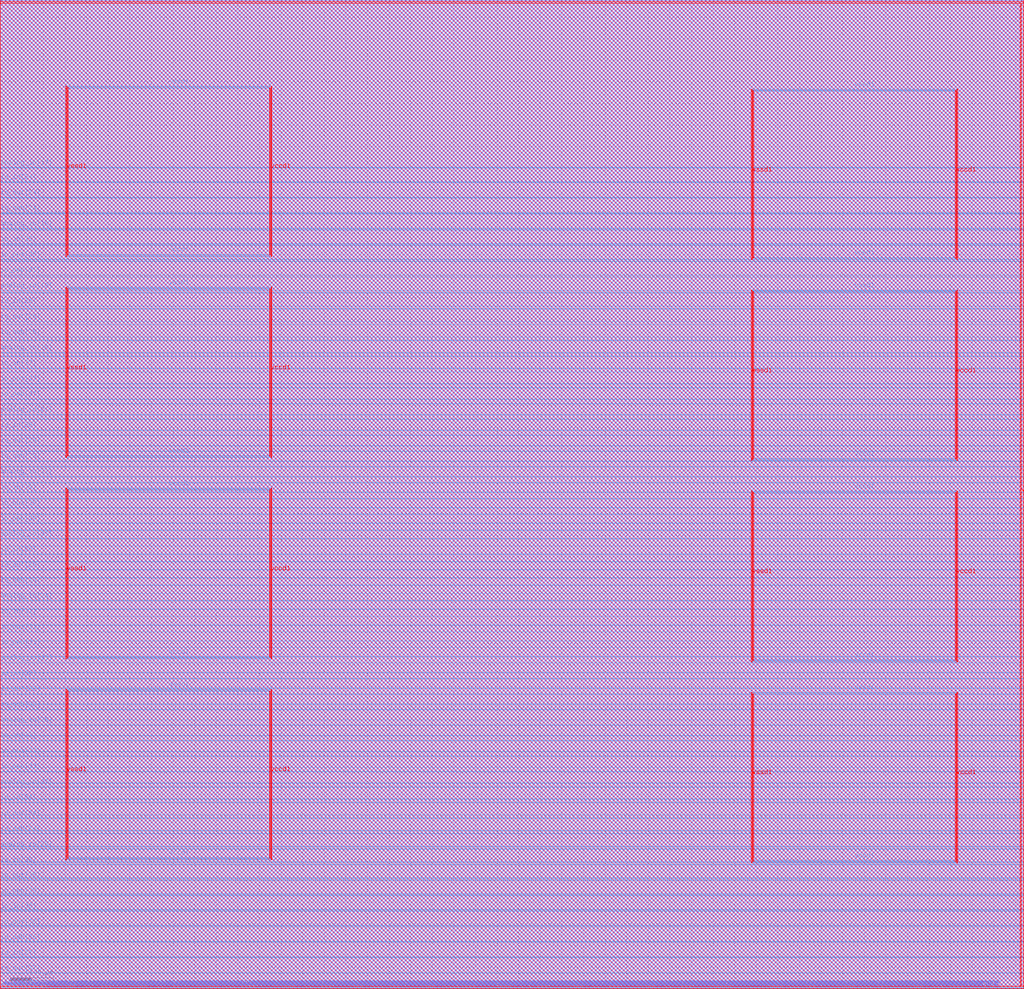
<source format=lef>
##
## LEF for PtnCells ;
## created by Innovus v20.10-p004_1 on Sat Mar 12 18:26:41 2022
##

VERSION 5.7 ;

BUSBITCHARS "[]" ;
DIVIDERCHAR "/" ;

MACRO azadi_soc_top_caravel
  CLASS BLOCK ;
  SIZE 2369.460000 BY 2290.240000 ;
  FOREIGN azadi_soc_top_caravel 0.000000 0.000000 ;
  ORIGIN 0 0 ;
  SYMMETRY X Y R90 ;
  PIN wb_clk_i
    DIRECTION INPUT ;
    USE SIGNAL ;
    PORT
      LAYER met2 ;
        RECT 4.430000 0.000000 4.570000 0.490000 ;
    END
  END wb_clk_i
  PIN wb_rst_i
    DIRECTION INPUT ;
    USE SIGNAL ;
    PORT
      LAYER met2 ;
        RECT 1.530000 0.000000 1.670000 0.490000 ;
    END
  END wb_rst_i
  PIN wbs_stb_i
    DIRECTION INPUT ;
    USE SIGNAL ;
    PORT
      LAYER met2 ;
        RECT 468.230000 0.000000 468.370000 0.490000 ;
    END
  END wbs_stb_i
  PIN wbs_cyc_i
    DIRECTION INPUT ;
    USE SIGNAL ;
    PORT
      LAYER met2 ;
        RECT 157.530000 0.000000 157.670000 0.490000 ;
    END
  END wbs_cyc_i
  PIN wbs_we_i
    DIRECTION INPUT ;
    USE SIGNAL ;
    PORT
      LAYER met2 ;
        RECT 472.730000 0.000000 472.870000 0.490000 ;
    END
  END wbs_we_i
  PIN wbs_sel_i[3]
    DIRECTION INPUT ;
    USE SIGNAL ;
    PORT
      LAYER met2 ;
        RECT 463.730000 0.000000 463.870000 0.490000 ;
    END
  END wbs_sel_i[3]
  PIN wbs_sel_i[2]
    DIRECTION INPUT ;
    USE SIGNAL ;
    PORT
      LAYER met2 ;
        RECT 459.230000 0.000000 459.370000 0.490000 ;
    END
  END wbs_sel_i[2]
  PIN wbs_sel_i[1]
    DIRECTION INPUT ;
    USE SIGNAL ;
    PORT
      LAYER met2 ;
        RECT 454.730000 0.000000 454.870000 0.490000 ;
    END
  END wbs_sel_i[1]
  PIN wbs_sel_i[0]
    DIRECTION INPUT ;
    USE SIGNAL ;
    PORT
      LAYER met2 ;
        RECT 450.230000 0.000000 450.370000 0.490000 ;
    END
  END wbs_sel_i[0]
  PIN wbs_dat_i[31]
    DIRECTION INPUT ;
    USE SIGNAL ;
    PORT
      LAYER met2 ;
        RECT 301.630000 0.000000 301.770000 0.490000 ;
    END
  END wbs_dat_i[31]
  PIN wbs_dat_i[30]
    DIRECTION INPUT ;
    USE SIGNAL ;
    PORT
      LAYER met2 ;
        RECT 297.130000 0.000000 297.270000 0.490000 ;
    END
  END wbs_dat_i[30]
  PIN wbs_dat_i[29]
    DIRECTION INPUT ;
    USE SIGNAL ;
    PORT
      LAYER met2 ;
        RECT 292.530000 0.000000 292.670000 0.490000 ;
    END
  END wbs_dat_i[29]
  PIN wbs_dat_i[28]
    DIRECTION INPUT ;
    USE SIGNAL ;
    PORT
      LAYER met2 ;
        RECT 288.030000 0.000000 288.170000 0.490000 ;
    END
  END wbs_dat_i[28]
  PIN wbs_dat_i[27]
    DIRECTION INPUT ;
    USE SIGNAL ;
    PORT
      LAYER met2 ;
        RECT 283.530000 0.000000 283.670000 0.490000 ;
    END
  END wbs_dat_i[27]
  PIN wbs_dat_i[26]
    DIRECTION INPUT ;
    USE SIGNAL ;
    PORT
      LAYER met2 ;
        RECT 279.030000 0.000000 279.170000 0.490000 ;
    END
  END wbs_dat_i[26]
  PIN wbs_dat_i[25]
    DIRECTION INPUT ;
    USE SIGNAL ;
    PORT
      LAYER met2 ;
        RECT 274.530000 0.000000 274.670000 0.490000 ;
    END
  END wbs_dat_i[25]
  PIN wbs_dat_i[24]
    DIRECTION INPUT ;
    USE SIGNAL ;
    PORT
      LAYER met2 ;
        RECT 270.030000 0.000000 270.170000 0.490000 ;
    END
  END wbs_dat_i[24]
  PIN wbs_dat_i[23]
    DIRECTION INPUT ;
    USE SIGNAL ;
    PORT
      LAYER met2 ;
        RECT 265.530000 0.000000 265.670000 0.490000 ;
    END
  END wbs_dat_i[23]
  PIN wbs_dat_i[22]
    DIRECTION INPUT ;
    USE SIGNAL ;
    PORT
      LAYER met2 ;
        RECT 261.030000 0.000000 261.170000 0.490000 ;
    END
  END wbs_dat_i[22]
  PIN wbs_dat_i[21]
    DIRECTION INPUT ;
    USE SIGNAL ;
    PORT
      LAYER met2 ;
        RECT 256.530000 0.000000 256.670000 0.490000 ;
    END
  END wbs_dat_i[21]
  PIN wbs_dat_i[20]
    DIRECTION INPUT ;
    USE SIGNAL ;
    PORT
      LAYER met2 ;
        RECT 252.030000 0.000000 252.170000 0.490000 ;
    END
  END wbs_dat_i[20]
  PIN wbs_dat_i[19]
    DIRECTION INPUT ;
    USE SIGNAL ;
    PORT
      LAYER met2 ;
        RECT 247.530000 0.000000 247.670000 0.490000 ;
    END
  END wbs_dat_i[19]
  PIN wbs_dat_i[18]
    DIRECTION INPUT ;
    USE SIGNAL ;
    PORT
      LAYER met2 ;
        RECT 243.030000 0.000000 243.170000 0.490000 ;
    END
  END wbs_dat_i[18]
  PIN wbs_dat_i[17]
    DIRECTION INPUT ;
    USE SIGNAL ;
    PORT
      LAYER met2 ;
        RECT 238.530000 0.000000 238.670000 0.490000 ;
    END
  END wbs_dat_i[17]
  PIN wbs_dat_i[16]
    DIRECTION INPUT ;
    USE SIGNAL ;
    PORT
      LAYER met2 ;
        RECT 234.030000 0.000000 234.170000 0.490000 ;
    END
  END wbs_dat_i[16]
  PIN wbs_dat_i[15]
    DIRECTION INPUT ;
    USE SIGNAL ;
    PORT
      LAYER met2 ;
        RECT 229.530000 0.000000 229.670000 0.490000 ;
    END
  END wbs_dat_i[15]
  PIN wbs_dat_i[14]
    DIRECTION INPUT ;
    USE SIGNAL ;
    PORT
      LAYER met2 ;
        RECT 225.030000 0.000000 225.170000 0.490000 ;
    END
  END wbs_dat_i[14]
  PIN wbs_dat_i[13]
    DIRECTION INPUT ;
    USE SIGNAL ;
    PORT
      LAYER met2 ;
        RECT 220.530000 0.000000 220.670000 0.490000 ;
    END
  END wbs_dat_i[13]
  PIN wbs_dat_i[12]
    DIRECTION INPUT ;
    USE SIGNAL ;
    PORT
      LAYER met2 ;
        RECT 216.030000 0.000000 216.170000 0.490000 ;
    END
  END wbs_dat_i[12]
  PIN wbs_dat_i[11]
    DIRECTION INPUT ;
    USE SIGNAL ;
    PORT
      LAYER met2 ;
        RECT 211.530000 0.000000 211.670000 0.490000 ;
    END
  END wbs_dat_i[11]
  PIN wbs_dat_i[10]
    DIRECTION INPUT ;
    USE SIGNAL ;
    PORT
      LAYER met2 ;
        RECT 207.030000 0.000000 207.170000 0.490000 ;
    END
  END wbs_dat_i[10]
  PIN wbs_dat_i[9]
    DIRECTION INPUT ;
    USE SIGNAL ;
    PORT
      LAYER met2 ;
        RECT 202.530000 0.000000 202.670000 0.490000 ;
    END
  END wbs_dat_i[9]
  PIN wbs_dat_i[8]
    DIRECTION INPUT ;
    USE SIGNAL ;
    PORT
      LAYER met2 ;
        RECT 198.030000 0.000000 198.170000 0.490000 ;
    END
  END wbs_dat_i[8]
  PIN wbs_dat_i[7]
    DIRECTION INPUT ;
    USE SIGNAL ;
    PORT
      LAYER met2 ;
        RECT 193.530000 0.000000 193.670000 0.490000 ;
    END
  END wbs_dat_i[7]
  PIN wbs_dat_i[6]
    DIRECTION INPUT ;
    USE SIGNAL ;
    PORT
      LAYER met2 ;
        RECT 189.030000 0.000000 189.170000 0.490000 ;
    END
  END wbs_dat_i[6]
  PIN wbs_dat_i[5]
    DIRECTION INPUT ;
    USE SIGNAL ;
    PORT
      LAYER met2 ;
        RECT 184.530000 0.000000 184.670000 0.490000 ;
    END
  END wbs_dat_i[5]
  PIN wbs_dat_i[4]
    DIRECTION INPUT ;
    USE SIGNAL ;
    PORT
      LAYER met2 ;
        RECT 180.030000 0.000000 180.170000 0.490000 ;
    END
  END wbs_dat_i[4]
  PIN wbs_dat_i[3]
    DIRECTION INPUT ;
    USE SIGNAL ;
    PORT
      LAYER met2 ;
        RECT 175.530000 0.000000 175.670000 0.490000 ;
    END
  END wbs_dat_i[3]
  PIN wbs_dat_i[2]
    DIRECTION INPUT ;
    USE SIGNAL ;
    PORT
      LAYER met2 ;
        RECT 171.030000 0.000000 171.170000 0.490000 ;
    END
  END wbs_dat_i[2]
  PIN wbs_dat_i[1]
    DIRECTION INPUT ;
    USE SIGNAL ;
    PORT
      LAYER met2 ;
        RECT 166.530000 0.000000 166.670000 0.490000 ;
    END
  END wbs_dat_i[1]
  PIN wbs_dat_i[0]
    DIRECTION INPUT ;
    USE SIGNAL ;
    PORT
      LAYER met2 ;
        RECT 162.030000 0.000000 162.170000 0.490000 ;
    END
  END wbs_dat_i[0]
  PIN wbs_adr_i[31]
    DIRECTION INPUT ;
    USE SIGNAL ;
    PORT
      LAYER met2 ;
        RECT 153.030000 0.000000 153.170000 0.490000 ;
    END
  END wbs_adr_i[31]
  PIN wbs_adr_i[30]
    DIRECTION INPUT ;
    USE SIGNAL ;
    PORT
      LAYER met2 ;
        RECT 148.530000 0.000000 148.670000 0.490000 ;
    END
  END wbs_adr_i[30]
  PIN wbs_adr_i[29]
    DIRECTION INPUT ;
    USE SIGNAL ;
    PORT
      LAYER met2 ;
        RECT 143.930000 0.000000 144.070000 0.490000 ;
    END
  END wbs_adr_i[29]
  PIN wbs_adr_i[28]
    DIRECTION INPUT ;
    USE SIGNAL ;
    PORT
      LAYER met2 ;
        RECT 139.430000 0.000000 139.570000 0.490000 ;
    END
  END wbs_adr_i[28]
  PIN wbs_adr_i[27]
    DIRECTION INPUT ;
    USE SIGNAL ;
    PORT
      LAYER met2 ;
        RECT 134.930000 0.000000 135.070000 0.490000 ;
    END
  END wbs_adr_i[27]
  PIN wbs_adr_i[26]
    DIRECTION INPUT ;
    USE SIGNAL ;
    PORT
      LAYER met2 ;
        RECT 130.430000 0.000000 130.570000 0.490000 ;
    END
  END wbs_adr_i[26]
  PIN wbs_adr_i[25]
    DIRECTION INPUT ;
    USE SIGNAL ;
    PORT
      LAYER met2 ;
        RECT 125.930000 0.000000 126.070000 0.490000 ;
    END
  END wbs_adr_i[25]
  PIN wbs_adr_i[24]
    DIRECTION INPUT ;
    USE SIGNAL ;
    PORT
      LAYER met2 ;
        RECT 121.430000 0.000000 121.570000 0.490000 ;
    END
  END wbs_adr_i[24]
  PIN wbs_adr_i[23]
    DIRECTION INPUT ;
    USE SIGNAL ;
    PORT
      LAYER met2 ;
        RECT 116.930000 0.000000 117.070000 0.490000 ;
    END
  END wbs_adr_i[23]
  PIN wbs_adr_i[22]
    DIRECTION INPUT ;
    USE SIGNAL ;
    PORT
      LAYER met2 ;
        RECT 112.430000 0.000000 112.570000 0.490000 ;
    END
  END wbs_adr_i[22]
  PIN wbs_adr_i[21]
    DIRECTION INPUT ;
    USE SIGNAL ;
    PORT
      LAYER met2 ;
        RECT 107.930000 0.000000 108.070000 0.490000 ;
    END
  END wbs_adr_i[21]
  PIN wbs_adr_i[20]
    DIRECTION INPUT ;
    USE SIGNAL ;
    PORT
      LAYER met2 ;
        RECT 103.430000 0.000000 103.570000 0.490000 ;
    END
  END wbs_adr_i[20]
  PIN wbs_adr_i[19]
    DIRECTION INPUT ;
    USE SIGNAL ;
    PORT
      LAYER met2 ;
        RECT 98.930000 0.000000 99.070000 0.490000 ;
    END
  END wbs_adr_i[19]
  PIN wbs_adr_i[18]
    DIRECTION INPUT ;
    USE SIGNAL ;
    PORT
      LAYER met2 ;
        RECT 94.430000 0.000000 94.570000 0.490000 ;
    END
  END wbs_adr_i[18]
  PIN wbs_adr_i[17]
    DIRECTION INPUT ;
    USE SIGNAL ;
    PORT
      LAYER met2 ;
        RECT 89.930000 0.000000 90.070000 0.490000 ;
    END
  END wbs_adr_i[17]
  PIN wbs_adr_i[16]
    DIRECTION INPUT ;
    USE SIGNAL ;
    PORT
      LAYER met2 ;
        RECT 85.430000 0.000000 85.570000 0.490000 ;
    END
  END wbs_adr_i[16]
  PIN wbs_adr_i[15]
    DIRECTION INPUT ;
    USE SIGNAL ;
    PORT
      LAYER met2 ;
        RECT 80.930000 0.000000 81.070000 0.490000 ;
    END
  END wbs_adr_i[15]
  PIN wbs_adr_i[14]
    DIRECTION INPUT ;
    USE SIGNAL ;
    PORT
      LAYER met2 ;
        RECT 76.430000 0.000000 76.570000 0.490000 ;
    END
  END wbs_adr_i[14]
  PIN wbs_adr_i[13]
    DIRECTION INPUT ;
    USE SIGNAL ;
    PORT
      LAYER met2 ;
        RECT 71.930000 0.000000 72.070000 0.490000 ;
    END
  END wbs_adr_i[13]
  PIN wbs_adr_i[12]
    DIRECTION INPUT ;
    USE SIGNAL ;
    PORT
      LAYER met2 ;
        RECT 67.430000 0.000000 67.570000 0.490000 ;
    END
  END wbs_adr_i[12]
  PIN wbs_adr_i[11]
    DIRECTION INPUT ;
    USE SIGNAL ;
    PORT
      LAYER met2 ;
        RECT 62.930000 0.000000 63.070000 0.490000 ;
    END
  END wbs_adr_i[11]
  PIN wbs_adr_i[10]
    DIRECTION INPUT ;
    USE SIGNAL ;
    PORT
      LAYER met2 ;
        RECT 58.430000 0.000000 58.570000 0.490000 ;
    END
  END wbs_adr_i[10]
  PIN wbs_adr_i[9]
    DIRECTION INPUT ;
    USE SIGNAL ;
    PORT
      LAYER met2 ;
        RECT 53.930000 0.000000 54.070000 0.490000 ;
    END
  END wbs_adr_i[9]
  PIN wbs_adr_i[8]
    DIRECTION INPUT ;
    USE SIGNAL ;
    PORT
      LAYER met2 ;
        RECT 49.430000 0.000000 49.570000 0.490000 ;
    END
  END wbs_adr_i[8]
  PIN wbs_adr_i[7]
    DIRECTION INPUT ;
    USE SIGNAL ;
    PORT
      LAYER met2 ;
        RECT 44.930000 0.000000 45.070000 0.490000 ;
    END
  END wbs_adr_i[7]
  PIN wbs_adr_i[6]
    DIRECTION INPUT ;
    USE SIGNAL ;
    PORT
      LAYER met2 ;
        RECT 40.430000 0.000000 40.570000 0.490000 ;
    END
  END wbs_adr_i[6]
  PIN wbs_adr_i[5]
    DIRECTION INPUT ;
    USE SIGNAL ;
    PORT
      LAYER met2 ;
        RECT 35.930000 0.000000 36.070000 0.490000 ;
    END
  END wbs_adr_i[5]
  PIN wbs_adr_i[4]
    DIRECTION INPUT ;
    USE SIGNAL ;
    PORT
      LAYER met2 ;
        RECT 31.430000 0.000000 31.570000 0.490000 ;
    END
  END wbs_adr_i[4]
  PIN wbs_adr_i[3]
    DIRECTION INPUT ;
    USE SIGNAL ;
    PORT
      LAYER met2 ;
        RECT 26.930000 0.000000 27.070000 0.490000 ;
    END
  END wbs_adr_i[3]
  PIN wbs_adr_i[2]
    DIRECTION INPUT ;
    USE SIGNAL ;
    PORT
      LAYER met2 ;
        RECT 22.430000 0.000000 22.570000 0.490000 ;
    END
  END wbs_adr_i[2]
  PIN wbs_adr_i[1]
    DIRECTION INPUT ;
    USE SIGNAL ;
    PORT
      LAYER met2 ;
        RECT 17.930000 0.000000 18.070000 0.490000 ;
    END
  END wbs_adr_i[1]
  PIN wbs_adr_i[0]
    DIRECTION INPUT ;
    USE SIGNAL ;
    PORT
      LAYER met2 ;
        RECT 13.430000 0.000000 13.570000 0.490000 ;
    END
  END wbs_adr_i[0]
  PIN wbs_ack_o
    DIRECTION OUTPUT ;
    USE SIGNAL ;
    PORT
      LAYER met2 ;
        RECT 8.930000 0.000000 9.070000 0.490000 ;
    END
  END wbs_ack_o
  PIN wbs_dat_o[31]
    DIRECTION OUTPUT ;
    USE SIGNAL ;
    PORT
      LAYER met2 ;
        RECT 445.630000 0.000000 445.770000 0.490000 ;
    END
  END wbs_dat_o[31]
  PIN wbs_dat_o[30]
    DIRECTION OUTPUT ;
    USE SIGNAL ;
    PORT
      LAYER met2 ;
        RECT 441.130000 0.000000 441.270000 0.490000 ;
    END
  END wbs_dat_o[30]
  PIN wbs_dat_o[29]
    DIRECTION OUTPUT ;
    USE SIGNAL ;
    PORT
      LAYER met2 ;
        RECT 436.630000 0.000000 436.770000 0.490000 ;
    END
  END wbs_dat_o[29]
  PIN wbs_dat_o[28]
    DIRECTION OUTPUT ;
    USE SIGNAL ;
    PORT
      LAYER met2 ;
        RECT 432.130000 0.000000 432.270000 0.490000 ;
    END
  END wbs_dat_o[28]
  PIN wbs_dat_o[27]
    DIRECTION OUTPUT ;
    USE SIGNAL ;
    PORT
      LAYER met2 ;
        RECT 427.630000 0.000000 427.770000 0.490000 ;
    END
  END wbs_dat_o[27]
  PIN wbs_dat_o[26]
    DIRECTION OUTPUT ;
    USE SIGNAL ;
    PORT
      LAYER met2 ;
        RECT 423.130000 0.000000 423.270000 0.490000 ;
    END
  END wbs_dat_o[26]
  PIN wbs_dat_o[25]
    DIRECTION OUTPUT ;
    USE SIGNAL ;
    PORT
      LAYER met2 ;
        RECT 418.630000 0.000000 418.770000 0.490000 ;
    END
  END wbs_dat_o[25]
  PIN wbs_dat_o[24]
    DIRECTION OUTPUT ;
    USE SIGNAL ;
    PORT
      LAYER met2 ;
        RECT 414.130000 0.000000 414.270000 0.490000 ;
    END
  END wbs_dat_o[24]
  PIN wbs_dat_o[23]
    DIRECTION OUTPUT ;
    USE SIGNAL ;
    PORT
      LAYER met2 ;
        RECT 409.630000 0.000000 409.770000 0.490000 ;
    END
  END wbs_dat_o[23]
  PIN wbs_dat_o[22]
    DIRECTION OUTPUT ;
    USE SIGNAL ;
    PORT
      LAYER met2 ;
        RECT 405.130000 0.000000 405.270000 0.490000 ;
    END
  END wbs_dat_o[22]
  PIN wbs_dat_o[21]
    DIRECTION OUTPUT ;
    USE SIGNAL ;
    PORT
      LAYER met2 ;
        RECT 400.630000 0.000000 400.770000 0.490000 ;
    END
  END wbs_dat_o[21]
  PIN wbs_dat_o[20]
    DIRECTION OUTPUT ;
    USE SIGNAL ;
    PORT
      LAYER met2 ;
        RECT 396.130000 0.000000 396.270000 0.490000 ;
    END
  END wbs_dat_o[20]
  PIN wbs_dat_o[19]
    DIRECTION OUTPUT ;
    USE SIGNAL ;
    PORT
      LAYER met2 ;
        RECT 391.630000 0.000000 391.770000 0.490000 ;
    END
  END wbs_dat_o[19]
  PIN wbs_dat_o[18]
    DIRECTION OUTPUT ;
    USE SIGNAL ;
    PORT
      LAYER met2 ;
        RECT 387.130000 0.000000 387.270000 0.490000 ;
    END
  END wbs_dat_o[18]
  PIN wbs_dat_o[17]
    DIRECTION OUTPUT ;
    USE SIGNAL ;
    PORT
      LAYER met2 ;
        RECT 382.630000 0.000000 382.770000 0.490000 ;
    END
  END wbs_dat_o[17]
  PIN wbs_dat_o[16]
    DIRECTION OUTPUT ;
    USE SIGNAL ;
    PORT
      LAYER met2 ;
        RECT 378.130000 0.000000 378.270000 0.490000 ;
    END
  END wbs_dat_o[16]
  PIN wbs_dat_o[15]
    DIRECTION OUTPUT ;
    USE SIGNAL ;
    PORT
      LAYER met2 ;
        RECT 373.630000 0.000000 373.770000 0.490000 ;
    END
  END wbs_dat_o[15]
  PIN wbs_dat_o[14]
    DIRECTION OUTPUT ;
    USE SIGNAL ;
    PORT
      LAYER met2 ;
        RECT 369.130000 0.000000 369.270000 0.490000 ;
    END
  END wbs_dat_o[14]
  PIN wbs_dat_o[13]
    DIRECTION OUTPUT ;
    USE SIGNAL ;
    PORT
      LAYER met2 ;
        RECT 364.630000 0.000000 364.770000 0.490000 ;
    END
  END wbs_dat_o[13]
  PIN wbs_dat_o[12]
    DIRECTION OUTPUT ;
    USE SIGNAL ;
    PORT
      LAYER met2 ;
        RECT 360.130000 0.000000 360.270000 0.490000 ;
    END
  END wbs_dat_o[12]
  PIN wbs_dat_o[11]
    DIRECTION OUTPUT ;
    USE SIGNAL ;
    PORT
      LAYER met2 ;
        RECT 355.630000 0.000000 355.770000 0.490000 ;
    END
  END wbs_dat_o[11]
  PIN wbs_dat_o[10]
    DIRECTION OUTPUT ;
    USE SIGNAL ;
    PORT
      LAYER met2 ;
        RECT 351.130000 0.000000 351.270000 0.490000 ;
    END
  END wbs_dat_o[10]
  PIN wbs_dat_o[9]
    DIRECTION OUTPUT ;
    USE SIGNAL ;
    PORT
      LAYER met2 ;
        RECT 346.630000 0.000000 346.770000 0.490000 ;
    END
  END wbs_dat_o[9]
  PIN wbs_dat_o[8]
    DIRECTION OUTPUT ;
    USE SIGNAL ;
    PORT
      LAYER met2 ;
        RECT 342.130000 0.000000 342.270000 0.490000 ;
    END
  END wbs_dat_o[8]
  PIN wbs_dat_o[7]
    DIRECTION OUTPUT ;
    USE SIGNAL ;
    PORT
      LAYER met2 ;
        RECT 337.630000 0.000000 337.770000 0.490000 ;
    END
  END wbs_dat_o[7]
  PIN wbs_dat_o[6]
    DIRECTION OUTPUT ;
    USE SIGNAL ;
    PORT
      LAYER met2 ;
        RECT 333.130000 0.000000 333.270000 0.490000 ;
    END
  END wbs_dat_o[6]
  PIN wbs_dat_o[5]
    DIRECTION OUTPUT ;
    USE SIGNAL ;
    PORT
      LAYER met2 ;
        RECT 328.630000 0.000000 328.770000 0.490000 ;
    END
  END wbs_dat_o[5]
  PIN wbs_dat_o[4]
    DIRECTION OUTPUT ;
    USE SIGNAL ;
    PORT
      LAYER met2 ;
        RECT 324.130000 0.000000 324.270000 0.490000 ;
    END
  END wbs_dat_o[4]
  PIN wbs_dat_o[3]
    DIRECTION OUTPUT ;
    USE SIGNAL ;
    PORT
      LAYER met2 ;
        RECT 319.630000 0.000000 319.770000 0.490000 ;
    END
  END wbs_dat_o[3]
  PIN wbs_dat_o[2]
    DIRECTION OUTPUT ;
    USE SIGNAL ;
    PORT
      LAYER met2 ;
        RECT 315.130000 0.000000 315.270000 0.490000 ;
    END
  END wbs_dat_o[2]
  PIN wbs_dat_o[1]
    DIRECTION OUTPUT ;
    USE SIGNAL ;
    PORT
      LAYER met2 ;
        RECT 310.630000 0.000000 310.770000 0.490000 ;
    END
  END wbs_dat_o[1]
  PIN wbs_dat_o[0]
    DIRECTION OUTPUT ;
    USE SIGNAL ;
    PORT
      LAYER met2 ;
        RECT 306.130000 0.000000 306.270000 0.490000 ;
    END
  END wbs_dat_o[0]
  PIN la_data_in[127]
    DIRECTION INPUT ;
    USE SIGNAL ;
    PORT
      LAYER met2 ;
        RECT 1049.130000 0.000000 1049.270000 0.490000 ;
    END
  END la_data_in[127]
  PIN la_data_in[126]
    DIRECTION INPUT ;
    USE SIGNAL ;
    PORT
      LAYER met2 ;
        RECT 1044.530000 0.000000 1044.670000 0.490000 ;
    END
  END la_data_in[126]
  PIN la_data_in[125]
    DIRECTION INPUT ;
    USE SIGNAL ;
    PORT
      LAYER met2 ;
        RECT 1040.030000 0.000000 1040.170000 0.490000 ;
    END
  END la_data_in[125]
  PIN la_data_in[124]
    DIRECTION INPUT ;
    USE SIGNAL ;
    PORT
      LAYER met2 ;
        RECT 1035.530000 0.000000 1035.670000 0.490000 ;
    END
  END la_data_in[124]
  PIN la_data_in[123]
    DIRECTION INPUT ;
    USE SIGNAL ;
    PORT
      LAYER met2 ;
        RECT 1031.030000 0.000000 1031.170000 0.490000 ;
    END
  END la_data_in[123]
  PIN la_data_in[122]
    DIRECTION INPUT ;
    USE SIGNAL ;
    PORT
      LAYER met2 ;
        RECT 1026.530000 0.000000 1026.670000 0.490000 ;
    END
  END la_data_in[122]
  PIN la_data_in[121]
    DIRECTION INPUT ;
    USE SIGNAL ;
    PORT
      LAYER met2 ;
        RECT 1022.030000 0.000000 1022.170000 0.490000 ;
    END
  END la_data_in[121]
  PIN la_data_in[120]
    DIRECTION INPUT ;
    USE SIGNAL ;
    PORT
      LAYER met2 ;
        RECT 1017.530000 0.000000 1017.670000 0.490000 ;
    END
  END la_data_in[120]
  PIN la_data_in[119]
    DIRECTION INPUT ;
    USE SIGNAL ;
    PORT
      LAYER met2 ;
        RECT 1013.030000 0.000000 1013.170000 0.490000 ;
    END
  END la_data_in[119]
  PIN la_data_in[118]
    DIRECTION INPUT ;
    USE SIGNAL ;
    PORT
      LAYER met2 ;
        RECT 1008.530000 0.000000 1008.670000 0.490000 ;
    END
  END la_data_in[118]
  PIN la_data_in[117]
    DIRECTION INPUT ;
    USE SIGNAL ;
    PORT
      LAYER met2 ;
        RECT 1004.030000 0.000000 1004.170000 0.490000 ;
    END
  END la_data_in[117]
  PIN la_data_in[116]
    DIRECTION INPUT ;
    USE SIGNAL ;
    PORT
      LAYER met2 ;
        RECT 999.530000 0.000000 999.670000 0.490000 ;
    END
  END la_data_in[116]
  PIN la_data_in[115]
    DIRECTION INPUT ;
    USE SIGNAL ;
    PORT
      LAYER met2 ;
        RECT 995.030000 0.000000 995.170000 0.490000 ;
    END
  END la_data_in[115]
  PIN la_data_in[114]
    DIRECTION INPUT ;
    USE SIGNAL ;
    PORT
      LAYER met2 ;
        RECT 990.530000 0.000000 990.670000 0.490000 ;
    END
  END la_data_in[114]
  PIN la_data_in[113]
    DIRECTION INPUT ;
    USE SIGNAL ;
    PORT
      LAYER met2 ;
        RECT 986.030000 0.000000 986.170000 0.490000 ;
    END
  END la_data_in[113]
  PIN la_data_in[112]
    DIRECTION INPUT ;
    USE SIGNAL ;
    PORT
      LAYER met2 ;
        RECT 981.530000 0.000000 981.670000 0.490000 ;
    END
  END la_data_in[112]
  PIN la_data_in[111]
    DIRECTION INPUT ;
    USE SIGNAL ;
    PORT
      LAYER met2 ;
        RECT 977.030000 0.000000 977.170000 0.490000 ;
    END
  END la_data_in[111]
  PIN la_data_in[110]
    DIRECTION INPUT ;
    USE SIGNAL ;
    PORT
      LAYER met2 ;
        RECT 972.530000 0.000000 972.670000 0.490000 ;
    END
  END la_data_in[110]
  PIN la_data_in[109]
    DIRECTION INPUT ;
    USE SIGNAL ;
    PORT
      LAYER met2 ;
        RECT 968.030000 0.000000 968.170000 0.490000 ;
    END
  END la_data_in[109]
  PIN la_data_in[108]
    DIRECTION INPUT ;
    USE SIGNAL ;
    PORT
      LAYER met2 ;
        RECT 963.530000 0.000000 963.670000 0.490000 ;
    END
  END la_data_in[108]
  PIN la_data_in[107]
    DIRECTION INPUT ;
    USE SIGNAL ;
    PORT
      LAYER met2 ;
        RECT 959.030000 0.000000 959.170000 0.490000 ;
    END
  END la_data_in[107]
  PIN la_data_in[106]
    DIRECTION INPUT ;
    USE SIGNAL ;
    PORT
      LAYER met2 ;
        RECT 954.530000 0.000000 954.670000 0.490000 ;
    END
  END la_data_in[106]
  PIN la_data_in[105]
    DIRECTION INPUT ;
    USE SIGNAL ;
    PORT
      LAYER met2 ;
        RECT 950.030000 0.000000 950.170000 0.490000 ;
    END
  END la_data_in[105]
  PIN la_data_in[104]
    DIRECTION INPUT ;
    USE SIGNAL ;
    PORT
      LAYER met2 ;
        RECT 945.530000 0.000000 945.670000 0.490000 ;
    END
  END la_data_in[104]
  PIN la_data_in[103]
    DIRECTION INPUT ;
    USE SIGNAL ;
    PORT
      LAYER met2 ;
        RECT 941.030000 0.000000 941.170000 0.490000 ;
    END
  END la_data_in[103]
  PIN la_data_in[102]
    DIRECTION INPUT ;
    USE SIGNAL ;
    PORT
      LAYER met2 ;
        RECT 936.530000 0.000000 936.670000 0.490000 ;
    END
  END la_data_in[102]
  PIN la_data_in[101]
    DIRECTION INPUT ;
    USE SIGNAL ;
    PORT
      LAYER met2 ;
        RECT 932.030000 0.000000 932.170000 0.490000 ;
    END
  END la_data_in[101]
  PIN la_data_in[100]
    DIRECTION INPUT ;
    USE SIGNAL ;
    PORT
      LAYER met2 ;
        RECT 927.530000 0.000000 927.670000 0.490000 ;
    END
  END la_data_in[100]
  PIN la_data_in[99]
    DIRECTION INPUT ;
    USE SIGNAL ;
    PORT
      LAYER met2 ;
        RECT 923.030000 0.000000 923.170000 0.490000 ;
    END
  END la_data_in[99]
  PIN la_data_in[98]
    DIRECTION INPUT ;
    USE SIGNAL ;
    PORT
      LAYER met2 ;
        RECT 918.530000 0.000000 918.670000 0.490000 ;
    END
  END la_data_in[98]
  PIN la_data_in[97]
    DIRECTION INPUT ;
    USE SIGNAL ;
    PORT
      LAYER met2 ;
        RECT 914.030000 0.000000 914.170000 0.490000 ;
    END
  END la_data_in[97]
  PIN la_data_in[96]
    DIRECTION INPUT ;
    USE SIGNAL ;
    PORT
      LAYER met2 ;
        RECT 909.530000 0.000000 909.670000 0.490000 ;
    END
  END la_data_in[96]
  PIN la_data_in[95]
    DIRECTION INPUT ;
    USE SIGNAL ;
    PORT
      LAYER met2 ;
        RECT 905.030000 0.000000 905.170000 0.490000 ;
    END
  END la_data_in[95]
  PIN la_data_in[94]
    DIRECTION INPUT ;
    USE SIGNAL ;
    PORT
      LAYER met2 ;
        RECT 900.530000 0.000000 900.670000 0.490000 ;
    END
  END la_data_in[94]
  PIN la_data_in[93]
    DIRECTION INPUT ;
    USE SIGNAL ;
    PORT
      LAYER met2 ;
        RECT 895.930000 0.000000 896.070000 0.490000 ;
    END
  END la_data_in[93]
  PIN la_data_in[92]
    DIRECTION INPUT ;
    USE SIGNAL ;
    PORT
      LAYER met2 ;
        RECT 891.430000 0.000000 891.570000 0.490000 ;
    END
  END la_data_in[92]
  PIN la_data_in[91]
    DIRECTION INPUT ;
    USE SIGNAL ;
    PORT
      LAYER met2 ;
        RECT 886.930000 0.000000 887.070000 0.490000 ;
    END
  END la_data_in[91]
  PIN la_data_in[90]
    DIRECTION INPUT ;
    USE SIGNAL ;
    PORT
      LAYER met2 ;
        RECT 882.430000 0.000000 882.570000 0.490000 ;
    END
  END la_data_in[90]
  PIN la_data_in[89]
    DIRECTION INPUT ;
    USE SIGNAL ;
    PORT
      LAYER met2 ;
        RECT 877.930000 0.000000 878.070000 0.490000 ;
    END
  END la_data_in[89]
  PIN la_data_in[88]
    DIRECTION INPUT ;
    USE SIGNAL ;
    PORT
      LAYER met2 ;
        RECT 873.430000 0.000000 873.570000 0.490000 ;
    END
  END la_data_in[88]
  PIN la_data_in[87]
    DIRECTION INPUT ;
    USE SIGNAL ;
    PORT
      LAYER met2 ;
        RECT 868.930000 0.000000 869.070000 0.490000 ;
    END
  END la_data_in[87]
  PIN la_data_in[86]
    DIRECTION INPUT ;
    USE SIGNAL ;
    PORT
      LAYER met2 ;
        RECT 864.430000 0.000000 864.570000 0.490000 ;
    END
  END la_data_in[86]
  PIN la_data_in[85]
    DIRECTION INPUT ;
    USE SIGNAL ;
    PORT
      LAYER met2 ;
        RECT 859.930000 0.000000 860.070000 0.490000 ;
    END
  END la_data_in[85]
  PIN la_data_in[84]
    DIRECTION INPUT ;
    USE SIGNAL ;
    PORT
      LAYER met2 ;
        RECT 855.430000 0.000000 855.570000 0.490000 ;
    END
  END la_data_in[84]
  PIN la_data_in[83]
    DIRECTION INPUT ;
    USE SIGNAL ;
    PORT
      LAYER met2 ;
        RECT 850.930000 0.000000 851.070000 0.490000 ;
    END
  END la_data_in[83]
  PIN la_data_in[82]
    DIRECTION INPUT ;
    USE SIGNAL ;
    PORT
      LAYER met2 ;
        RECT 846.430000 0.000000 846.570000 0.490000 ;
    END
  END la_data_in[82]
  PIN la_data_in[81]
    DIRECTION INPUT ;
    USE SIGNAL ;
    PORT
      LAYER met2 ;
        RECT 841.930000 0.000000 842.070000 0.490000 ;
    END
  END la_data_in[81]
  PIN la_data_in[80]
    DIRECTION INPUT ;
    USE SIGNAL ;
    PORT
      LAYER met2 ;
        RECT 837.430000 0.000000 837.570000 0.490000 ;
    END
  END la_data_in[80]
  PIN la_data_in[79]
    DIRECTION INPUT ;
    USE SIGNAL ;
    PORT
      LAYER met2 ;
        RECT 832.930000 0.000000 833.070000 0.490000 ;
    END
  END la_data_in[79]
  PIN la_data_in[78]
    DIRECTION INPUT ;
    USE SIGNAL ;
    PORT
      LAYER met2 ;
        RECT 828.430000 0.000000 828.570000 0.490000 ;
    END
  END la_data_in[78]
  PIN la_data_in[77]
    DIRECTION INPUT ;
    USE SIGNAL ;
    PORT
      LAYER met2 ;
        RECT 823.930000 0.000000 824.070000 0.490000 ;
    END
  END la_data_in[77]
  PIN la_data_in[76]
    DIRECTION INPUT ;
    USE SIGNAL ;
    PORT
      LAYER met2 ;
        RECT 819.430000 0.000000 819.570000 0.490000 ;
    END
  END la_data_in[76]
  PIN la_data_in[75]
    DIRECTION INPUT ;
    USE SIGNAL ;
    PORT
      LAYER met2 ;
        RECT 814.930000 0.000000 815.070000 0.490000 ;
    END
  END la_data_in[75]
  PIN la_data_in[74]
    DIRECTION INPUT ;
    USE SIGNAL ;
    PORT
      LAYER met2 ;
        RECT 810.430000 0.000000 810.570000 0.490000 ;
    END
  END la_data_in[74]
  PIN la_data_in[73]
    DIRECTION INPUT ;
    USE SIGNAL ;
    PORT
      LAYER met2 ;
        RECT 805.930000 0.000000 806.070000 0.490000 ;
    END
  END la_data_in[73]
  PIN la_data_in[72]
    DIRECTION INPUT ;
    USE SIGNAL ;
    PORT
      LAYER met2 ;
        RECT 801.430000 0.000000 801.570000 0.490000 ;
    END
  END la_data_in[72]
  PIN la_data_in[71]
    DIRECTION INPUT ;
    USE SIGNAL ;
    PORT
      LAYER met2 ;
        RECT 796.930000 0.000000 797.070000 0.490000 ;
    END
  END la_data_in[71]
  PIN la_data_in[70]
    DIRECTION INPUT ;
    USE SIGNAL ;
    PORT
      LAYER met2 ;
        RECT 792.430000 0.000000 792.570000 0.490000 ;
    END
  END la_data_in[70]
  PIN la_data_in[69]
    DIRECTION INPUT ;
    USE SIGNAL ;
    PORT
      LAYER met2 ;
        RECT 787.930000 0.000000 788.070000 0.490000 ;
    END
  END la_data_in[69]
  PIN la_data_in[68]
    DIRECTION INPUT ;
    USE SIGNAL ;
    PORT
      LAYER met2 ;
        RECT 783.430000 0.000000 783.570000 0.490000 ;
    END
  END la_data_in[68]
  PIN la_data_in[67]
    DIRECTION INPUT ;
    USE SIGNAL ;
    PORT
      LAYER met2 ;
        RECT 778.930000 0.000000 779.070000 0.490000 ;
    END
  END la_data_in[67]
  PIN la_data_in[66]
    DIRECTION INPUT ;
    USE SIGNAL ;
    PORT
      LAYER met2 ;
        RECT 774.430000 0.000000 774.570000 0.490000 ;
    END
  END la_data_in[66]
  PIN la_data_in[65]
    DIRECTION INPUT ;
    USE SIGNAL ;
    PORT
      LAYER met2 ;
        RECT 769.930000 0.000000 770.070000 0.490000 ;
    END
  END la_data_in[65]
  PIN la_data_in[64]
    DIRECTION INPUT ;
    USE SIGNAL ;
    PORT
      LAYER met2 ;
        RECT 765.430000 0.000000 765.570000 0.490000 ;
    END
  END la_data_in[64]
  PIN la_data_in[63]
    DIRECTION INPUT ;
    USE SIGNAL ;
    PORT
      LAYER met2 ;
        RECT 760.930000 0.000000 761.070000 0.490000 ;
    END
  END la_data_in[63]
  PIN la_data_in[62]
    DIRECTION INPUT ;
    USE SIGNAL ;
    PORT
      LAYER met2 ;
        RECT 756.430000 0.000000 756.570000 0.490000 ;
    END
  END la_data_in[62]
  PIN la_data_in[61]
    DIRECTION INPUT ;
    USE SIGNAL ;
    PORT
      LAYER met2 ;
        RECT 751.930000 0.000000 752.070000 0.490000 ;
    END
  END la_data_in[61]
  PIN la_data_in[60]
    DIRECTION INPUT ;
    USE SIGNAL ;
    PORT
      LAYER met2 ;
        RECT 747.430000 0.000000 747.570000 0.490000 ;
    END
  END la_data_in[60]
  PIN la_data_in[59]
    DIRECTION INPUT ;
    USE SIGNAL ;
    PORT
      LAYER met2 ;
        RECT 742.830000 0.000000 742.970000 0.490000 ;
    END
  END la_data_in[59]
  PIN la_data_in[58]
    DIRECTION INPUT ;
    USE SIGNAL ;
    PORT
      LAYER met2 ;
        RECT 738.330000 0.000000 738.470000 0.490000 ;
    END
  END la_data_in[58]
  PIN la_data_in[57]
    DIRECTION INPUT ;
    USE SIGNAL ;
    PORT
      LAYER met2 ;
        RECT 733.830000 0.000000 733.970000 0.490000 ;
    END
  END la_data_in[57]
  PIN la_data_in[56]
    DIRECTION INPUT ;
    USE SIGNAL ;
    PORT
      LAYER met2 ;
        RECT 729.330000 0.000000 729.470000 0.490000 ;
    END
  END la_data_in[56]
  PIN la_data_in[55]
    DIRECTION INPUT ;
    USE SIGNAL ;
    PORT
      LAYER met2 ;
        RECT 724.830000 0.000000 724.970000 0.490000 ;
    END
  END la_data_in[55]
  PIN la_data_in[54]
    DIRECTION INPUT ;
    USE SIGNAL ;
    PORT
      LAYER met2 ;
        RECT 720.330000 0.000000 720.470000 0.490000 ;
    END
  END la_data_in[54]
  PIN la_data_in[53]
    DIRECTION INPUT ;
    USE SIGNAL ;
    PORT
      LAYER met2 ;
        RECT 715.830000 0.000000 715.970000 0.490000 ;
    END
  END la_data_in[53]
  PIN la_data_in[52]
    DIRECTION INPUT ;
    USE SIGNAL ;
    PORT
      LAYER met2 ;
        RECT 711.330000 0.000000 711.470000 0.490000 ;
    END
  END la_data_in[52]
  PIN la_data_in[51]
    DIRECTION INPUT ;
    USE SIGNAL ;
    PORT
      LAYER met2 ;
        RECT 706.830000 0.000000 706.970000 0.490000 ;
    END
  END la_data_in[51]
  PIN la_data_in[50]
    DIRECTION INPUT ;
    USE SIGNAL ;
    PORT
      LAYER met2 ;
        RECT 702.330000 0.000000 702.470000 0.490000 ;
    END
  END la_data_in[50]
  PIN la_data_in[49]
    DIRECTION INPUT ;
    USE SIGNAL ;
    PORT
      LAYER met2 ;
        RECT 697.830000 0.000000 697.970000 0.490000 ;
    END
  END la_data_in[49]
  PIN la_data_in[48]
    DIRECTION INPUT ;
    USE SIGNAL ;
    PORT
      LAYER met2 ;
        RECT 693.330000 0.000000 693.470000 0.490000 ;
    END
  END la_data_in[48]
  PIN la_data_in[47]
    DIRECTION INPUT ;
    USE SIGNAL ;
    PORT
      LAYER met2 ;
        RECT 688.830000 0.000000 688.970000 0.490000 ;
    END
  END la_data_in[47]
  PIN la_data_in[46]
    DIRECTION INPUT ;
    USE SIGNAL ;
    PORT
      LAYER met2 ;
        RECT 684.330000 0.000000 684.470000 0.490000 ;
    END
  END la_data_in[46]
  PIN la_data_in[45]
    DIRECTION INPUT ;
    USE SIGNAL ;
    PORT
      LAYER met2 ;
        RECT 679.830000 0.000000 679.970000 0.490000 ;
    END
  END la_data_in[45]
  PIN la_data_in[44]
    DIRECTION INPUT ;
    USE SIGNAL ;
    PORT
      LAYER met2 ;
        RECT 675.330000 0.000000 675.470000 0.490000 ;
    END
  END la_data_in[44]
  PIN la_data_in[43]
    DIRECTION INPUT ;
    USE SIGNAL ;
    PORT
      LAYER met2 ;
        RECT 670.830000 0.000000 670.970000 0.490000 ;
    END
  END la_data_in[43]
  PIN la_data_in[42]
    DIRECTION INPUT ;
    USE SIGNAL ;
    PORT
      LAYER met2 ;
        RECT 666.330000 0.000000 666.470000 0.490000 ;
    END
  END la_data_in[42]
  PIN la_data_in[41]
    DIRECTION INPUT ;
    USE SIGNAL ;
    PORT
      LAYER met2 ;
        RECT 661.830000 0.000000 661.970000 0.490000 ;
    END
  END la_data_in[41]
  PIN la_data_in[40]
    DIRECTION INPUT ;
    USE SIGNAL ;
    PORT
      LAYER met2 ;
        RECT 657.330000 0.000000 657.470000 0.490000 ;
    END
  END la_data_in[40]
  PIN la_data_in[39]
    DIRECTION INPUT ;
    USE SIGNAL ;
    PORT
      LAYER met2 ;
        RECT 652.830000 0.000000 652.970000 0.490000 ;
    END
  END la_data_in[39]
  PIN la_data_in[38]
    DIRECTION INPUT ;
    USE SIGNAL ;
    PORT
      LAYER met2 ;
        RECT 648.330000 0.000000 648.470000 0.490000 ;
    END
  END la_data_in[38]
  PIN la_data_in[37]
    DIRECTION INPUT ;
    USE SIGNAL ;
    PORT
      LAYER met2 ;
        RECT 643.830000 0.000000 643.970000 0.490000 ;
    END
  END la_data_in[37]
  PIN la_data_in[36]
    DIRECTION INPUT ;
    USE SIGNAL ;
    PORT
      LAYER met2 ;
        RECT 639.330000 0.000000 639.470000 0.490000 ;
    END
  END la_data_in[36]
  PIN la_data_in[35]
    DIRECTION INPUT ;
    USE SIGNAL ;
    PORT
      LAYER met2 ;
        RECT 634.830000 0.000000 634.970000 0.490000 ;
    END
  END la_data_in[35]
  PIN la_data_in[34]
    DIRECTION INPUT ;
    USE SIGNAL ;
    PORT
      LAYER met2 ;
        RECT 630.330000 0.000000 630.470000 0.490000 ;
    END
  END la_data_in[34]
  PIN la_data_in[33]
    DIRECTION INPUT ;
    USE SIGNAL ;
    PORT
      LAYER met2 ;
        RECT 625.830000 0.000000 625.970000 0.490000 ;
    END
  END la_data_in[33]
  PIN la_data_in[32]
    DIRECTION INPUT ;
    USE SIGNAL ;
    PORT
      LAYER met2 ;
        RECT 621.330000 0.000000 621.470000 0.490000 ;
    END
  END la_data_in[32]
  PIN la_data_in[31]
    DIRECTION INPUT ;
    USE SIGNAL ;
    PORT
      LAYER met2 ;
        RECT 616.830000 0.000000 616.970000 0.490000 ;
    END
  END la_data_in[31]
  PIN la_data_in[30]
    DIRECTION INPUT ;
    USE SIGNAL ;
    PORT
      LAYER met2 ;
        RECT 612.330000 0.000000 612.470000 0.490000 ;
    END
  END la_data_in[30]
  PIN la_data_in[29]
    DIRECTION INPUT ;
    USE SIGNAL ;
    PORT
      LAYER met2 ;
        RECT 607.830000 0.000000 607.970000 0.490000 ;
    END
  END la_data_in[29]
  PIN la_data_in[28]
    DIRECTION INPUT ;
    USE SIGNAL ;
    PORT
      LAYER met2 ;
        RECT 603.330000 0.000000 603.470000 0.490000 ;
    END
  END la_data_in[28]
  PIN la_data_in[27]
    DIRECTION INPUT ;
    USE SIGNAL ;
    PORT
      LAYER met2 ;
        RECT 598.830000 0.000000 598.970000 0.490000 ;
    END
  END la_data_in[27]
  PIN la_data_in[26]
    DIRECTION INPUT ;
    USE SIGNAL ;
    PORT
      LAYER met2 ;
        RECT 594.230000 0.000000 594.370000 0.490000 ;
    END
  END la_data_in[26]
  PIN la_data_in[25]
    DIRECTION INPUT ;
    USE SIGNAL ;
    PORT
      LAYER met2 ;
        RECT 589.730000 0.000000 589.870000 0.490000 ;
    END
  END la_data_in[25]
  PIN la_data_in[24]
    DIRECTION INPUT ;
    USE SIGNAL ;
    PORT
      LAYER met2 ;
        RECT 585.230000 0.000000 585.370000 0.490000 ;
    END
  END la_data_in[24]
  PIN la_data_in[23]
    DIRECTION INPUT ;
    USE SIGNAL ;
    PORT
      LAYER met2 ;
        RECT 580.730000 0.000000 580.870000 0.490000 ;
    END
  END la_data_in[23]
  PIN la_data_in[22]
    DIRECTION INPUT ;
    USE SIGNAL ;
    PORT
      LAYER met2 ;
        RECT 576.230000 0.000000 576.370000 0.490000 ;
    END
  END la_data_in[22]
  PIN la_data_in[21]
    DIRECTION INPUT ;
    USE SIGNAL ;
    PORT
      LAYER met2 ;
        RECT 571.730000 0.000000 571.870000 0.490000 ;
    END
  END la_data_in[21]
  PIN la_data_in[20]
    DIRECTION INPUT ;
    USE SIGNAL ;
    PORT
      LAYER met2 ;
        RECT 567.230000 0.000000 567.370000 0.490000 ;
    END
  END la_data_in[20]
  PIN la_data_in[19]
    DIRECTION INPUT ;
    USE SIGNAL ;
    PORT
      LAYER met2 ;
        RECT 562.730000 0.000000 562.870000 0.490000 ;
    END
  END la_data_in[19]
  PIN la_data_in[18]
    DIRECTION INPUT ;
    USE SIGNAL ;
    PORT
      LAYER met2 ;
        RECT 558.230000 0.000000 558.370000 0.490000 ;
    END
  END la_data_in[18]
  PIN la_data_in[17]
    DIRECTION INPUT ;
    USE SIGNAL ;
    PORT
      LAYER met2 ;
        RECT 553.730000 0.000000 553.870000 0.490000 ;
    END
  END la_data_in[17]
  PIN la_data_in[16]
    DIRECTION INPUT ;
    USE SIGNAL ;
    PORT
      LAYER met2 ;
        RECT 549.230000 0.000000 549.370000 0.490000 ;
    END
  END la_data_in[16]
  PIN la_data_in[15]
    DIRECTION INPUT ;
    USE SIGNAL ;
    PORT
      LAYER met2 ;
        RECT 544.730000 0.000000 544.870000 0.490000 ;
    END
  END la_data_in[15]
  PIN la_data_in[14]
    DIRECTION INPUT ;
    USE SIGNAL ;
    PORT
      LAYER met2 ;
        RECT 540.230000 0.000000 540.370000 0.490000 ;
    END
  END la_data_in[14]
  PIN la_data_in[13]
    DIRECTION INPUT ;
    USE SIGNAL ;
    PORT
      LAYER met2 ;
        RECT 535.730000 0.000000 535.870000 0.490000 ;
    END
  END la_data_in[13]
  PIN la_data_in[12]
    DIRECTION INPUT ;
    USE SIGNAL ;
    PORT
      LAYER met2 ;
        RECT 531.230000 0.000000 531.370000 0.490000 ;
    END
  END la_data_in[12]
  PIN la_data_in[11]
    DIRECTION INPUT ;
    USE SIGNAL ;
    PORT
      LAYER met2 ;
        RECT 526.730000 0.000000 526.870000 0.490000 ;
    END
  END la_data_in[11]
  PIN la_data_in[10]
    DIRECTION INPUT ;
    USE SIGNAL ;
    PORT
      LAYER met2 ;
        RECT 522.230000 0.000000 522.370000 0.490000 ;
    END
  END la_data_in[10]
  PIN la_data_in[9]
    DIRECTION INPUT ;
    USE SIGNAL ;
    PORT
      LAYER met2 ;
        RECT 517.730000 0.000000 517.870000 0.490000 ;
    END
  END la_data_in[9]
  PIN la_data_in[8]
    DIRECTION INPUT ;
    USE SIGNAL ;
    PORT
      LAYER met2 ;
        RECT 513.230000 0.000000 513.370000 0.490000 ;
    END
  END la_data_in[8]
  PIN la_data_in[7]
    DIRECTION INPUT ;
    USE SIGNAL ;
    PORT
      LAYER met2 ;
        RECT 508.730000 0.000000 508.870000 0.490000 ;
    END
  END la_data_in[7]
  PIN la_data_in[6]
    DIRECTION INPUT ;
    USE SIGNAL ;
    PORT
      LAYER met2 ;
        RECT 504.230000 0.000000 504.370000 0.490000 ;
    END
  END la_data_in[6]
  PIN la_data_in[5]
    DIRECTION INPUT ;
    USE SIGNAL ;
    PORT
      LAYER met2 ;
        RECT 499.730000 0.000000 499.870000 0.490000 ;
    END
  END la_data_in[5]
  PIN la_data_in[4]
    DIRECTION INPUT ;
    USE SIGNAL ;
    PORT
      LAYER met2 ;
        RECT 495.230000 0.000000 495.370000 0.490000 ;
    END
  END la_data_in[4]
  PIN la_data_in[3]
    DIRECTION INPUT ;
    USE SIGNAL ;
    PORT
      LAYER met2 ;
        RECT 490.730000 0.000000 490.870000 0.490000 ;
    END
  END la_data_in[3]
  PIN la_data_in[2]
    DIRECTION INPUT ;
    USE SIGNAL ;
    PORT
      LAYER met2 ;
        RECT 486.230000 0.000000 486.370000 0.490000 ;
    END
  END la_data_in[2]
  PIN la_data_in[1]
    DIRECTION INPUT ;
    USE SIGNAL ;
    PORT
      LAYER met2 ;
        RECT 481.730000 0.000000 481.870000 0.490000 ;
    END
  END la_data_in[1]
  PIN la_data_in[0]
    DIRECTION INPUT ;
    USE SIGNAL ;
    PORT
      LAYER met2 ;
        RECT 477.230000 0.000000 477.370000 0.490000 ;
    END
  END la_data_in[0]
  PIN la_data_out[127]
    DIRECTION OUTPUT ;
    USE SIGNAL ;
    PORT
      LAYER met2 ;
        RECT 1625.430000 0.000000 1625.570000 0.490000 ;
    END
  END la_data_out[127]
  PIN la_data_out[126]
    DIRECTION OUTPUT ;
    USE SIGNAL ;
    PORT
      LAYER met2 ;
        RECT 1620.930000 0.000000 1621.070000 0.490000 ;
    END
  END la_data_out[126]
  PIN la_data_out[125]
    DIRECTION OUTPUT ;
    USE SIGNAL ;
    PORT
      LAYER met2 ;
        RECT 1616.430000 0.000000 1616.570000 0.490000 ;
    END
  END la_data_out[125]
  PIN la_data_out[124]
    DIRECTION OUTPUT ;
    USE SIGNAL ;
    PORT
      LAYER met2 ;
        RECT 1611.930000 0.000000 1612.070000 0.490000 ;
    END
  END la_data_out[124]
  PIN la_data_out[123]
    DIRECTION OUTPUT ;
    USE SIGNAL ;
    PORT
      LAYER met2 ;
        RECT 1607.430000 0.000000 1607.570000 0.490000 ;
    END
  END la_data_out[123]
  PIN la_data_out[122]
    DIRECTION OUTPUT ;
    USE SIGNAL ;
    PORT
      LAYER met2 ;
        RECT 1602.930000 0.000000 1603.070000 0.490000 ;
    END
  END la_data_out[122]
  PIN la_data_out[121]
    DIRECTION OUTPUT ;
    USE SIGNAL ;
    PORT
      LAYER met2 ;
        RECT 1598.430000 0.000000 1598.570000 0.490000 ;
    END
  END la_data_out[121]
  PIN la_data_out[120]
    DIRECTION OUTPUT ;
    USE SIGNAL ;
    PORT
      LAYER met2 ;
        RECT 1593.930000 0.000000 1594.070000 0.490000 ;
    END
  END la_data_out[120]
  PIN la_data_out[119]
    DIRECTION OUTPUT ;
    USE SIGNAL ;
    PORT
      LAYER met2 ;
        RECT 1589.430000 0.000000 1589.570000 0.490000 ;
    END
  END la_data_out[119]
  PIN la_data_out[118]
    DIRECTION OUTPUT ;
    USE SIGNAL ;
    PORT
      LAYER met2 ;
        RECT 1584.930000 0.000000 1585.070000 0.490000 ;
    END
  END la_data_out[118]
  PIN la_data_out[117]
    DIRECTION OUTPUT ;
    USE SIGNAL ;
    PORT
      LAYER met2 ;
        RECT 1580.430000 0.000000 1580.570000 0.490000 ;
    END
  END la_data_out[117]
  PIN la_data_out[116]
    DIRECTION OUTPUT ;
    USE SIGNAL ;
    PORT
      LAYER met2 ;
        RECT 1575.930000 0.000000 1576.070000 0.490000 ;
    END
  END la_data_out[116]
  PIN la_data_out[115]
    DIRECTION OUTPUT ;
    USE SIGNAL ;
    PORT
      LAYER met2 ;
        RECT 1571.430000 0.000000 1571.570000 0.490000 ;
    END
  END la_data_out[115]
  PIN la_data_out[114]
    DIRECTION OUTPUT ;
    USE SIGNAL ;
    PORT
      LAYER met2 ;
        RECT 1566.930000 0.000000 1567.070000 0.490000 ;
    END
  END la_data_out[114]
  PIN la_data_out[113]
    DIRECTION OUTPUT ;
    USE SIGNAL ;
    PORT
      LAYER met2 ;
        RECT 1562.430000 0.000000 1562.570000 0.490000 ;
    END
  END la_data_out[113]
  PIN la_data_out[112]
    DIRECTION OUTPUT ;
    USE SIGNAL ;
    PORT
      LAYER met2 ;
        RECT 1557.930000 0.000000 1558.070000 0.490000 ;
    END
  END la_data_out[112]
  PIN la_data_out[111]
    DIRECTION OUTPUT ;
    USE SIGNAL ;
    PORT
      LAYER met2 ;
        RECT 1553.430000 0.000000 1553.570000 0.490000 ;
    END
  END la_data_out[111]
  PIN la_data_out[110]
    DIRECTION OUTPUT ;
    USE SIGNAL ;
    PORT
      LAYER met2 ;
        RECT 1548.930000 0.000000 1549.070000 0.490000 ;
    END
  END la_data_out[110]
  PIN la_data_out[109]
    DIRECTION OUTPUT ;
    USE SIGNAL ;
    PORT
      LAYER met2 ;
        RECT 1544.430000 0.000000 1544.570000 0.490000 ;
    END
  END la_data_out[109]
  PIN la_data_out[108]
    DIRECTION OUTPUT ;
    USE SIGNAL ;
    PORT
      LAYER met2 ;
        RECT 1539.930000 0.000000 1540.070000 0.490000 ;
    END
  END la_data_out[108]
  PIN la_data_out[107]
    DIRECTION OUTPUT ;
    USE SIGNAL ;
    PORT
      LAYER met2 ;
        RECT 1535.430000 0.000000 1535.570000 0.490000 ;
    END
  END la_data_out[107]
  PIN la_data_out[106]
    DIRECTION OUTPUT ;
    USE SIGNAL ;
    PORT
      LAYER met2 ;
        RECT 1530.930000 0.000000 1531.070000 0.490000 ;
    END
  END la_data_out[106]
  PIN la_data_out[105]
    DIRECTION OUTPUT ;
    USE SIGNAL ;
    PORT
      LAYER met2 ;
        RECT 1526.430000 0.000000 1526.570000 0.490000 ;
    END
  END la_data_out[105]
  PIN la_data_out[104]
    DIRECTION OUTPUT ;
    USE SIGNAL ;
    PORT
      LAYER met2 ;
        RECT 1521.930000 0.000000 1522.070000 0.490000 ;
    END
  END la_data_out[104]
  PIN la_data_out[103]
    DIRECTION OUTPUT ;
    USE SIGNAL ;
    PORT
      LAYER met2 ;
        RECT 1517.430000 0.000000 1517.570000 0.490000 ;
    END
  END la_data_out[103]
  PIN la_data_out[102]
    DIRECTION OUTPUT ;
    USE SIGNAL ;
    PORT
      LAYER met2 ;
        RECT 1512.930000 0.000000 1513.070000 0.490000 ;
    END
  END la_data_out[102]
  PIN la_data_out[101]
    DIRECTION OUTPUT ;
    USE SIGNAL ;
    PORT
      LAYER met2 ;
        RECT 1508.430000 0.000000 1508.570000 0.490000 ;
    END
  END la_data_out[101]
  PIN la_data_out[100]
    DIRECTION OUTPUT ;
    USE SIGNAL ;
    PORT
      LAYER met2 ;
        RECT 1503.930000 0.000000 1504.070000 0.490000 ;
    END
  END la_data_out[100]
  PIN la_data_out[99]
    DIRECTION OUTPUT ;
    USE SIGNAL ;
    PORT
      LAYER met2 ;
        RECT 1499.430000 0.000000 1499.570000 0.490000 ;
    END
  END la_data_out[99]
  PIN la_data_out[98]
    DIRECTION OUTPUT ;
    USE SIGNAL ;
    PORT
      LAYER met2 ;
        RECT 1494.830000 0.000000 1494.970000 0.490000 ;
    END
  END la_data_out[98]
  PIN la_data_out[97]
    DIRECTION OUTPUT ;
    USE SIGNAL ;
    PORT
      LAYER met2 ;
        RECT 1490.330000 0.000000 1490.470000 0.490000 ;
    END
  END la_data_out[97]
  PIN la_data_out[96]
    DIRECTION OUTPUT ;
    USE SIGNAL ;
    PORT
      LAYER met2 ;
        RECT 1485.830000 0.000000 1485.970000 0.490000 ;
    END
  END la_data_out[96]
  PIN la_data_out[95]
    DIRECTION OUTPUT ;
    USE SIGNAL ;
    PORT
      LAYER met2 ;
        RECT 1481.330000 0.000000 1481.470000 0.490000 ;
    END
  END la_data_out[95]
  PIN la_data_out[94]
    DIRECTION OUTPUT ;
    USE SIGNAL ;
    PORT
      LAYER met2 ;
        RECT 1476.830000 0.000000 1476.970000 0.490000 ;
    END
  END la_data_out[94]
  PIN la_data_out[93]
    DIRECTION OUTPUT ;
    USE SIGNAL ;
    PORT
      LAYER met2 ;
        RECT 1472.330000 0.000000 1472.470000 0.490000 ;
    END
  END la_data_out[93]
  PIN la_data_out[92]
    DIRECTION OUTPUT ;
    USE SIGNAL ;
    PORT
      LAYER met2 ;
        RECT 1467.830000 0.000000 1467.970000 0.490000 ;
    END
  END la_data_out[92]
  PIN la_data_out[91]
    DIRECTION OUTPUT ;
    USE SIGNAL ;
    PORT
      LAYER met2 ;
        RECT 1463.330000 0.000000 1463.470000 0.490000 ;
    END
  END la_data_out[91]
  PIN la_data_out[90]
    DIRECTION OUTPUT ;
    USE SIGNAL ;
    PORT
      LAYER met2 ;
        RECT 1458.830000 0.000000 1458.970000 0.490000 ;
    END
  END la_data_out[90]
  PIN la_data_out[89]
    DIRECTION OUTPUT ;
    USE SIGNAL ;
    PORT
      LAYER met2 ;
        RECT 1454.330000 0.000000 1454.470000 0.490000 ;
    END
  END la_data_out[89]
  PIN la_data_out[88]
    DIRECTION OUTPUT ;
    USE SIGNAL ;
    PORT
      LAYER met2 ;
        RECT 1449.830000 0.000000 1449.970000 0.490000 ;
    END
  END la_data_out[88]
  PIN la_data_out[87]
    DIRECTION OUTPUT ;
    USE SIGNAL ;
    PORT
      LAYER met2 ;
        RECT 1445.330000 0.000000 1445.470000 0.490000 ;
    END
  END la_data_out[87]
  PIN la_data_out[86]
    DIRECTION OUTPUT ;
    USE SIGNAL ;
    PORT
      LAYER met2 ;
        RECT 1440.830000 0.000000 1440.970000 0.490000 ;
    END
  END la_data_out[86]
  PIN la_data_out[85]
    DIRECTION OUTPUT ;
    USE SIGNAL ;
    PORT
      LAYER met2 ;
        RECT 1436.330000 0.000000 1436.470000 0.490000 ;
    END
  END la_data_out[85]
  PIN la_data_out[84]
    DIRECTION OUTPUT ;
    USE SIGNAL ;
    PORT
      LAYER met2 ;
        RECT 1431.830000 0.000000 1431.970000 0.490000 ;
    END
  END la_data_out[84]
  PIN la_data_out[83]
    DIRECTION OUTPUT ;
    USE SIGNAL ;
    PORT
      LAYER met2 ;
        RECT 1427.330000 0.000000 1427.470000 0.490000 ;
    END
  END la_data_out[83]
  PIN la_data_out[82]
    DIRECTION OUTPUT ;
    USE SIGNAL ;
    PORT
      LAYER met2 ;
        RECT 1422.830000 0.000000 1422.970000 0.490000 ;
    END
  END la_data_out[82]
  PIN la_data_out[81]
    DIRECTION OUTPUT ;
    USE SIGNAL ;
    PORT
      LAYER met2 ;
        RECT 1418.330000 0.000000 1418.470000 0.490000 ;
    END
  END la_data_out[81]
  PIN la_data_out[80]
    DIRECTION OUTPUT ;
    USE SIGNAL ;
    PORT
      LAYER met2 ;
        RECT 1413.830000 0.000000 1413.970000 0.490000 ;
    END
  END la_data_out[80]
  PIN la_data_out[79]
    DIRECTION OUTPUT ;
    USE SIGNAL ;
    PORT
      LAYER met2 ;
        RECT 1409.330000 0.000000 1409.470000 0.490000 ;
    END
  END la_data_out[79]
  PIN la_data_out[78]
    DIRECTION OUTPUT ;
    USE SIGNAL ;
    PORT
      LAYER met2 ;
        RECT 1404.830000 0.000000 1404.970000 0.490000 ;
    END
  END la_data_out[78]
  PIN la_data_out[77]
    DIRECTION OUTPUT ;
    USE SIGNAL ;
    PORT
      LAYER met2 ;
        RECT 1400.330000 0.000000 1400.470000 0.490000 ;
    END
  END la_data_out[77]
  PIN la_data_out[76]
    DIRECTION OUTPUT ;
    USE SIGNAL ;
    PORT
      LAYER met2 ;
        RECT 1395.830000 0.000000 1395.970000 0.490000 ;
    END
  END la_data_out[76]
  PIN la_data_out[75]
    DIRECTION OUTPUT ;
    USE SIGNAL ;
    PORT
      LAYER met2 ;
        RECT 1391.330000 0.000000 1391.470000 0.490000 ;
    END
  END la_data_out[75]
  PIN la_data_out[74]
    DIRECTION OUTPUT ;
    USE SIGNAL ;
    PORT
      LAYER met2 ;
        RECT 1386.830000 0.000000 1386.970000 0.490000 ;
    END
  END la_data_out[74]
  PIN la_data_out[73]
    DIRECTION OUTPUT ;
    USE SIGNAL ;
    PORT
      LAYER met2 ;
        RECT 1382.330000 0.000000 1382.470000 0.490000 ;
    END
  END la_data_out[73]
  PIN la_data_out[72]
    DIRECTION OUTPUT ;
    USE SIGNAL ;
    PORT
      LAYER met2 ;
        RECT 1377.830000 0.000000 1377.970000 0.490000 ;
    END
  END la_data_out[72]
  PIN la_data_out[71]
    DIRECTION OUTPUT ;
    USE SIGNAL ;
    PORT
      LAYER met2 ;
        RECT 1373.330000 0.000000 1373.470000 0.490000 ;
    END
  END la_data_out[71]
  PIN la_data_out[70]
    DIRECTION OUTPUT ;
    USE SIGNAL ;
    PORT
      LAYER met2 ;
        RECT 1368.830000 0.000000 1368.970000 0.490000 ;
    END
  END la_data_out[70]
  PIN la_data_out[69]
    DIRECTION OUTPUT ;
    USE SIGNAL ;
    PORT
      LAYER met2 ;
        RECT 1364.330000 0.000000 1364.470000 0.490000 ;
    END
  END la_data_out[69]
  PIN la_data_out[68]
    DIRECTION OUTPUT ;
    USE SIGNAL ;
    PORT
      LAYER met2 ;
        RECT 1359.830000 0.000000 1359.970000 0.490000 ;
    END
  END la_data_out[68]
  PIN la_data_out[67]
    DIRECTION OUTPUT ;
    USE SIGNAL ;
    PORT
      LAYER met2 ;
        RECT 1355.330000 0.000000 1355.470000 0.490000 ;
    END
  END la_data_out[67]
  PIN la_data_out[66]
    DIRECTION OUTPUT ;
    USE SIGNAL ;
    PORT
      LAYER met2 ;
        RECT 1350.830000 0.000000 1350.970000 0.490000 ;
    END
  END la_data_out[66]
  PIN la_data_out[65]
    DIRECTION OUTPUT ;
    USE SIGNAL ;
    PORT
      LAYER met2 ;
        RECT 1346.230000 0.000000 1346.370000 0.490000 ;
    END
  END la_data_out[65]
  PIN la_data_out[64]
    DIRECTION OUTPUT ;
    USE SIGNAL ;
    PORT
      LAYER met2 ;
        RECT 1341.730000 0.000000 1341.870000 0.490000 ;
    END
  END la_data_out[64]
  PIN la_data_out[63]
    DIRECTION OUTPUT ;
    USE SIGNAL ;
    PORT
      LAYER met2 ;
        RECT 1337.230000 0.000000 1337.370000 0.490000 ;
    END
  END la_data_out[63]
  PIN la_data_out[62]
    DIRECTION OUTPUT ;
    USE SIGNAL ;
    PORT
      LAYER met2 ;
        RECT 1332.730000 0.000000 1332.870000 0.490000 ;
    END
  END la_data_out[62]
  PIN la_data_out[61]
    DIRECTION OUTPUT ;
    USE SIGNAL ;
    PORT
      LAYER met2 ;
        RECT 1328.230000 0.000000 1328.370000 0.490000 ;
    END
  END la_data_out[61]
  PIN la_data_out[60]
    DIRECTION OUTPUT ;
    USE SIGNAL ;
    PORT
      LAYER met2 ;
        RECT 1323.730000 0.000000 1323.870000 0.490000 ;
    END
  END la_data_out[60]
  PIN la_data_out[59]
    DIRECTION OUTPUT ;
    USE SIGNAL ;
    PORT
      LAYER met2 ;
        RECT 1319.230000 0.000000 1319.370000 0.490000 ;
    END
  END la_data_out[59]
  PIN la_data_out[58]
    DIRECTION OUTPUT ;
    USE SIGNAL ;
    PORT
      LAYER met2 ;
        RECT 1314.730000 0.000000 1314.870000 0.490000 ;
    END
  END la_data_out[58]
  PIN la_data_out[57]
    DIRECTION OUTPUT ;
    USE SIGNAL ;
    PORT
      LAYER met2 ;
        RECT 1310.230000 0.000000 1310.370000 0.490000 ;
    END
  END la_data_out[57]
  PIN la_data_out[56]
    DIRECTION OUTPUT ;
    USE SIGNAL ;
    PORT
      LAYER met2 ;
        RECT 1305.730000 0.000000 1305.870000 0.490000 ;
    END
  END la_data_out[56]
  PIN la_data_out[55]
    DIRECTION OUTPUT ;
    USE SIGNAL ;
    PORT
      LAYER met2 ;
        RECT 1301.230000 0.000000 1301.370000 0.490000 ;
    END
  END la_data_out[55]
  PIN la_data_out[54]
    DIRECTION OUTPUT ;
    USE SIGNAL ;
    PORT
      LAYER met2 ;
        RECT 1296.730000 0.000000 1296.870000 0.490000 ;
    END
  END la_data_out[54]
  PIN la_data_out[53]
    DIRECTION OUTPUT ;
    USE SIGNAL ;
    PORT
      LAYER met2 ;
        RECT 1292.230000 0.000000 1292.370000 0.490000 ;
    END
  END la_data_out[53]
  PIN la_data_out[52]
    DIRECTION OUTPUT ;
    USE SIGNAL ;
    PORT
      LAYER met2 ;
        RECT 1287.730000 0.000000 1287.870000 0.490000 ;
    END
  END la_data_out[52]
  PIN la_data_out[51]
    DIRECTION OUTPUT ;
    USE SIGNAL ;
    PORT
      LAYER met2 ;
        RECT 1283.230000 0.000000 1283.370000 0.490000 ;
    END
  END la_data_out[51]
  PIN la_data_out[50]
    DIRECTION OUTPUT ;
    USE SIGNAL ;
    PORT
      LAYER met2 ;
        RECT 1278.730000 0.000000 1278.870000 0.490000 ;
    END
  END la_data_out[50]
  PIN la_data_out[49]
    DIRECTION OUTPUT ;
    USE SIGNAL ;
    PORT
      LAYER met2 ;
        RECT 1274.230000 0.000000 1274.370000 0.490000 ;
    END
  END la_data_out[49]
  PIN la_data_out[48]
    DIRECTION OUTPUT ;
    USE SIGNAL ;
    PORT
      LAYER met2 ;
        RECT 1269.730000 0.000000 1269.870000 0.490000 ;
    END
  END la_data_out[48]
  PIN la_data_out[47]
    DIRECTION OUTPUT ;
    USE SIGNAL ;
    PORT
      LAYER met2 ;
        RECT 1265.230000 0.000000 1265.370000 0.490000 ;
    END
  END la_data_out[47]
  PIN la_data_out[46]
    DIRECTION OUTPUT ;
    USE SIGNAL ;
    PORT
      LAYER met2 ;
        RECT 1260.730000 0.000000 1260.870000 0.490000 ;
    END
  END la_data_out[46]
  PIN la_data_out[45]
    DIRECTION OUTPUT ;
    USE SIGNAL ;
    PORT
      LAYER met2 ;
        RECT 1256.230000 0.000000 1256.370000 0.490000 ;
    END
  END la_data_out[45]
  PIN la_data_out[44]
    DIRECTION OUTPUT ;
    USE SIGNAL ;
    PORT
      LAYER met2 ;
        RECT 1251.730000 0.000000 1251.870000 0.490000 ;
    END
  END la_data_out[44]
  PIN la_data_out[43]
    DIRECTION OUTPUT ;
    USE SIGNAL ;
    PORT
      LAYER met2 ;
        RECT 1247.230000 0.000000 1247.370000 0.490000 ;
    END
  END la_data_out[43]
  PIN la_data_out[42]
    DIRECTION OUTPUT ;
    USE SIGNAL ;
    PORT
      LAYER met2 ;
        RECT 1242.730000 0.000000 1242.870000 0.490000 ;
    END
  END la_data_out[42]
  PIN la_data_out[41]
    DIRECTION OUTPUT ;
    USE SIGNAL ;
    PORT
      LAYER met2 ;
        RECT 1238.230000 0.000000 1238.370000 0.490000 ;
    END
  END la_data_out[41]
  PIN la_data_out[40]
    DIRECTION OUTPUT ;
    USE SIGNAL ;
    PORT
      LAYER met2 ;
        RECT 1233.730000 0.000000 1233.870000 0.490000 ;
    END
  END la_data_out[40]
  PIN la_data_out[39]
    DIRECTION OUTPUT ;
    USE SIGNAL ;
    PORT
      LAYER met2 ;
        RECT 1229.230000 0.000000 1229.370000 0.490000 ;
    END
  END la_data_out[39]
  PIN la_data_out[38]
    DIRECTION OUTPUT ;
    USE SIGNAL ;
    PORT
      LAYER met2 ;
        RECT 1224.730000 0.000000 1224.870000 0.490000 ;
    END
  END la_data_out[38]
  PIN la_data_out[37]
    DIRECTION OUTPUT ;
    USE SIGNAL ;
    PORT
      LAYER met2 ;
        RECT 1220.230000 0.000000 1220.370000 0.490000 ;
    END
  END la_data_out[37]
  PIN la_data_out[36]
    DIRECTION OUTPUT ;
    USE SIGNAL ;
    PORT
      LAYER met2 ;
        RECT 1215.730000 0.000000 1215.870000 0.490000 ;
    END
  END la_data_out[36]
  PIN la_data_out[35]
    DIRECTION OUTPUT ;
    USE SIGNAL ;
    PORT
      LAYER met2 ;
        RECT 1211.230000 0.000000 1211.370000 0.490000 ;
    END
  END la_data_out[35]
  PIN la_data_out[34]
    DIRECTION OUTPUT ;
    USE SIGNAL ;
    PORT
      LAYER met2 ;
        RECT 1206.730000 0.000000 1206.870000 0.490000 ;
    END
  END la_data_out[34]
  PIN la_data_out[33]
    DIRECTION OUTPUT ;
    USE SIGNAL ;
    PORT
      LAYER met2 ;
        RECT 1202.230000 0.000000 1202.370000 0.490000 ;
    END
  END la_data_out[33]
  PIN la_data_out[32]
    DIRECTION OUTPUT ;
    USE SIGNAL ;
    PORT
      LAYER met2 ;
        RECT 1197.730000 0.000000 1197.870000 0.490000 ;
    END
  END la_data_out[32]
  PIN la_data_out[31]
    DIRECTION OUTPUT ;
    USE SIGNAL ;
    PORT
      LAYER met2 ;
        RECT 1193.130000 0.000000 1193.270000 0.490000 ;
    END
  END la_data_out[31]
  PIN la_data_out[30]
    DIRECTION OUTPUT ;
    USE SIGNAL ;
    PORT
      LAYER met2 ;
        RECT 1188.630000 0.000000 1188.770000 0.490000 ;
    END
  END la_data_out[30]
  PIN la_data_out[29]
    DIRECTION OUTPUT ;
    USE SIGNAL ;
    PORT
      LAYER met2 ;
        RECT 1184.130000 0.000000 1184.270000 0.490000 ;
    END
  END la_data_out[29]
  PIN la_data_out[28]
    DIRECTION OUTPUT ;
    USE SIGNAL ;
    PORT
      LAYER met2 ;
        RECT 1179.630000 0.000000 1179.770000 0.490000 ;
    END
  END la_data_out[28]
  PIN la_data_out[27]
    DIRECTION OUTPUT ;
    USE SIGNAL ;
    PORT
      LAYER met2 ;
        RECT 1175.130000 0.000000 1175.270000 0.490000 ;
    END
  END la_data_out[27]
  PIN la_data_out[26]
    DIRECTION OUTPUT ;
    USE SIGNAL ;
    PORT
      LAYER met2 ;
        RECT 1170.630000 0.000000 1170.770000 0.490000 ;
    END
  END la_data_out[26]
  PIN la_data_out[25]
    DIRECTION OUTPUT ;
    USE SIGNAL ;
    PORT
      LAYER met2 ;
        RECT 1166.130000 0.000000 1166.270000 0.490000 ;
    END
  END la_data_out[25]
  PIN la_data_out[24]
    DIRECTION OUTPUT ;
    USE SIGNAL ;
    PORT
      LAYER met2 ;
        RECT 1161.630000 0.000000 1161.770000 0.490000 ;
    END
  END la_data_out[24]
  PIN la_data_out[23]
    DIRECTION OUTPUT ;
    USE SIGNAL ;
    PORT
      LAYER met2 ;
        RECT 1157.130000 0.000000 1157.270000 0.490000 ;
    END
  END la_data_out[23]
  PIN la_data_out[22]
    DIRECTION OUTPUT ;
    USE SIGNAL ;
    PORT
      LAYER met2 ;
        RECT 1152.630000 0.000000 1152.770000 0.490000 ;
    END
  END la_data_out[22]
  PIN la_data_out[21]
    DIRECTION OUTPUT ;
    USE SIGNAL ;
    PORT
      LAYER met2 ;
        RECT 1148.130000 0.000000 1148.270000 0.490000 ;
    END
  END la_data_out[21]
  PIN la_data_out[20]
    DIRECTION OUTPUT ;
    USE SIGNAL ;
    PORT
      LAYER met2 ;
        RECT 1143.630000 0.000000 1143.770000 0.490000 ;
    END
  END la_data_out[20]
  PIN la_data_out[19]
    DIRECTION OUTPUT ;
    USE SIGNAL ;
    PORT
      LAYER met2 ;
        RECT 1139.130000 0.000000 1139.270000 0.490000 ;
    END
  END la_data_out[19]
  PIN la_data_out[18]
    DIRECTION OUTPUT ;
    USE SIGNAL ;
    PORT
      LAYER met2 ;
        RECT 1134.630000 0.000000 1134.770000 0.490000 ;
    END
  END la_data_out[18]
  PIN la_data_out[17]
    DIRECTION OUTPUT ;
    USE SIGNAL ;
    PORT
      LAYER met2 ;
        RECT 1130.130000 0.000000 1130.270000 0.490000 ;
    END
  END la_data_out[17]
  PIN la_data_out[16]
    DIRECTION OUTPUT ;
    USE SIGNAL ;
    PORT
      LAYER met2 ;
        RECT 1125.630000 0.000000 1125.770000 0.490000 ;
    END
  END la_data_out[16]
  PIN la_data_out[15]
    DIRECTION OUTPUT ;
    USE SIGNAL ;
    PORT
      LAYER met2 ;
        RECT 1121.130000 0.000000 1121.270000 0.490000 ;
    END
  END la_data_out[15]
  PIN la_data_out[14]
    DIRECTION OUTPUT ;
    USE SIGNAL ;
    PORT
      LAYER met2 ;
        RECT 1116.630000 0.000000 1116.770000 0.490000 ;
    END
  END la_data_out[14]
  PIN la_data_out[13]
    DIRECTION OUTPUT ;
    USE SIGNAL ;
    PORT
      LAYER met2 ;
        RECT 1112.130000 0.000000 1112.270000 0.490000 ;
    END
  END la_data_out[13]
  PIN la_data_out[12]
    DIRECTION OUTPUT ;
    USE SIGNAL ;
    PORT
      LAYER met2 ;
        RECT 1107.630000 0.000000 1107.770000 0.490000 ;
    END
  END la_data_out[12]
  PIN la_data_out[11]
    DIRECTION OUTPUT ;
    USE SIGNAL ;
    PORT
      LAYER met2 ;
        RECT 1103.130000 0.000000 1103.270000 0.490000 ;
    END
  END la_data_out[11]
  PIN la_data_out[10]
    DIRECTION OUTPUT ;
    USE SIGNAL ;
    PORT
      LAYER met2 ;
        RECT 1098.630000 0.000000 1098.770000 0.490000 ;
    END
  END la_data_out[10]
  PIN la_data_out[9]
    DIRECTION OUTPUT ;
    USE SIGNAL ;
    PORT
      LAYER met2 ;
        RECT 1094.130000 0.000000 1094.270000 0.490000 ;
    END
  END la_data_out[9]
  PIN la_data_out[8]
    DIRECTION OUTPUT ;
    USE SIGNAL ;
    PORT
      LAYER met2 ;
        RECT 1089.630000 0.000000 1089.770000 0.490000 ;
    END
  END la_data_out[8]
  PIN la_data_out[7]
    DIRECTION OUTPUT ;
    USE SIGNAL ;
    PORT
      LAYER met2 ;
        RECT 1085.130000 0.000000 1085.270000 0.490000 ;
    END
  END la_data_out[7]
  PIN la_data_out[6]
    DIRECTION OUTPUT ;
    USE SIGNAL ;
    PORT
      LAYER met2 ;
        RECT 1080.630000 0.000000 1080.770000 0.490000 ;
    END
  END la_data_out[6]
  PIN la_data_out[5]
    DIRECTION OUTPUT ;
    USE SIGNAL ;
    PORT
      LAYER met2 ;
        RECT 1076.130000 0.000000 1076.270000 0.490000 ;
    END
  END la_data_out[5]
  PIN la_data_out[4]
    DIRECTION OUTPUT ;
    USE SIGNAL ;
    PORT
      LAYER met2 ;
        RECT 1071.630000 0.000000 1071.770000 0.490000 ;
    END
  END la_data_out[4]
  PIN la_data_out[3]
    DIRECTION OUTPUT ;
    USE SIGNAL ;
    PORT
      LAYER met2 ;
        RECT 1067.130000 0.000000 1067.270000 0.490000 ;
    END
  END la_data_out[3]
  PIN la_data_out[2]
    DIRECTION OUTPUT ;
    USE SIGNAL ;
    PORT
      LAYER met2 ;
        RECT 1062.630000 0.000000 1062.770000 0.490000 ;
    END
  END la_data_out[2]
  PIN la_data_out[1]
    DIRECTION OUTPUT ;
    USE SIGNAL ;
    PORT
      LAYER met2 ;
        RECT 1058.130000 0.000000 1058.270000 0.490000 ;
    END
  END la_data_out[1]
  PIN la_data_out[0]
    DIRECTION OUTPUT ;
    USE SIGNAL ;
    PORT
      LAYER met2 ;
        RECT 1053.630000 0.000000 1053.770000 0.490000 ;
    END
  END la_data_out[0]
  PIN la_oenb[127]
    DIRECTION INPUT ;
    USE SIGNAL ;
    PORT
      LAYER met2 ;
        RECT 2201.830000 0.000000 2201.970000 0.490000 ;
    END
  END la_oenb[127]
  PIN la_oenb[126]
    DIRECTION INPUT ;
    USE SIGNAL ;
    PORT
      LAYER met2 ;
        RECT 2197.330000 0.000000 2197.470000 0.490000 ;
    END
  END la_oenb[126]
  PIN la_oenb[125]
    DIRECTION INPUT ;
    USE SIGNAL ;
    PORT
      LAYER met2 ;
        RECT 2192.830000 0.000000 2192.970000 0.490000 ;
    END
  END la_oenb[125]
  PIN la_oenb[124]
    DIRECTION INPUT ;
    USE SIGNAL ;
    PORT
      LAYER met2 ;
        RECT 2188.330000 0.000000 2188.470000 0.490000 ;
    END
  END la_oenb[124]
  PIN la_oenb[123]
    DIRECTION INPUT ;
    USE SIGNAL ;
    PORT
      LAYER met2 ;
        RECT 2183.830000 0.000000 2183.970000 0.490000 ;
    END
  END la_oenb[123]
  PIN la_oenb[122]
    DIRECTION INPUT ;
    USE SIGNAL ;
    PORT
      LAYER met2 ;
        RECT 2179.330000 0.000000 2179.470000 0.490000 ;
    END
  END la_oenb[122]
  PIN la_oenb[121]
    DIRECTION INPUT ;
    USE SIGNAL ;
    PORT
      LAYER met2 ;
        RECT 2174.830000 0.000000 2174.970000 0.490000 ;
    END
  END la_oenb[121]
  PIN la_oenb[120]
    DIRECTION INPUT ;
    USE SIGNAL ;
    PORT
      LAYER met2 ;
        RECT 2170.330000 0.000000 2170.470000 0.490000 ;
    END
  END la_oenb[120]
  PIN la_oenb[119]
    DIRECTION INPUT ;
    USE SIGNAL ;
    PORT
      LAYER met2 ;
        RECT 2165.830000 0.000000 2165.970000 0.490000 ;
    END
  END la_oenb[119]
  PIN la_oenb[118]
    DIRECTION INPUT ;
    USE SIGNAL ;
    PORT
      LAYER met2 ;
        RECT 2161.330000 0.000000 2161.470000 0.490000 ;
    END
  END la_oenb[118]
  PIN la_oenb[117]
    DIRECTION INPUT ;
    USE SIGNAL ;
    PORT
      LAYER met2 ;
        RECT 2156.830000 0.000000 2156.970000 0.490000 ;
    END
  END la_oenb[117]
  PIN la_oenb[116]
    DIRECTION INPUT ;
    USE SIGNAL ;
    PORT
      LAYER met2 ;
        RECT 2152.330000 0.000000 2152.470000 0.490000 ;
    END
  END la_oenb[116]
  PIN la_oenb[115]
    DIRECTION INPUT ;
    USE SIGNAL ;
    PORT
      LAYER met2 ;
        RECT 2147.830000 0.000000 2147.970000 0.490000 ;
    END
  END la_oenb[115]
  PIN la_oenb[114]
    DIRECTION INPUT ;
    USE SIGNAL ;
    PORT
      LAYER met2 ;
        RECT 2143.330000 0.000000 2143.470000 0.490000 ;
    END
  END la_oenb[114]
  PIN la_oenb[113]
    DIRECTION INPUT ;
    USE SIGNAL ;
    PORT
      LAYER met2 ;
        RECT 2138.830000 0.000000 2138.970000 0.490000 ;
    END
  END la_oenb[113]
  PIN la_oenb[112]
    DIRECTION INPUT ;
    USE SIGNAL ;
    PORT
      LAYER met2 ;
        RECT 2134.330000 0.000000 2134.470000 0.490000 ;
    END
  END la_oenb[112]
  PIN la_oenb[111]
    DIRECTION INPUT ;
    USE SIGNAL ;
    PORT
      LAYER met2 ;
        RECT 2129.830000 0.000000 2129.970000 0.490000 ;
    END
  END la_oenb[111]
  PIN la_oenb[110]
    DIRECTION INPUT ;
    USE SIGNAL ;
    PORT
      LAYER met2 ;
        RECT 2125.330000 0.000000 2125.470000 0.490000 ;
    END
  END la_oenb[110]
  PIN la_oenb[109]
    DIRECTION INPUT ;
    USE SIGNAL ;
    PORT
      LAYER met2 ;
        RECT 2120.830000 0.000000 2120.970000 0.490000 ;
    END
  END la_oenb[109]
  PIN la_oenb[108]
    DIRECTION INPUT ;
    USE SIGNAL ;
    PORT
      LAYER met2 ;
        RECT 2116.330000 0.000000 2116.470000 0.490000 ;
    END
  END la_oenb[108]
  PIN la_oenb[107]
    DIRECTION INPUT ;
    USE SIGNAL ;
    PORT
      LAYER met2 ;
        RECT 2111.830000 0.000000 2111.970000 0.490000 ;
    END
  END la_oenb[107]
  PIN la_oenb[106]
    DIRECTION INPUT ;
    USE SIGNAL ;
    PORT
      LAYER met2 ;
        RECT 2107.330000 0.000000 2107.470000 0.490000 ;
    END
  END la_oenb[106]
  PIN la_oenb[105]
    DIRECTION INPUT ;
    USE SIGNAL ;
    PORT
      LAYER met2 ;
        RECT 2102.830000 0.000000 2102.970000 0.490000 ;
    END
  END la_oenb[105]
  PIN la_oenb[104]
    DIRECTION INPUT ;
    USE SIGNAL ;
    PORT
      LAYER met2 ;
        RECT 2098.330000 0.000000 2098.470000 0.490000 ;
    END
  END la_oenb[104]
  PIN la_oenb[103]
    DIRECTION INPUT ;
    USE SIGNAL ;
    PORT
      LAYER met2 ;
        RECT 2093.730000 0.000000 2093.870000 0.490000 ;
    END
  END la_oenb[103]
  PIN la_oenb[102]
    DIRECTION INPUT ;
    USE SIGNAL ;
    PORT
      LAYER met2 ;
        RECT 2089.230000 0.000000 2089.370000 0.490000 ;
    END
  END la_oenb[102]
  PIN la_oenb[101]
    DIRECTION INPUT ;
    USE SIGNAL ;
    PORT
      LAYER met2 ;
        RECT 2084.730000 0.000000 2084.870000 0.490000 ;
    END
  END la_oenb[101]
  PIN la_oenb[100]
    DIRECTION INPUT ;
    USE SIGNAL ;
    PORT
      LAYER met2 ;
        RECT 2080.230000 0.000000 2080.370000 0.490000 ;
    END
  END la_oenb[100]
  PIN la_oenb[99]
    DIRECTION INPUT ;
    USE SIGNAL ;
    PORT
      LAYER met2 ;
        RECT 2075.730000 0.000000 2075.870000 0.490000 ;
    END
  END la_oenb[99]
  PIN la_oenb[98]
    DIRECTION INPUT ;
    USE SIGNAL ;
    PORT
      LAYER met2 ;
        RECT 2071.230000 0.000000 2071.370000 0.490000 ;
    END
  END la_oenb[98]
  PIN la_oenb[97]
    DIRECTION INPUT ;
    USE SIGNAL ;
    PORT
      LAYER met2 ;
        RECT 2066.730000 0.000000 2066.870000 0.490000 ;
    END
  END la_oenb[97]
  PIN la_oenb[96]
    DIRECTION INPUT ;
    USE SIGNAL ;
    PORT
      LAYER met2 ;
        RECT 2062.230000 0.000000 2062.370000 0.490000 ;
    END
  END la_oenb[96]
  PIN la_oenb[95]
    DIRECTION INPUT ;
    USE SIGNAL ;
    PORT
      LAYER met2 ;
        RECT 2057.730000 0.000000 2057.870000 0.490000 ;
    END
  END la_oenb[95]
  PIN la_oenb[94]
    DIRECTION INPUT ;
    USE SIGNAL ;
    PORT
      LAYER met2 ;
        RECT 2053.230000 0.000000 2053.370000 0.490000 ;
    END
  END la_oenb[94]
  PIN la_oenb[93]
    DIRECTION INPUT ;
    USE SIGNAL ;
    PORT
      LAYER met2 ;
        RECT 2048.730000 0.000000 2048.870000 0.490000 ;
    END
  END la_oenb[93]
  PIN la_oenb[92]
    DIRECTION INPUT ;
    USE SIGNAL ;
    PORT
      LAYER met2 ;
        RECT 2044.230000 0.000000 2044.370000 0.490000 ;
    END
  END la_oenb[92]
  PIN la_oenb[91]
    DIRECTION INPUT ;
    USE SIGNAL ;
    PORT
      LAYER met2 ;
        RECT 2039.730000 0.000000 2039.870000 0.490000 ;
    END
  END la_oenb[91]
  PIN la_oenb[90]
    DIRECTION INPUT ;
    USE SIGNAL ;
    PORT
      LAYER met2 ;
        RECT 2035.230000 0.000000 2035.370000 0.490000 ;
    END
  END la_oenb[90]
  PIN la_oenb[89]
    DIRECTION INPUT ;
    USE SIGNAL ;
    PORT
      LAYER met2 ;
        RECT 2030.730000 0.000000 2030.870000 0.490000 ;
    END
  END la_oenb[89]
  PIN la_oenb[88]
    DIRECTION INPUT ;
    USE SIGNAL ;
    PORT
      LAYER met2 ;
        RECT 2026.230000 0.000000 2026.370000 0.490000 ;
    END
  END la_oenb[88]
  PIN la_oenb[87]
    DIRECTION INPUT ;
    USE SIGNAL ;
    PORT
      LAYER met2 ;
        RECT 2021.730000 0.000000 2021.870000 0.490000 ;
    END
  END la_oenb[87]
  PIN la_oenb[86]
    DIRECTION INPUT ;
    USE SIGNAL ;
    PORT
      LAYER met2 ;
        RECT 2017.230000 0.000000 2017.370000 0.490000 ;
    END
  END la_oenb[86]
  PIN la_oenb[85]
    DIRECTION INPUT ;
    USE SIGNAL ;
    PORT
      LAYER met2 ;
        RECT 2012.730000 0.000000 2012.870000 0.490000 ;
    END
  END la_oenb[85]
  PIN la_oenb[84]
    DIRECTION INPUT ;
    USE SIGNAL ;
    PORT
      LAYER met2 ;
        RECT 2008.230000 0.000000 2008.370000 0.490000 ;
    END
  END la_oenb[84]
  PIN la_oenb[83]
    DIRECTION INPUT ;
    USE SIGNAL ;
    PORT
      LAYER met2 ;
        RECT 2003.730000 0.000000 2003.870000 0.490000 ;
    END
  END la_oenb[83]
  PIN la_oenb[82]
    DIRECTION INPUT ;
    USE SIGNAL ;
    PORT
      LAYER met2 ;
        RECT 1999.230000 0.000000 1999.370000 0.490000 ;
    END
  END la_oenb[82]
  PIN la_oenb[81]
    DIRECTION INPUT ;
    USE SIGNAL ;
    PORT
      LAYER met2 ;
        RECT 1994.730000 0.000000 1994.870000 0.490000 ;
    END
  END la_oenb[81]
  PIN la_oenb[80]
    DIRECTION INPUT ;
    USE SIGNAL ;
    PORT
      LAYER met2 ;
        RECT 1990.230000 0.000000 1990.370000 0.490000 ;
    END
  END la_oenb[80]
  PIN la_oenb[79]
    DIRECTION INPUT ;
    USE SIGNAL ;
    PORT
      LAYER met2 ;
        RECT 1985.730000 0.000000 1985.870000 0.490000 ;
    END
  END la_oenb[79]
  PIN la_oenb[78]
    DIRECTION INPUT ;
    USE SIGNAL ;
    PORT
      LAYER met2 ;
        RECT 1981.230000 0.000000 1981.370000 0.490000 ;
    END
  END la_oenb[78]
  PIN la_oenb[77]
    DIRECTION INPUT ;
    USE SIGNAL ;
    PORT
      LAYER met2 ;
        RECT 1976.730000 0.000000 1976.870000 0.490000 ;
    END
  END la_oenb[77]
  PIN la_oenb[76]
    DIRECTION INPUT ;
    USE SIGNAL ;
    PORT
      LAYER met2 ;
        RECT 1972.230000 0.000000 1972.370000 0.490000 ;
    END
  END la_oenb[76]
  PIN la_oenb[75]
    DIRECTION INPUT ;
    USE SIGNAL ;
    PORT
      LAYER met2 ;
        RECT 1967.730000 0.000000 1967.870000 0.490000 ;
    END
  END la_oenb[75]
  PIN la_oenb[74]
    DIRECTION INPUT ;
    USE SIGNAL ;
    PORT
      LAYER met2 ;
        RECT 1963.230000 0.000000 1963.370000 0.490000 ;
    END
  END la_oenb[74]
  PIN la_oenb[73]
    DIRECTION INPUT ;
    USE SIGNAL ;
    PORT
      LAYER met2 ;
        RECT 1958.730000 0.000000 1958.870000 0.490000 ;
    END
  END la_oenb[73]
  PIN la_oenb[72]
    DIRECTION INPUT ;
    USE SIGNAL ;
    PORT
      LAYER met2 ;
        RECT 1954.230000 0.000000 1954.370000 0.490000 ;
    END
  END la_oenb[72]
  PIN la_oenb[71]
    DIRECTION INPUT ;
    USE SIGNAL ;
    PORT
      LAYER met2 ;
        RECT 1949.730000 0.000000 1949.870000 0.490000 ;
    END
  END la_oenb[71]
  PIN la_oenb[70]
    DIRECTION INPUT ;
    USE SIGNAL ;
    PORT
      LAYER met2 ;
        RECT 1945.130000 0.000000 1945.270000 0.490000 ;
    END
  END la_oenb[70]
  PIN la_oenb[69]
    DIRECTION INPUT ;
    USE SIGNAL ;
    PORT
      LAYER met2 ;
        RECT 1940.630000 0.000000 1940.770000 0.490000 ;
    END
  END la_oenb[69]
  PIN la_oenb[68]
    DIRECTION INPUT ;
    USE SIGNAL ;
    PORT
      LAYER met2 ;
        RECT 1936.130000 0.000000 1936.270000 0.490000 ;
    END
  END la_oenb[68]
  PIN la_oenb[67]
    DIRECTION INPUT ;
    USE SIGNAL ;
    PORT
      LAYER met2 ;
        RECT 1931.630000 0.000000 1931.770000 0.490000 ;
    END
  END la_oenb[67]
  PIN la_oenb[66]
    DIRECTION INPUT ;
    USE SIGNAL ;
    PORT
      LAYER met2 ;
        RECT 1927.130000 0.000000 1927.270000 0.490000 ;
    END
  END la_oenb[66]
  PIN la_oenb[65]
    DIRECTION INPUT ;
    USE SIGNAL ;
    PORT
      LAYER met2 ;
        RECT 1922.630000 0.000000 1922.770000 0.490000 ;
    END
  END la_oenb[65]
  PIN la_oenb[64]
    DIRECTION INPUT ;
    USE SIGNAL ;
    PORT
      LAYER met2 ;
        RECT 1918.130000 0.000000 1918.270000 0.490000 ;
    END
  END la_oenb[64]
  PIN la_oenb[63]
    DIRECTION INPUT ;
    USE SIGNAL ;
    PORT
      LAYER met2 ;
        RECT 1913.630000 0.000000 1913.770000 0.490000 ;
    END
  END la_oenb[63]
  PIN la_oenb[62]
    DIRECTION INPUT ;
    USE SIGNAL ;
    PORT
      LAYER met2 ;
        RECT 1909.130000 0.000000 1909.270000 0.490000 ;
    END
  END la_oenb[62]
  PIN la_oenb[61]
    DIRECTION INPUT ;
    USE SIGNAL ;
    PORT
      LAYER met2 ;
        RECT 1904.630000 0.000000 1904.770000 0.490000 ;
    END
  END la_oenb[61]
  PIN la_oenb[60]
    DIRECTION INPUT ;
    USE SIGNAL ;
    PORT
      LAYER met2 ;
        RECT 1900.130000 0.000000 1900.270000 0.490000 ;
    END
  END la_oenb[60]
  PIN la_oenb[59]
    DIRECTION INPUT ;
    USE SIGNAL ;
    PORT
      LAYER met2 ;
        RECT 1895.630000 0.000000 1895.770000 0.490000 ;
    END
  END la_oenb[59]
  PIN la_oenb[58]
    DIRECTION INPUT ;
    USE SIGNAL ;
    PORT
      LAYER met2 ;
        RECT 1891.130000 0.000000 1891.270000 0.490000 ;
    END
  END la_oenb[58]
  PIN la_oenb[57]
    DIRECTION INPUT ;
    USE SIGNAL ;
    PORT
      LAYER met2 ;
        RECT 1886.630000 0.000000 1886.770000 0.490000 ;
    END
  END la_oenb[57]
  PIN la_oenb[56]
    DIRECTION INPUT ;
    USE SIGNAL ;
    PORT
      LAYER met2 ;
        RECT 1882.130000 0.000000 1882.270000 0.490000 ;
    END
  END la_oenb[56]
  PIN la_oenb[55]
    DIRECTION INPUT ;
    USE SIGNAL ;
    PORT
      LAYER met2 ;
        RECT 1877.630000 0.000000 1877.770000 0.490000 ;
    END
  END la_oenb[55]
  PIN la_oenb[54]
    DIRECTION INPUT ;
    USE SIGNAL ;
    PORT
      LAYER met2 ;
        RECT 1873.130000 0.000000 1873.270000 0.490000 ;
    END
  END la_oenb[54]
  PIN la_oenb[53]
    DIRECTION INPUT ;
    USE SIGNAL ;
    PORT
      LAYER met2 ;
        RECT 1868.630000 0.000000 1868.770000 0.490000 ;
    END
  END la_oenb[53]
  PIN la_oenb[52]
    DIRECTION INPUT ;
    USE SIGNAL ;
    PORT
      LAYER met2 ;
        RECT 1864.130000 0.000000 1864.270000 0.490000 ;
    END
  END la_oenb[52]
  PIN la_oenb[51]
    DIRECTION INPUT ;
    USE SIGNAL ;
    PORT
      LAYER met2 ;
        RECT 1859.630000 0.000000 1859.770000 0.490000 ;
    END
  END la_oenb[51]
  PIN la_oenb[50]
    DIRECTION INPUT ;
    USE SIGNAL ;
    PORT
      LAYER met2 ;
        RECT 1855.130000 0.000000 1855.270000 0.490000 ;
    END
  END la_oenb[50]
  PIN la_oenb[49]
    DIRECTION INPUT ;
    USE SIGNAL ;
    PORT
      LAYER met2 ;
        RECT 1850.630000 0.000000 1850.770000 0.490000 ;
    END
  END la_oenb[49]
  PIN la_oenb[48]
    DIRECTION INPUT ;
    USE SIGNAL ;
    PORT
      LAYER met2 ;
        RECT 1846.130000 0.000000 1846.270000 0.490000 ;
    END
  END la_oenb[48]
  PIN la_oenb[47]
    DIRECTION INPUT ;
    USE SIGNAL ;
    PORT
      LAYER met2 ;
        RECT 1841.630000 0.000000 1841.770000 0.490000 ;
    END
  END la_oenb[47]
  PIN la_oenb[46]
    DIRECTION INPUT ;
    USE SIGNAL ;
    PORT
      LAYER met2 ;
        RECT 1837.130000 0.000000 1837.270000 0.490000 ;
    END
  END la_oenb[46]
  PIN la_oenb[45]
    DIRECTION INPUT ;
    USE SIGNAL ;
    PORT
      LAYER met2 ;
        RECT 1832.630000 0.000000 1832.770000 0.490000 ;
    END
  END la_oenb[45]
  PIN la_oenb[44]
    DIRECTION INPUT ;
    USE SIGNAL ;
    PORT
      LAYER met2 ;
        RECT 1828.130000 0.000000 1828.270000 0.490000 ;
    END
  END la_oenb[44]
  PIN la_oenb[43]
    DIRECTION INPUT ;
    USE SIGNAL ;
    PORT
      LAYER met2 ;
        RECT 1823.630000 0.000000 1823.770000 0.490000 ;
    END
  END la_oenb[43]
  PIN la_oenb[42]
    DIRECTION INPUT ;
    USE SIGNAL ;
    PORT
      LAYER met2 ;
        RECT 1819.130000 0.000000 1819.270000 0.490000 ;
    END
  END la_oenb[42]
  PIN la_oenb[41]
    DIRECTION INPUT ;
    USE SIGNAL ;
    PORT
      LAYER met2 ;
        RECT 1814.630000 0.000000 1814.770000 0.490000 ;
    END
  END la_oenb[41]
  PIN la_oenb[40]
    DIRECTION INPUT ;
    USE SIGNAL ;
    PORT
      LAYER met2 ;
        RECT 1810.130000 0.000000 1810.270000 0.490000 ;
    END
  END la_oenb[40]
  PIN la_oenb[39]
    DIRECTION INPUT ;
    USE SIGNAL ;
    PORT
      LAYER met2 ;
        RECT 1805.630000 0.000000 1805.770000 0.490000 ;
    END
  END la_oenb[39]
  PIN la_oenb[38]
    DIRECTION INPUT ;
    USE SIGNAL ;
    PORT
      LAYER met2 ;
        RECT 1801.130000 0.000000 1801.270000 0.490000 ;
    END
  END la_oenb[38]
  PIN la_oenb[37]
    DIRECTION INPUT ;
    USE SIGNAL ;
    PORT
      LAYER met2 ;
        RECT 1796.530000 0.000000 1796.670000 0.490000 ;
    END
  END la_oenb[37]
  PIN la_oenb[36]
    DIRECTION INPUT ;
    USE SIGNAL ;
    PORT
      LAYER met2 ;
        RECT 1792.030000 0.000000 1792.170000 0.490000 ;
    END
  END la_oenb[36]
  PIN la_oenb[35]
    DIRECTION INPUT ;
    USE SIGNAL ;
    PORT
      LAYER met2 ;
        RECT 1787.530000 0.000000 1787.670000 0.490000 ;
    END
  END la_oenb[35]
  PIN la_oenb[34]
    DIRECTION INPUT ;
    USE SIGNAL ;
    PORT
      LAYER met2 ;
        RECT 1783.030000 0.000000 1783.170000 0.490000 ;
    END
  END la_oenb[34]
  PIN la_oenb[33]
    DIRECTION INPUT ;
    USE SIGNAL ;
    PORT
      LAYER met2 ;
        RECT 1778.530000 0.000000 1778.670000 0.490000 ;
    END
  END la_oenb[33]
  PIN la_oenb[32]
    DIRECTION INPUT ;
    USE SIGNAL ;
    PORT
      LAYER met2 ;
        RECT 1774.030000 0.000000 1774.170000 0.490000 ;
    END
  END la_oenb[32]
  PIN la_oenb[31]
    DIRECTION INPUT ;
    USE SIGNAL ;
    PORT
      LAYER met2 ;
        RECT 1769.530000 0.000000 1769.670000 0.490000 ;
    END
  END la_oenb[31]
  PIN la_oenb[30]
    DIRECTION INPUT ;
    USE SIGNAL ;
    PORT
      LAYER met2 ;
        RECT 1765.030000 0.000000 1765.170000 0.490000 ;
    END
  END la_oenb[30]
  PIN la_oenb[29]
    DIRECTION INPUT ;
    USE SIGNAL ;
    PORT
      LAYER met2 ;
        RECT 1760.530000 0.000000 1760.670000 0.490000 ;
    END
  END la_oenb[29]
  PIN la_oenb[28]
    DIRECTION INPUT ;
    USE SIGNAL ;
    PORT
      LAYER met2 ;
        RECT 1756.030000 0.000000 1756.170000 0.490000 ;
    END
  END la_oenb[28]
  PIN la_oenb[27]
    DIRECTION INPUT ;
    USE SIGNAL ;
    PORT
      LAYER met2 ;
        RECT 1751.530000 0.000000 1751.670000 0.490000 ;
    END
  END la_oenb[27]
  PIN la_oenb[26]
    DIRECTION INPUT ;
    USE SIGNAL ;
    PORT
      LAYER met2 ;
        RECT 1747.030000 0.000000 1747.170000 0.490000 ;
    END
  END la_oenb[26]
  PIN la_oenb[25]
    DIRECTION INPUT ;
    USE SIGNAL ;
    PORT
      LAYER met2 ;
        RECT 1742.530000 0.000000 1742.670000 0.490000 ;
    END
  END la_oenb[25]
  PIN la_oenb[24]
    DIRECTION INPUT ;
    USE SIGNAL ;
    PORT
      LAYER met2 ;
        RECT 1738.030000 0.000000 1738.170000 0.490000 ;
    END
  END la_oenb[24]
  PIN la_oenb[23]
    DIRECTION INPUT ;
    USE SIGNAL ;
    PORT
      LAYER met2 ;
        RECT 1733.530000 0.000000 1733.670000 0.490000 ;
    END
  END la_oenb[23]
  PIN la_oenb[22]
    DIRECTION INPUT ;
    USE SIGNAL ;
    PORT
      LAYER met2 ;
        RECT 1729.030000 0.000000 1729.170000 0.490000 ;
    END
  END la_oenb[22]
  PIN la_oenb[21]
    DIRECTION INPUT ;
    USE SIGNAL ;
    PORT
      LAYER met2 ;
        RECT 1724.530000 0.000000 1724.670000 0.490000 ;
    END
  END la_oenb[21]
  PIN la_oenb[20]
    DIRECTION INPUT ;
    USE SIGNAL ;
    PORT
      LAYER met2 ;
        RECT 1720.030000 0.000000 1720.170000 0.490000 ;
    END
  END la_oenb[20]
  PIN la_oenb[19]
    DIRECTION INPUT ;
    USE SIGNAL ;
    PORT
      LAYER met2 ;
        RECT 1715.530000 0.000000 1715.670000 0.490000 ;
    END
  END la_oenb[19]
  PIN la_oenb[18]
    DIRECTION INPUT ;
    USE SIGNAL ;
    PORT
      LAYER met2 ;
        RECT 1711.030000 0.000000 1711.170000 0.490000 ;
    END
  END la_oenb[18]
  PIN la_oenb[17]
    DIRECTION INPUT ;
    USE SIGNAL ;
    PORT
      LAYER met2 ;
        RECT 1706.530000 0.000000 1706.670000 0.490000 ;
    END
  END la_oenb[17]
  PIN la_oenb[16]
    DIRECTION INPUT ;
    USE SIGNAL ;
    PORT
      LAYER met2 ;
        RECT 1702.030000 0.000000 1702.170000 0.490000 ;
    END
  END la_oenb[16]
  PIN la_oenb[15]
    DIRECTION INPUT ;
    USE SIGNAL ;
    PORT
      LAYER met2 ;
        RECT 1697.530000 0.000000 1697.670000 0.490000 ;
    END
  END la_oenb[15]
  PIN la_oenb[14]
    DIRECTION INPUT ;
    USE SIGNAL ;
    PORT
      LAYER met2 ;
        RECT 1693.030000 0.000000 1693.170000 0.490000 ;
    END
  END la_oenb[14]
  PIN la_oenb[13]
    DIRECTION INPUT ;
    USE SIGNAL ;
    PORT
      LAYER met2 ;
        RECT 1688.530000 0.000000 1688.670000 0.490000 ;
    END
  END la_oenb[13]
  PIN la_oenb[12]
    DIRECTION INPUT ;
    USE SIGNAL ;
    PORT
      LAYER met2 ;
        RECT 1684.030000 0.000000 1684.170000 0.490000 ;
    END
  END la_oenb[12]
  PIN la_oenb[11]
    DIRECTION INPUT ;
    USE SIGNAL ;
    PORT
      LAYER met2 ;
        RECT 1679.530000 0.000000 1679.670000 0.490000 ;
    END
  END la_oenb[11]
  PIN la_oenb[10]
    DIRECTION INPUT ;
    USE SIGNAL ;
    PORT
      LAYER met2 ;
        RECT 1675.030000 0.000000 1675.170000 0.490000 ;
    END
  END la_oenb[10]
  PIN la_oenb[9]
    DIRECTION INPUT ;
    USE SIGNAL ;
    PORT
      LAYER met2 ;
        RECT 1670.530000 0.000000 1670.670000 0.490000 ;
    END
  END la_oenb[9]
  PIN la_oenb[8]
    DIRECTION INPUT ;
    USE SIGNAL ;
    PORT
      LAYER met2 ;
        RECT 1666.030000 0.000000 1666.170000 0.490000 ;
    END
  END la_oenb[8]
  PIN la_oenb[7]
    DIRECTION INPUT ;
    USE SIGNAL ;
    PORT
      LAYER met2 ;
        RECT 1661.530000 0.000000 1661.670000 0.490000 ;
    END
  END la_oenb[7]
  PIN la_oenb[6]
    DIRECTION INPUT ;
    USE SIGNAL ;
    PORT
      LAYER met2 ;
        RECT 1657.030000 0.000000 1657.170000 0.490000 ;
    END
  END la_oenb[6]
  PIN la_oenb[5]
    DIRECTION INPUT ;
    USE SIGNAL ;
    PORT
      LAYER met2 ;
        RECT 1652.530000 0.000000 1652.670000 0.490000 ;
    END
  END la_oenb[5]
  PIN la_oenb[4]
    DIRECTION INPUT ;
    USE SIGNAL ;
    PORT
      LAYER met2 ;
        RECT 1648.030000 0.000000 1648.170000 0.490000 ;
    END
  END la_oenb[4]
  PIN la_oenb[3]
    DIRECTION INPUT ;
    USE SIGNAL ;
    PORT
      LAYER met2 ;
        RECT 1643.430000 0.000000 1643.570000 0.490000 ;
    END
  END la_oenb[3]
  PIN la_oenb[2]
    DIRECTION INPUT ;
    USE SIGNAL ;
    PORT
      LAYER met2 ;
        RECT 1638.930000 0.000000 1639.070000 0.490000 ;
    END
  END la_oenb[2]
  PIN la_oenb[1]
    DIRECTION INPUT ;
    USE SIGNAL ;
    PORT
      LAYER met2 ;
        RECT 1634.430000 0.000000 1634.570000 0.490000 ;
    END
  END la_oenb[1]
  PIN la_oenb[0]
    DIRECTION INPUT ;
    USE SIGNAL ;
    PORT
      LAYER met2 ;
        RECT 1629.930000 0.000000 1630.070000 0.490000 ;
    END
  END la_oenb[0]
  PIN io_in[37]
    DIRECTION INPUT ;
    USE SIGNAL ;
    PORT
      LAYER met3 ;
        RECT 0.000000 71.660000 0.800000 71.960000 ;
    END
  END io_in[37]
  PIN io_in[36]
    DIRECTION INPUT ;
    USE SIGNAL ;
    PORT
      LAYER met3 ;
        RECT 0.000000 179.415000 0.800000 179.715000 ;
    END
  END io_in[36]
  PIN io_in[35]
    DIRECTION INPUT ;
    USE SIGNAL ;
    PORT
      LAYER met3 ;
        RECT 0.000000 287.250000 0.800000 287.550000 ;
    END
  END io_in[35]
  PIN io_in[34]
    DIRECTION INPUT ;
    USE SIGNAL ;
    PORT
      LAYER met3 ;
        RECT 0.000000 430.955000 0.800000 431.255000 ;
    END
  END io_in[34]
  PIN io_in[33]
    DIRECTION INPUT ;
    USE SIGNAL ;
    PORT
      LAYER met3 ;
        RECT 0.000000 574.655000 0.800000 574.955000 ;
    END
  END io_in[33]
  PIN io_in[32]
    DIRECTION INPUT ;
    USE SIGNAL ;
    PORT
      LAYER met3 ;
        RECT 0.000000 718.355000 0.800000 718.655000 ;
    END
  END io_in[32]
  PIN io_in[31]
    DIRECTION INPUT ;
    USE SIGNAL ;
    PORT
      LAYER met3 ;
        RECT 0.000000 862.135000 0.800000 862.435000 ;
    END
  END io_in[31]
  PIN io_in[30]
    DIRECTION INPUT ;
    USE SIGNAL ;
    PORT
      LAYER met3 ;
        RECT 0.000000 1005.755000 0.800000 1006.055000 ;
    END
  END io_in[30]
  PIN io_in[29]
    DIRECTION INPUT ;
    USE SIGNAL ;
    PORT
      LAYER met3 ;
        RECT 0.000000 1149.535000 0.800000 1149.835000 ;
    END
  END io_in[29]
  PIN io_in[28]
    DIRECTION INPUT ;
    USE SIGNAL ;
    PORT
      LAYER met3 ;
        RECT 0.000000 1293.240000 0.800000 1293.540000 ;
    END
  END io_in[28]
  PIN io_in[27]
    DIRECTION INPUT ;
    USE SIGNAL ;
    PORT
      LAYER met3 ;
        RECT 0.000000 1436.940000 0.800000 1437.240000 ;
    END
  END io_in[27]
  PIN io_in[26]
    DIRECTION INPUT ;
    USE SIGNAL ;
    PORT
      LAYER met3 ;
        RECT 0.000000 1580.720000 0.800000 1581.020000 ;
    END
  END io_in[26]
  PIN io_in[25]
    DIRECTION INPUT ;
    USE SIGNAL ;
    PORT
      LAYER met3 ;
        RECT 0.000000 1724.420000 0.800000 1724.720000 ;
    END
  END io_in[25]
  PIN io_in[24]
    DIRECTION INPUT ;
    USE SIGNAL ;
    PORT
      LAYER met3 ;
        RECT 0.000000 1868.120000 0.800000 1868.420000 ;
    END
  END io_in[24]
  PIN io_in[23]
    DIRECTION INPUT ;
    USE SIGNAL ;
    PORT
      LAYER met2 ;
        RECT 126.730000 2289.750000 126.870000 2290.240000 ;
    END
  END io_in[23]
  PIN io_in[22]
    DIRECTION INPUT ;
    USE SIGNAL ;
    PORT
      LAYER met2 ;
        RECT 380.530000 2289.750000 380.670000 2290.240000 ;
    END
  END io_in[22]
  PIN io_in[21]
    DIRECTION INPUT ;
    USE SIGNAL ;
    PORT
      LAYER met2 ;
        RECT 634.330000 2289.750000 634.470000 2290.240000 ;
    END
  END io_in[21]
  PIN io_in[20]
    DIRECTION INPUT ;
    USE SIGNAL ;
    PORT
      LAYER met2 ;
        RECT 888.030000 2289.750000 888.170000 2290.240000 ;
    END
  END io_in[20]
  PIN io_in[19]
    DIRECTION INPUT ;
    USE SIGNAL ;
    PORT
      LAYER met2 ;
        RECT 1141.830000 2289.750000 1141.970000 2290.240000 ;
    END
  END io_in[19]
  PIN io_in[18]
    DIRECTION INPUT ;
    USE SIGNAL ;
    PORT
      LAYER met2 ;
        RECT 1395.530000 2289.750000 1395.670000 2290.240000 ;
    END
  END io_in[18]
  PIN io_in[17]
    DIRECTION INPUT ;
    USE SIGNAL ;
    PORT
      LAYER met2 ;
        RECT 1649.330000 2289.750000 1649.470000 2290.240000 ;
    END
  END io_in[17]
  PIN io_in[16]
    DIRECTION INPUT ;
    USE SIGNAL ;
    PORT
      LAYER met2 ;
        RECT 1903.130000 2289.750000 1903.270000 2290.240000 ;
    END
  END io_in[16]
  PIN io_in[15]
    DIRECTION INPUT ;
    USE SIGNAL ;
    PORT
      LAYER met2 ;
        RECT 2156.830000 2289.750000 2156.970000 2290.240000 ;
    END
  END io_in[15]
  PIN io_in[14]
    DIRECTION INPUT ;
    USE SIGNAL ;
    PORT
      LAYER met3 ;
        RECT 2368.660000 1830.835000 2369.460000 1831.135000 ;
    END
  END io_in[14]
  PIN io_in[13]
    DIRECTION INPUT ;
    USE SIGNAL ;
    PORT
      LAYER met3 ;
        RECT 2368.660000 1684.365000 2369.460000 1684.665000 ;
    END
  END io_in[13]
  PIN io_in[12]
    DIRECTION INPUT ;
    USE SIGNAL ;
    PORT
      LAYER met3 ;
        RECT 2368.660000 1537.900000 2369.460000 1538.200000 ;
    END
  END io_in[12]
  PIN io_in[11]
    DIRECTION INPUT ;
    USE SIGNAL ;
    PORT
      LAYER met3 ;
        RECT 2368.660000 1391.355000 2369.460000 1391.655000 ;
    END
  END io_in[11]
  PIN io_in[10]
    DIRECTION INPUT ;
    USE SIGNAL ;
    PORT
      LAYER met3 ;
        RECT 2368.660000 1244.890000 2369.460000 1245.190000 ;
    END
  END io_in[10]
  PIN io_in[9]
    DIRECTION INPUT ;
    USE SIGNAL ;
    PORT
      LAYER met3 ;
        RECT 2368.660000 1098.425000 2369.460000 1098.725000 ;
    END
  END io_in[9]
  PIN io_in[8]
    DIRECTION INPUT ;
    USE SIGNAL ;
    PORT
      LAYER met3 ;
        RECT 2368.660000 951.960000 2369.460000 952.260000 ;
    END
  END io_in[8]
  PIN io_in[7]
    DIRECTION INPUT ;
    USE SIGNAL ;
    PORT
      LAYER met3 ;
        RECT 2368.660000 805.415000 2369.460000 805.715000 ;
    END
  END io_in[7]
  PIN io_in[6]
    DIRECTION INPUT ;
    USE SIGNAL ;
    PORT
      LAYER met3 ;
        RECT 2368.660000 658.945000 2369.460000 659.245000 ;
    END
  END io_in[6]
  PIN io_in[5]
    DIRECTION INPUT ;
    USE SIGNAL ;
    PORT
      LAYER met3 ;
        RECT 2368.660000 549.060000 2369.460000 549.360000 ;
    END
  END io_in[5]
  PIN io_in[4]
    DIRECTION INPUT ;
    USE SIGNAL ;
    PORT
      LAYER met3 ;
        RECT 2368.660000 439.250000 2369.460000 439.550000 ;
    END
  END io_in[4]
  PIN io_in[3]
    DIRECTION INPUT ;
    USE SIGNAL ;
    PORT
      LAYER met3 ;
        RECT 2368.660000 329.360000 2369.460000 329.660000 ;
    END
  END io_in[3]
  PIN io_in[2]
    DIRECTION INPUT ;
    USE SIGNAL ;
    PORT
      LAYER met3 ;
        RECT 2368.660000 219.470000 2369.460000 219.770000 ;
    END
  END io_in[2]
  PIN io_in[1]
    DIRECTION INPUT ;
    USE SIGNAL ;
    PORT
      LAYER met3 ;
        RECT 2368.660000 109.580000 2369.460000 109.880000 ;
    END
  END io_in[1]
  PIN io_in[0]
    DIRECTION INPUT ;
    USE SIGNAL ;
    PORT
      LAYER met3 ;
        RECT 2368.660000 1.590000 2369.460000 1.890000 ;
    END
  END io_in[0]
  PIN io_out[37]
    DIRECTION OUTPUT ;
    USE SIGNAL ;
    PORT
      LAYER met3 ;
        RECT 0.000000 35.715000 0.800000 36.015000 ;
    END
  END io_out[37]
  PIN io_out[36]
    DIRECTION OUTPUT ;
    USE SIGNAL ;
    PORT
      LAYER met3 ;
        RECT 0.000000 143.470000 0.800000 143.770000 ;
    END
  END io_out[36]
  PIN io_out[35]
    DIRECTION OUTPUT ;
    USE SIGNAL ;
    PORT
      LAYER met3 ;
        RECT 0.000000 251.305000 0.800000 251.605000 ;
    END
  END io_out[35]
  PIN io_out[34]
    DIRECTION OUTPUT ;
    USE SIGNAL ;
    PORT
      LAYER met3 ;
        RECT 0.000000 395.010000 0.800000 395.310000 ;
    END
  END io_out[34]
  PIN io_out[33]
    DIRECTION OUTPUT ;
    USE SIGNAL ;
    PORT
      LAYER met3 ;
        RECT 0.000000 538.710000 0.800000 539.010000 ;
    END
  END io_out[33]
  PIN io_out[32]
    DIRECTION OUTPUT ;
    USE SIGNAL ;
    PORT
      LAYER met3 ;
        RECT 0.000000 682.490000 0.800000 682.790000 ;
    END
  END io_out[32]
  PIN io_out[31]
    DIRECTION OUTPUT ;
    USE SIGNAL ;
    PORT
      LAYER met3 ;
        RECT 0.000000 826.110000 0.800000 826.410000 ;
    END
  END io_out[31]
  PIN io_out[30]
    DIRECTION OUTPUT ;
    USE SIGNAL ;
    PORT
      LAYER met3 ;
        RECT 0.000000 969.890000 0.800000 970.190000 ;
    END
  END io_out[30]
  PIN io_out[29]
    DIRECTION OUTPUT ;
    USE SIGNAL ;
    PORT
      LAYER met3 ;
        RECT 0.000000 1113.590000 0.800000 1113.890000 ;
    END
  END io_out[29]
  PIN io_out[28]
    DIRECTION OUTPUT ;
    USE SIGNAL ;
    PORT
      LAYER met3 ;
        RECT 0.000000 1257.295000 0.800000 1257.595000 ;
    END
  END io_out[28]
  PIN io_out[27]
    DIRECTION OUTPUT ;
    USE SIGNAL ;
    PORT
      LAYER met3 ;
        RECT 0.000000 1400.995000 0.800000 1401.295000 ;
    END
  END io_out[27]
  PIN io_out[26]
    DIRECTION OUTPUT ;
    USE SIGNAL ;
    PORT
      LAYER met3 ;
        RECT 0.000000 1544.775000 0.800000 1545.075000 ;
    END
  END io_out[26]
  PIN io_out[25]
    DIRECTION OUTPUT ;
    USE SIGNAL ;
    PORT
      LAYER met3 ;
        RECT 0.000000 1688.475000 0.800000 1688.775000 ;
    END
  END io_out[25]
  PIN io_out[24]
    DIRECTION OUTPUT ;
    USE SIGNAL ;
    PORT
      LAYER met3 ;
        RECT 0.000000 1832.175000 0.800000 1832.475000 ;
    END
  END io_out[24]
  PIN io_out[23]
    DIRECTION OUTPUT ;
    USE SIGNAL ;
    PORT
      LAYER met2 ;
        RECT 63.330000 2289.750000 63.470000 2290.240000 ;
    END
  END io_out[23]
  PIN io_out[22]
    DIRECTION OUTPUT ;
    USE SIGNAL ;
    PORT
      LAYER met2 ;
        RECT 317.130000 2289.750000 317.270000 2290.240000 ;
    END
  END io_out[22]
  PIN io_out[21]
    DIRECTION OUTPUT ;
    USE SIGNAL ;
    PORT
      LAYER met2 ;
        RECT 570.830000 2289.750000 570.970000 2290.240000 ;
    END
  END io_out[21]
  PIN io_out[20]
    DIRECTION OUTPUT ;
    USE SIGNAL ;
    PORT
      LAYER met2 ;
        RECT 824.630000 2289.750000 824.770000 2290.240000 ;
    END
  END io_out[20]
  PIN io_out[19]
    DIRECTION OUTPUT ;
    USE SIGNAL ;
    PORT
      LAYER met2 ;
        RECT 1078.330000 2289.750000 1078.470000 2290.240000 ;
    END
  END io_out[19]
  PIN io_out[18]
    DIRECTION OUTPUT ;
    USE SIGNAL ;
    PORT
      LAYER met2 ;
        RECT 1332.130000 2289.750000 1332.270000 2290.240000 ;
    END
  END io_out[18]
  PIN io_out[17]
    DIRECTION OUTPUT ;
    USE SIGNAL ;
    PORT
      LAYER met2 ;
        RECT 1585.930000 2289.750000 1586.070000 2290.240000 ;
    END
  END io_out[17]
  PIN io_out[16]
    DIRECTION OUTPUT ;
    USE SIGNAL ;
    PORT
      LAYER met2 ;
        RECT 1839.630000 2289.750000 1839.770000 2290.240000 ;
    END
  END io_out[16]
  PIN io_out[15]
    DIRECTION OUTPUT ;
    USE SIGNAL ;
    PORT
      LAYER met2 ;
        RECT 2093.430000 2289.750000 2093.570000 2290.240000 ;
    END
  END io_out[15]
  PIN io_out[14]
    DIRECTION OUTPUT ;
    USE SIGNAL ;
    PORT
      LAYER met3 ;
        RECT 2368.660000 1867.410000 2369.460000 1867.710000 ;
    END
  END io_out[14]
  PIN io_out[13]
    DIRECTION OUTPUT ;
    USE SIGNAL ;
    PORT
      LAYER met3 ;
        RECT 2368.660000 1720.945000 2369.460000 1721.245000 ;
    END
  END io_out[13]
  PIN io_out[12]
    DIRECTION OUTPUT ;
    USE SIGNAL ;
    PORT
      LAYER met3 ;
        RECT 2368.660000 1574.480000 2369.460000 1574.780000 ;
    END
  END io_out[12]
  PIN io_out[11]
    DIRECTION OUTPUT ;
    USE SIGNAL ;
    PORT
      LAYER met3 ;
        RECT 2368.660000 1428.010000 2369.460000 1428.310000 ;
    END
  END io_out[11]
  PIN io_out[10]
    DIRECTION OUTPUT ;
    USE SIGNAL ;
    PORT
      LAYER met3 ;
        RECT 2368.660000 1281.465000 2369.460000 1281.765000 ;
    END
  END io_out[10]
  PIN io_out[9]
    DIRECTION OUTPUT ;
    USE SIGNAL ;
    PORT
      LAYER met3 ;
        RECT 2368.660000 1135.000000 2369.460000 1135.300000 ;
    END
  END io_out[9]
  PIN io_out[8]
    DIRECTION OUTPUT ;
    USE SIGNAL ;
    PORT
      LAYER met3 ;
        RECT 2368.660000 988.535000 2369.460000 988.835000 ;
    END
  END io_out[8]
  PIN io_out[7]
    DIRECTION OUTPUT ;
    USE SIGNAL ;
    PORT
      LAYER met3 ;
        RECT 2368.660000 842.070000 2369.460000 842.370000 ;
    END
  END io_out[7]
  PIN io_out[6]
    DIRECTION OUTPUT ;
    USE SIGNAL ;
    PORT
      LAYER met3 ;
        RECT 2368.660000 695.525000 2369.460000 695.825000 ;
    END
  END io_out[6]
  PIN io_out[5]
    DIRECTION OUTPUT ;
    USE SIGNAL ;
    PORT
      LAYER met3 ;
        RECT 2368.660000 585.715000 2369.460000 586.015000 ;
    END
  END io_out[5]
  PIN io_out[4]
    DIRECTION OUTPUT ;
    USE SIGNAL ;
    PORT
      LAYER met3 ;
        RECT 2368.660000 475.905000 2369.460000 476.205000 ;
    END
  END io_out[4]
  PIN io_out[3]
    DIRECTION OUTPUT ;
    USE SIGNAL ;
    PORT
      LAYER met3 ;
        RECT 2368.660000 366.015000 2369.460000 366.315000 ;
    END
  END io_out[3]
  PIN io_out[2]
    DIRECTION OUTPUT ;
    USE SIGNAL ;
    PORT
      LAYER met3 ;
        RECT 2368.660000 256.125000 2369.460000 256.425000 ;
    END
  END io_out[2]
  PIN io_out[1]
    DIRECTION OUTPUT ;
    USE SIGNAL ;
    PORT
      LAYER met3 ;
        RECT 2368.660000 146.315000 2369.460000 146.615000 ;
    END
  END io_out[1]
  PIN io_out[0]
    DIRECTION OUTPUT ;
    USE SIGNAL ;
    PORT
      LAYER met3 ;
        RECT 2368.660000 36.425000 2369.460000 36.725000 ;
    END
  END io_out[0]
  PIN io_oeb[37]
    DIRECTION OUTPUT ;
    USE SIGNAL ;
    PORT
      LAYER met3 ;
        RECT 0.000000 1.985000 0.800000 2.285000 ;
    END
  END io_oeb[37]
  PIN io_oeb[36]
    DIRECTION OUTPUT ;
    USE SIGNAL ;
    PORT
      LAYER met3 ;
        RECT 0.000000 107.525000 0.800000 107.825000 ;
    END
  END io_oeb[36]
  PIN io_oeb[35]
    DIRECTION OUTPUT ;
    USE SIGNAL ;
    PORT
      LAYER met3 ;
        RECT 0.000000 215.360000 0.800000 215.660000 ;
    END
  END io_oeb[35]
  PIN io_oeb[34]
    DIRECTION OUTPUT ;
    USE SIGNAL ;
    PORT
      LAYER met3 ;
        RECT 0.000000 359.065000 0.800000 359.365000 ;
    END
  END io_oeb[34]
  PIN io_oeb[33]
    DIRECTION OUTPUT ;
    USE SIGNAL ;
    PORT
      LAYER met3 ;
        RECT 0.000000 502.765000 0.800000 503.065000 ;
    END
  END io_oeb[33]
  PIN io_oeb[32]
    DIRECTION OUTPUT ;
    USE SIGNAL ;
    PORT
      LAYER met3 ;
        RECT 0.000000 646.545000 0.800000 646.845000 ;
    END
  END io_oeb[32]
  PIN io_oeb[31]
    DIRECTION OUTPUT ;
    USE SIGNAL ;
    PORT
      LAYER met3 ;
        RECT 0.000000 790.245000 0.800000 790.545000 ;
    END
  END io_oeb[31]
  PIN io_oeb[30]
    DIRECTION OUTPUT ;
    USE SIGNAL ;
    PORT
      LAYER met3 ;
        RECT 0.000000 933.945000 0.800000 934.245000 ;
    END
  END io_oeb[30]
  PIN io_oeb[29]
    DIRECTION OUTPUT ;
    USE SIGNAL ;
    PORT
      LAYER met3 ;
        RECT 0.000000 1077.725000 0.800000 1078.025000 ;
    END
  END io_oeb[29]
  PIN io_oeb[28]
    DIRECTION OUTPUT ;
    USE SIGNAL ;
    PORT
      LAYER met3 ;
        RECT 0.000000 1221.350000 0.800000 1221.650000 ;
    END
  END io_oeb[28]
  PIN io_oeb[27]
    DIRECTION OUTPUT ;
    USE SIGNAL ;
    PORT
      LAYER met3 ;
        RECT 0.000000 1365.130000 0.800000 1365.430000 ;
    END
  END io_oeb[27]
  PIN io_oeb[26]
    DIRECTION OUTPUT ;
    USE SIGNAL ;
    PORT
      LAYER met3 ;
        RECT 0.000000 1508.830000 0.800000 1509.130000 ;
    END
  END io_oeb[26]
  PIN io_oeb[25]
    DIRECTION OUTPUT ;
    USE SIGNAL ;
    PORT
      LAYER met3 ;
        RECT 0.000000 1652.530000 0.800000 1652.830000 ;
    END
  END io_oeb[25]
  PIN io_oeb[24]
    DIRECTION OUTPUT ;
    USE SIGNAL ;
    PORT
      LAYER met3 ;
        RECT 0.000000 1796.310000 0.800000 1796.610000 ;
    END
  END io_oeb[24]
  PIN io_oeb[23]
    DIRECTION OUTPUT ;
    USE SIGNAL ;
    PORT
      LAYER met2 ;
        RECT 3.330000 2289.750000 3.470000 2290.240000 ;
    END
  END io_oeb[23]
  PIN io_oeb[22]
    DIRECTION OUTPUT ;
    USE SIGNAL ;
    PORT
      LAYER met2 ;
        RECT 253.630000 2289.750000 253.770000 2290.240000 ;
    END
  END io_oeb[22]
  PIN io_oeb[21]
    DIRECTION OUTPUT ;
    USE SIGNAL ;
    PORT
      LAYER met2 ;
        RECT 507.430000 2289.750000 507.570000 2290.240000 ;
    END
  END io_oeb[21]
  PIN io_oeb[20]
    DIRECTION OUTPUT ;
    USE SIGNAL ;
    PORT
      LAYER met2 ;
        RECT 761.130000 2289.750000 761.270000 2290.240000 ;
    END
  END io_oeb[20]
  PIN io_oeb[19]
    DIRECTION OUTPUT ;
    USE SIGNAL ;
    PORT
      LAYER met2 ;
        RECT 1014.930000 2289.750000 1015.070000 2290.240000 ;
    END
  END io_oeb[19]
  PIN io_oeb[18]
    DIRECTION OUTPUT ;
    USE SIGNAL ;
    PORT
      LAYER met2 ;
        RECT 1268.730000 2289.750000 1268.870000 2290.240000 ;
    END
  END io_oeb[18]
  PIN io_oeb[17]
    DIRECTION OUTPUT ;
    USE SIGNAL ;
    PORT
      LAYER met2 ;
        RECT 1522.430000 2289.750000 1522.570000 2290.240000 ;
    END
  END io_oeb[17]
  PIN io_oeb[16]
    DIRECTION OUTPUT ;
    USE SIGNAL ;
    PORT
      LAYER met2 ;
        RECT 1776.230000 2289.750000 1776.370000 2290.240000 ;
    END
  END io_oeb[16]
  PIN io_oeb[15]
    DIRECTION OUTPUT ;
    USE SIGNAL ;
    PORT
      LAYER met2 ;
        RECT 2029.930000 2289.750000 2030.070000 2290.240000 ;
    END
  END io_oeb[15]
  PIN io_oeb[14]
    DIRECTION OUTPUT ;
    USE SIGNAL ;
    PORT
      LAYER met3 ;
        RECT 2368.660000 1901.065000 2369.460000 1901.365000 ;
    END
  END io_oeb[14]
  PIN io_oeb[13]
    DIRECTION OUTPUT ;
    USE SIGNAL ;
    PORT
      LAYER met3 ;
        RECT 2368.660000 1757.520000 2369.460000 1757.820000 ;
    END
  END io_oeb[13]
  PIN io_oeb[12]
    DIRECTION OUTPUT ;
    USE SIGNAL ;
    PORT
      LAYER met3 ;
        RECT 2368.660000 1611.055000 2369.460000 1611.355000 ;
    END
  END io_oeb[12]
  PIN io_oeb[11]
    DIRECTION OUTPUT ;
    USE SIGNAL ;
    PORT
      LAYER met3 ;
        RECT 2368.660000 1464.590000 2369.460000 1464.890000 ;
    END
  END io_oeb[11]
  PIN io_oeb[10]
    DIRECTION OUTPUT ;
    USE SIGNAL ;
    PORT
      LAYER met3 ;
        RECT 2368.660000 1318.125000 2369.460000 1318.425000 ;
    END
  END io_oeb[10]
  PIN io_oeb[9]
    DIRECTION OUTPUT ;
    USE SIGNAL ;
    PORT
      LAYER met3 ;
        RECT 2368.660000 1171.655000 2369.460000 1171.955000 ;
    END
  END io_oeb[9]
  PIN io_oeb[8]
    DIRECTION OUTPUT ;
    USE SIGNAL ;
    PORT
      LAYER met3 ;
        RECT 2368.660000 1025.110000 2369.460000 1025.410000 ;
    END
  END io_oeb[8]
  PIN io_oeb[7]
    DIRECTION OUTPUT ;
    USE SIGNAL ;
    PORT
      LAYER met3 ;
        RECT 2368.660000 878.645000 2369.460000 878.945000 ;
    END
  END io_oeb[7]
  PIN io_oeb[6]
    DIRECTION OUTPUT ;
    USE SIGNAL ;
    PORT
      LAYER met3 ;
        RECT 2368.660000 732.180000 2369.460000 732.480000 ;
    END
  END io_oeb[6]
  PIN io_oeb[5]
    DIRECTION OUTPUT ;
    USE SIGNAL ;
    PORT
      LAYER met3 ;
        RECT 2368.660000 622.370000 2369.460000 622.670000 ;
    END
  END io_oeb[5]
  PIN io_oeb[4]
    DIRECTION OUTPUT ;
    USE SIGNAL ;
    PORT
      LAYER met3 ;
        RECT 2368.660000 512.480000 2369.460000 512.780000 ;
    END
  END io_oeb[4]
  PIN io_oeb[3]
    DIRECTION OUTPUT ;
    USE SIGNAL ;
    PORT
      LAYER met3 ;
        RECT 2368.660000 402.590000 2369.460000 402.890000 ;
    END
  END io_oeb[3]
  PIN io_oeb[2]
    DIRECTION OUTPUT ;
    USE SIGNAL ;
    PORT
      LAYER met3 ;
        RECT 2368.660000 292.780000 2369.460000 293.080000 ;
    END
  END io_oeb[2]
  PIN io_oeb[1]
    DIRECTION OUTPUT ;
    USE SIGNAL ;
    PORT
      LAYER met3 ;
        RECT 2368.660000 182.895000 2369.460000 183.195000 ;
    END
  END io_oeb[1]
  PIN io_oeb[0]
    DIRECTION OUTPUT ;
    USE SIGNAL ;
    PORT
      LAYER met3 ;
        RECT 2368.660000 73.005000 2369.460000 73.305000 ;
    END
  END io_oeb[0]
  PIN analog_io[28]
    DIRECTION INOUT ;
    USE SIGNAL ;
    PORT
      LAYER met3 ;
        RECT 0.000000 323.120000 0.800000 323.420000 ;
    END
  END analog_io[28]
  PIN analog_io[27]
    DIRECTION INOUT ;
    USE SIGNAL ;
    PORT
      LAYER met3 ;
        RECT 0.000000 466.900000 0.800000 467.200000 ;
    END
  END analog_io[27]
  PIN analog_io[26]
    DIRECTION INOUT ;
    USE SIGNAL ;
    PORT
      LAYER met3 ;
        RECT 0.000000 610.520000 0.800000 610.820000 ;
    END
  END analog_io[26]
  PIN analog_io[25]
    DIRECTION INOUT ;
    USE SIGNAL ;
    PORT
      LAYER met3 ;
        RECT 0.000000 754.300000 0.800000 754.600000 ;
    END
  END analog_io[25]
  PIN analog_io[24]
    DIRECTION INOUT ;
    USE SIGNAL ;
    PORT
      LAYER met3 ;
        RECT 0.000000 898.080000 0.800000 898.380000 ;
    END
  END analog_io[24]
  PIN analog_io[23]
    DIRECTION INOUT ;
    USE SIGNAL ;
    PORT
      LAYER met3 ;
        RECT 0.000000 1041.700000 0.800000 1042.000000 ;
    END
  END analog_io[23]
  PIN analog_io[22]
    DIRECTION INOUT ;
    USE SIGNAL ;
    PORT
      LAYER met3 ;
        RECT 0.000000 1185.480000 0.800000 1185.780000 ;
    END
  END analog_io[22]
  PIN analog_io[21]
    DIRECTION INOUT ;
    USE SIGNAL ;
    PORT
      LAYER met3 ;
        RECT 0.000000 1329.185000 0.800000 1329.485000 ;
    END
  END analog_io[21]
  PIN analog_io[20]
    DIRECTION INOUT ;
    USE SIGNAL ;
    PORT
      LAYER met3 ;
        RECT 0.000000 1472.885000 0.800000 1473.185000 ;
    END
  END analog_io[20]
  PIN analog_io[19]
    DIRECTION INOUT ;
    USE SIGNAL ;
    PORT
      LAYER met3 ;
        RECT 0.000000 1616.585000 0.800000 1616.885000 ;
    END
  END analog_io[19]
  PIN analog_io[18]
    DIRECTION INOUT ;
    USE SIGNAL ;
    PORT
      LAYER met3 ;
        RECT 0.000000 1760.365000 0.800000 1760.665000 ;
    END
  END analog_io[18]
  PIN analog_io[17]
    DIRECTION INOUT ;
    USE SIGNAL ;
    PORT
      LAYER met3 ;
        RECT 0.000000 1901.460000 0.800000 1901.760000 ;
    END
  END analog_io[17]
  PIN analog_io[16]
    DIRECTION INOUT ;
    USE SIGNAL ;
    PORT
      LAYER met2 ;
        RECT 190.230000 2289.750000 190.370000 2290.240000 ;
    END
  END analog_io[16]
  PIN analog_io[15]
    DIRECTION INOUT ;
    USE SIGNAL ;
    PORT
      LAYER met2 ;
        RECT 443.930000 2289.750000 444.070000 2290.240000 ;
    END
  END analog_io[15]
  PIN analog_io[14]
    DIRECTION INOUT ;
    USE SIGNAL ;
    PORT
      LAYER met2 ;
        RECT 697.730000 2289.750000 697.870000 2290.240000 ;
    END
  END analog_io[14]
  PIN analog_io[13]
    DIRECTION INOUT ;
    USE SIGNAL ;
    PORT
      LAYER met2 ;
        RECT 951.530000 2289.750000 951.670000 2290.240000 ;
    END
  END analog_io[13]
  PIN analog_io[12]
    DIRECTION INOUT ;
    USE SIGNAL ;
    PORT
      LAYER met2 ;
        RECT 1205.230000 2289.750000 1205.370000 2290.240000 ;
    END
  END analog_io[12]
  PIN analog_io[11]
    DIRECTION INOUT ;
    USE SIGNAL ;
    PORT
      LAYER met2 ;
        RECT 1459.030000 2289.750000 1459.170000 2290.240000 ;
    END
  END analog_io[11]
  PIN analog_io[10]
    DIRECTION INOUT ;
    USE SIGNAL ;
    PORT
      LAYER met2 ;
        RECT 1712.730000 2289.750000 1712.870000 2290.240000 ;
    END
  END analog_io[10]
  PIN analog_io[9]
    DIRECTION INOUT ;
    USE SIGNAL ;
    PORT
      LAYER met2 ;
        RECT 1966.530000 2289.750000 1966.670000 2290.240000 ;
    END
  END analog_io[9]
  PIN analog_io[8]
    DIRECTION INOUT ;
    USE SIGNAL ;
    PORT
      LAYER met2 ;
        RECT 2215.930000 2289.750000 2216.070000 2290.240000 ;
    END
  END analog_io[8]
  PIN analog_io[7]
    DIRECTION INOUT ;
    USE SIGNAL ;
    PORT
      LAYER met3 ;
        RECT 2368.660000 1794.255000 2369.460000 1794.555000 ;
    END
  END analog_io[7]
  PIN analog_io[6]
    DIRECTION INOUT ;
    USE SIGNAL ;
    PORT
      LAYER met3 ;
        RECT 2368.660000 1647.710000 2369.460000 1648.010000 ;
    END
  END analog_io[6]
  PIN analog_io[5]
    DIRECTION INOUT ;
    USE SIGNAL ;
    PORT
      LAYER met3 ;
        RECT 2368.660000 1501.245000 2369.460000 1501.545000 ;
    END
  END analog_io[5]
  PIN analog_io[4]
    DIRECTION INOUT ;
    USE SIGNAL ;
    PORT
      LAYER met3 ;
        RECT 2368.660000 1354.780000 2369.460000 1355.080000 ;
    END
  END analog_io[4]
  PIN analog_io[3]
    DIRECTION INOUT ;
    USE SIGNAL ;
    PORT
      LAYER met3 ;
        RECT 2368.660000 1208.315000 2369.460000 1208.615000 ;
    END
  END analog_io[3]
  PIN analog_io[2]
    DIRECTION INOUT ;
    USE SIGNAL ;
    PORT
      LAYER met3 ;
        RECT 2368.660000 1061.845000 2369.460000 1062.145000 ;
    END
  END analog_io[2]
  PIN analog_io[1]
    DIRECTION INOUT ;
    USE SIGNAL ;
    PORT
      LAYER met3 ;
        RECT 2368.660000 915.300000 2369.460000 915.600000 ;
    END
  END analog_io[1]
  PIN analog_io[0]
    DIRECTION INOUT ;
    USE SIGNAL ;
    PORT
      LAYER met3 ;
        RECT 2368.660000 768.835000 2369.460000 769.135000 ;
    END
  END analog_io[0]
  PIN user_clock2
    DIRECTION INPUT ;
    USE SIGNAL ;
    PORT
      LAYER met2 ;
        RECT 2206.330000 0.000000 2206.470000 0.490000 ;
    END
  END user_clock2
  PIN user_irq[2]
    DIRECTION OUTPUT ;
    USE SIGNAL ;
    PORT
      LAYER met2 ;
        RECT 2215.030000 0.000000 2215.170000 0.490000 ;
    END
  END user_irq[2]
  PIN user_irq[1]
    DIRECTION OUTPUT ;
    USE SIGNAL ;
    PORT
      LAYER met2 ;
        RECT 2215.330000 0.000000 2215.470000 0.490000 ;
    END
  END user_irq[1]
  PIN user_irq[0]
    DIRECTION OUTPUT ;
    USE SIGNAL ;
    PORT
      LAYER met2 ;
        RECT 2210.830000 0.000000 2210.970000 0.490000 ;
    END
  END user_irq[0]
  PIN vssd1
    DIRECTION INOUT ;
    USE GROUND ;
    PORT
      LAYER met4 ;
        RECT 2364.744000 2285.512000 2364.747000 2285.537000 ;
    END
    PORT
      LAYER met4 ;
        RECT 2.925000 2285.495000 2.928000 2285.539000 ;
    END

# P/G pin shape extracted from block 'sky130_sram_1kbyte_1rw1r_32x256_8'
    PORT
      LAYER met4 ;
        RECT 2213.865000 1688.285000 2215.605000 2083.065000 ;
      LAYER met3 ;
        RECT 1738.545000 1688.285000 2215.605000 1690.025000 ;
      LAYER met3 ;
        RECT 1738.545000 2081.325000 2215.605000 2083.065000 ;
      LAYER met4 ;
        RECT 1738.545000 1688.285000 1740.285000 2083.065000 ;
    END
# end of P/G pin shape extracted from block 'sky130_sram_1kbyte_1rw1r_32x256_8'


# P/G pin shape extracted from block 'sky130_sram_1kbyte_1rw1r_32x256_8'
    PORT
      LAYER met4 ;
        RECT 2213.865000 1222.785000 2215.605000 1617.565000 ;
      LAYER met3 ;
        RECT 1738.545000 1222.785000 2215.605000 1224.525000 ;
      LAYER met3 ;
        RECT 1738.545000 1615.825000 2215.605000 1617.565000 ;
      LAYER met4 ;
        RECT 1738.545000 1222.785000 1740.285000 1617.565000 ;
    END
# end of P/G pin shape extracted from block 'sky130_sram_1kbyte_1rw1r_32x256_8'


# P/G pin shape extracted from block 'sky130_sram_1kbyte_1rw1r_32x256_8'
    PORT
      LAYER met4 ;
        RECT 2213.865000 757.285000 2215.605000 1152.065000 ;
      LAYER met3 ;
        RECT 1738.545000 757.285000 2215.605000 759.025000 ;
      LAYER met3 ;
        RECT 1738.545000 1150.325000 2215.605000 1152.065000 ;
      LAYER met4 ;
        RECT 1738.545000 757.285000 1740.285000 1152.065000 ;
    END
# end of P/G pin shape extracted from block 'sky130_sram_1kbyte_1rw1r_32x256_8'


# P/G pin shape extracted from block 'sky130_sram_1kbyte_1rw1r_32x256_8'
    PORT
      LAYER met4 ;
        RECT 2213.865000 291.785000 2215.605000 686.565000 ;
      LAYER met3 ;
        RECT 1738.545000 291.785000 2215.605000 293.525000 ;
      LAYER met3 ;
        RECT 1738.545000 684.825000 2215.605000 686.565000 ;
      LAYER met4 ;
        RECT 1738.545000 291.785000 1740.285000 686.565000 ;
    END
# end of P/G pin shape extracted from block 'sky130_sram_1kbyte_1rw1r_32x256_8'


# P/G pin shape extracted from block 'sky130_sram_1kbyte_1rw1r_32x256_8'
    PORT
      LAYER met4 ;
        RECT 627.050000 1695.370000 628.790000 2090.150000 ;
      LAYER met3 ;
        RECT 151.730000 1695.370000 628.790000 1697.110000 ;
      LAYER met3 ;
        RECT 151.730000 2088.410000 628.790000 2090.150000 ;
      LAYER met4 ;
        RECT 151.730000 1695.370000 153.470000 2090.150000 ;
    END
# end of P/G pin shape extracted from block 'sky130_sram_1kbyte_1rw1r_32x256_8'


# P/G pin shape extracted from block 'sky130_sram_1kbyte_1rw1r_32x256_8'
    PORT
      LAYER met4 ;
        RECT 627.050000 1229.870000 628.790000 1624.650000 ;
      LAYER met3 ;
        RECT 151.730000 1229.870000 628.790000 1231.610000 ;
      LAYER met3 ;
        RECT 151.730000 1622.910000 628.790000 1624.650000 ;
      LAYER met4 ;
        RECT 151.730000 1229.870000 153.470000 1624.650000 ;
    END
# end of P/G pin shape extracted from block 'sky130_sram_1kbyte_1rw1r_32x256_8'


# P/G pin shape extracted from block 'sky130_sram_1kbyte_1rw1r_32x256_8'
    PORT
      LAYER met4 ;
        RECT 627.050000 764.370000 628.790000 1159.150000 ;
      LAYER met3 ;
        RECT 151.730000 764.370000 628.790000 766.110000 ;
      LAYER met3 ;
        RECT 151.730000 1157.410000 628.790000 1159.150000 ;
      LAYER met4 ;
        RECT 151.730000 764.370000 153.470000 1159.150000 ;
    END
# end of P/G pin shape extracted from block 'sky130_sram_1kbyte_1rw1r_32x256_8'


# P/G pin shape extracted from block 'sky130_sram_1kbyte_1rw1r_32x256_8'
    PORT
      LAYER met4 ;
        RECT 627.050000 298.870000 628.790000 693.650000 ;
      LAYER met3 ;
        RECT 151.730000 298.870000 628.790000 300.610000 ;
      LAYER met3 ;
        RECT 151.730000 691.910000 628.790000 693.650000 ;
      LAYER met4 ;
        RECT 151.730000 298.870000 153.470000 693.650000 ;
    END
# end of P/G pin shape extracted from block 'sky130_sram_1kbyte_1rw1r_32x256_8'

  END vssd1
  PIN vccd1
    DIRECTION INOUT ;
    USE POWER ;
    PORT
      LAYER met4 ;
        RECT 2361.143000 6.262000 2362.934000 2281.939000 ;
    END
    PORT
      LAYER met4 ;
        RECT 6.520000 2281.907000 6.524000 2281.935000 ;
    END

# P/G pin shape extracted from block 'sky130_sram_1kbyte_1rw1r_32x256_8'
    PORT
      LAYER met3 ;
        RECT 1741.945000 2077.925000 2212.205000 2079.665000 ;
      LAYER met3 ;
        RECT 1741.945000 1691.685000 2212.205000 1693.425000 ;
      LAYER met4 ;
        RECT 1741.945000 1691.685000 1743.685000 2079.665000 ;
      LAYER met4 ;
        RECT 2210.465000 1691.685000 2212.205000 2079.665000 ;
    END
# end of P/G pin shape extracted from block 'sky130_sram_1kbyte_1rw1r_32x256_8'


# P/G pin shape extracted from block 'sky130_sram_1kbyte_1rw1r_32x256_8'
    PORT
      LAYER met3 ;
        RECT 1741.945000 1612.425000 2212.205000 1614.165000 ;
      LAYER met3 ;
        RECT 1741.945000 1226.185000 2212.205000 1227.925000 ;
      LAYER met4 ;
        RECT 1741.945000 1226.185000 1743.685000 1614.165000 ;
      LAYER met4 ;
        RECT 2210.465000 1226.185000 2212.205000 1614.165000 ;
    END
# end of P/G pin shape extracted from block 'sky130_sram_1kbyte_1rw1r_32x256_8'


# P/G pin shape extracted from block 'sky130_sram_1kbyte_1rw1r_32x256_8'
    PORT
      LAYER met3 ;
        RECT 1741.945000 1146.925000 2212.205000 1148.665000 ;
      LAYER met3 ;
        RECT 1741.945000 760.685000 2212.205000 762.425000 ;
      LAYER met4 ;
        RECT 1741.945000 760.685000 1743.685000 1148.665000 ;
      LAYER met4 ;
        RECT 2210.465000 760.685000 2212.205000 1148.665000 ;
    END
# end of P/G pin shape extracted from block 'sky130_sram_1kbyte_1rw1r_32x256_8'


# P/G pin shape extracted from block 'sky130_sram_1kbyte_1rw1r_32x256_8'
    PORT
      LAYER met3 ;
        RECT 1741.945000 681.425000 2212.205000 683.165000 ;
      LAYER met3 ;
        RECT 1741.945000 295.185000 2212.205000 296.925000 ;
      LAYER met4 ;
        RECT 1741.945000 295.185000 1743.685000 683.165000 ;
      LAYER met4 ;
        RECT 2210.465000 295.185000 2212.205000 683.165000 ;
    END
# end of P/G pin shape extracted from block 'sky130_sram_1kbyte_1rw1r_32x256_8'


# P/G pin shape extracted from block 'sky130_sram_1kbyte_1rw1r_32x256_8'
    PORT
      LAYER met3 ;
        RECT 155.130000 2085.010000 625.390000 2086.750000 ;
      LAYER met3 ;
        RECT 155.130000 1698.770000 625.390000 1700.510000 ;
      LAYER met4 ;
        RECT 155.130000 1698.770000 156.870000 2086.750000 ;
      LAYER met4 ;
        RECT 623.650000 1698.770000 625.390000 2086.750000 ;
    END
# end of P/G pin shape extracted from block 'sky130_sram_1kbyte_1rw1r_32x256_8'


# P/G pin shape extracted from block 'sky130_sram_1kbyte_1rw1r_32x256_8'
    PORT
      LAYER met3 ;
        RECT 155.130000 1619.510000 625.390000 1621.250000 ;
      LAYER met3 ;
        RECT 155.130000 1233.270000 625.390000 1235.010000 ;
      LAYER met4 ;
        RECT 155.130000 1233.270000 156.870000 1621.250000 ;
      LAYER met4 ;
        RECT 623.650000 1233.270000 625.390000 1621.250000 ;
    END
# end of P/G pin shape extracted from block 'sky130_sram_1kbyte_1rw1r_32x256_8'


# P/G pin shape extracted from block 'sky130_sram_1kbyte_1rw1r_32x256_8'
    PORT
      LAYER met3 ;
        RECT 155.130000 1154.010000 625.390000 1155.750000 ;
      LAYER met3 ;
        RECT 155.130000 767.770000 625.390000 769.510000 ;
      LAYER met4 ;
        RECT 155.130000 767.770000 156.870000 1155.750000 ;
      LAYER met4 ;
        RECT 623.650000 767.770000 625.390000 1155.750000 ;
    END
# end of P/G pin shape extracted from block 'sky130_sram_1kbyte_1rw1r_32x256_8'


# P/G pin shape extracted from block 'sky130_sram_1kbyte_1rw1r_32x256_8'
    PORT
      LAYER met3 ;
        RECT 155.130000 688.510000 625.390000 690.250000 ;
      LAYER met3 ;
        RECT 155.130000 302.270000 625.390000 304.010000 ;
      LAYER met4 ;
        RECT 155.130000 302.270000 156.870000 690.250000 ;
      LAYER met4 ;
        RECT 623.650000 302.270000 625.390000 690.250000 ;
    END
# end of P/G pin shape extracted from block 'sky130_sram_1kbyte_1rw1r_32x256_8'

  END vccd1
  OBS
    LAYER li1 ;
      RECT 0.000000 0.000000 2369.460000 2290.240000 ;
    LAYER met1 ;
      RECT 0.000000 0.000000 2369.460000 2290.240000 ;
    LAYER met2 ;
      RECT 2216.210000 2289.610000 2369.460000 2290.240000 ;
      RECT 2157.110000 2289.610000 2215.790000 2290.240000 ;
      RECT 2093.710000 2289.610000 2156.690000 2290.240000 ;
      RECT 2030.210000 2289.610000 2093.290000 2290.240000 ;
      RECT 1966.810000 2289.610000 2029.790000 2290.240000 ;
      RECT 1903.410000 2289.610000 1966.390000 2290.240000 ;
      RECT 1839.910000 2289.610000 1902.990000 2290.240000 ;
      RECT 1776.510000 2289.610000 1839.490000 2290.240000 ;
      RECT 1713.010000 2289.610000 1776.090000 2290.240000 ;
      RECT 1649.610000 2289.610000 1712.590000 2290.240000 ;
      RECT 1586.210000 2289.610000 1649.190000 2290.240000 ;
      RECT 1522.710000 2289.610000 1585.790000 2290.240000 ;
      RECT 1459.310000 2289.610000 1522.290000 2290.240000 ;
      RECT 1395.810000 2289.610000 1458.890000 2290.240000 ;
      RECT 1332.410000 2289.610000 1395.390000 2290.240000 ;
      RECT 1269.010000 2289.610000 1331.990000 2290.240000 ;
      RECT 1205.510000 2289.610000 1268.590000 2290.240000 ;
      RECT 1142.110000 2289.610000 1205.090000 2290.240000 ;
      RECT 1078.610000 2289.610000 1141.690000 2290.240000 ;
      RECT 1015.210000 2289.610000 1078.190000 2290.240000 ;
      RECT 951.810000 2289.610000 1014.790000 2290.240000 ;
      RECT 888.310000 2289.610000 951.390000 2290.240000 ;
      RECT 824.910000 2289.610000 887.890000 2290.240000 ;
      RECT 761.410000 2289.610000 824.490000 2290.240000 ;
      RECT 698.010000 2289.610000 760.990000 2290.240000 ;
      RECT 634.610000 2289.610000 697.590000 2290.240000 ;
      RECT 571.110000 2289.610000 634.190000 2290.240000 ;
      RECT 507.710000 2289.610000 570.690000 2290.240000 ;
      RECT 444.210000 2289.610000 507.290000 2290.240000 ;
      RECT 380.810000 2289.610000 443.790000 2290.240000 ;
      RECT 317.410000 2289.610000 380.390000 2290.240000 ;
      RECT 253.910000 2289.610000 316.990000 2290.240000 ;
      RECT 190.510000 2289.610000 253.490000 2290.240000 ;
      RECT 127.010000 2289.610000 190.090000 2290.240000 ;
      RECT 63.610000 2289.610000 126.590000 2290.240000 ;
      RECT 3.610000 2289.610000 63.190000 2290.240000 ;
      RECT 0.000000 2289.610000 3.190000 2290.240000 ;
      RECT 0.000000 0.630000 2369.460000 2289.610000 ;
      RECT 2215.610000 0.000000 2369.460000 0.630000 ;
      RECT 2211.110000 0.000000 2214.890000 0.630000 ;
      RECT 2206.610000 0.000000 2210.690000 0.630000 ;
      RECT 2202.110000 0.000000 2206.190000 0.630000 ;
      RECT 2197.610000 0.000000 2201.690000 0.630000 ;
      RECT 2193.110000 0.000000 2197.190000 0.630000 ;
      RECT 2188.610000 0.000000 2192.690000 0.630000 ;
      RECT 2184.110000 0.000000 2188.190000 0.630000 ;
      RECT 2179.610000 0.000000 2183.690000 0.630000 ;
      RECT 2175.110000 0.000000 2179.190000 0.630000 ;
      RECT 2170.610000 0.000000 2174.690000 0.630000 ;
      RECT 2166.110000 0.000000 2170.190000 0.630000 ;
      RECT 2161.610000 0.000000 2165.690000 0.630000 ;
      RECT 2157.110000 0.000000 2161.190000 0.630000 ;
      RECT 2152.610000 0.000000 2156.690000 0.630000 ;
      RECT 2148.110000 0.000000 2152.190000 0.630000 ;
      RECT 2143.610000 0.000000 2147.690000 0.630000 ;
      RECT 2139.110000 0.000000 2143.190000 0.630000 ;
      RECT 2134.610000 0.000000 2138.690000 0.630000 ;
      RECT 2130.110000 0.000000 2134.190000 0.630000 ;
      RECT 2125.610000 0.000000 2129.690000 0.630000 ;
      RECT 2121.110000 0.000000 2125.190000 0.630000 ;
      RECT 2116.610000 0.000000 2120.690000 0.630000 ;
      RECT 2112.110000 0.000000 2116.190000 0.630000 ;
      RECT 2107.610000 0.000000 2111.690000 0.630000 ;
      RECT 2103.110000 0.000000 2107.190000 0.630000 ;
      RECT 2098.610000 0.000000 2102.690000 0.630000 ;
      RECT 2094.010000 0.000000 2098.190000 0.630000 ;
      RECT 2089.510000 0.000000 2093.590000 0.630000 ;
      RECT 2085.010000 0.000000 2089.090000 0.630000 ;
      RECT 2080.510000 0.000000 2084.590000 0.630000 ;
      RECT 2076.010000 0.000000 2080.090000 0.630000 ;
      RECT 2071.510000 0.000000 2075.590000 0.630000 ;
      RECT 2067.010000 0.000000 2071.090000 0.630000 ;
      RECT 2062.510000 0.000000 2066.590000 0.630000 ;
      RECT 2058.010000 0.000000 2062.090000 0.630000 ;
      RECT 2053.510000 0.000000 2057.590000 0.630000 ;
      RECT 2049.010000 0.000000 2053.090000 0.630000 ;
      RECT 2044.510000 0.000000 2048.590000 0.630000 ;
      RECT 2040.010000 0.000000 2044.090000 0.630000 ;
      RECT 2035.510000 0.000000 2039.590000 0.630000 ;
      RECT 2031.010000 0.000000 2035.090000 0.630000 ;
      RECT 2026.510000 0.000000 2030.590000 0.630000 ;
      RECT 2022.010000 0.000000 2026.090000 0.630000 ;
      RECT 2017.510000 0.000000 2021.590000 0.630000 ;
      RECT 2013.010000 0.000000 2017.090000 0.630000 ;
      RECT 2008.510000 0.000000 2012.590000 0.630000 ;
      RECT 2004.010000 0.000000 2008.090000 0.630000 ;
      RECT 1999.510000 0.000000 2003.590000 0.630000 ;
      RECT 1995.010000 0.000000 1999.090000 0.630000 ;
      RECT 1990.510000 0.000000 1994.590000 0.630000 ;
      RECT 1986.010000 0.000000 1990.090000 0.630000 ;
      RECT 1981.510000 0.000000 1985.590000 0.630000 ;
      RECT 1977.010000 0.000000 1981.090000 0.630000 ;
      RECT 1972.510000 0.000000 1976.590000 0.630000 ;
      RECT 1968.010000 0.000000 1972.090000 0.630000 ;
      RECT 1963.510000 0.000000 1967.590000 0.630000 ;
      RECT 1959.010000 0.000000 1963.090000 0.630000 ;
      RECT 1954.510000 0.000000 1958.590000 0.630000 ;
      RECT 1950.010000 0.000000 1954.090000 0.630000 ;
      RECT 1945.410000 0.000000 1949.590000 0.630000 ;
      RECT 1940.910000 0.000000 1944.990000 0.630000 ;
      RECT 1936.410000 0.000000 1940.490000 0.630000 ;
      RECT 1931.910000 0.000000 1935.990000 0.630000 ;
      RECT 1927.410000 0.000000 1931.490000 0.630000 ;
      RECT 1922.910000 0.000000 1926.990000 0.630000 ;
      RECT 1918.410000 0.000000 1922.490000 0.630000 ;
      RECT 1913.910000 0.000000 1917.990000 0.630000 ;
      RECT 1909.410000 0.000000 1913.490000 0.630000 ;
      RECT 1904.910000 0.000000 1908.990000 0.630000 ;
      RECT 1900.410000 0.000000 1904.490000 0.630000 ;
      RECT 1895.910000 0.000000 1899.990000 0.630000 ;
      RECT 1891.410000 0.000000 1895.490000 0.630000 ;
      RECT 1886.910000 0.000000 1890.990000 0.630000 ;
      RECT 1882.410000 0.000000 1886.490000 0.630000 ;
      RECT 1877.910000 0.000000 1881.990000 0.630000 ;
      RECT 1873.410000 0.000000 1877.490000 0.630000 ;
      RECT 1868.910000 0.000000 1872.990000 0.630000 ;
      RECT 1864.410000 0.000000 1868.490000 0.630000 ;
      RECT 1859.910000 0.000000 1863.990000 0.630000 ;
      RECT 1855.410000 0.000000 1859.490000 0.630000 ;
      RECT 1850.910000 0.000000 1854.990000 0.630000 ;
      RECT 1846.410000 0.000000 1850.490000 0.630000 ;
      RECT 1841.910000 0.000000 1845.990000 0.630000 ;
      RECT 1837.410000 0.000000 1841.490000 0.630000 ;
      RECT 1832.910000 0.000000 1836.990000 0.630000 ;
      RECT 1828.410000 0.000000 1832.490000 0.630000 ;
      RECT 1823.910000 0.000000 1827.990000 0.630000 ;
      RECT 1819.410000 0.000000 1823.490000 0.630000 ;
      RECT 1814.910000 0.000000 1818.990000 0.630000 ;
      RECT 1810.410000 0.000000 1814.490000 0.630000 ;
      RECT 1805.910000 0.000000 1809.990000 0.630000 ;
      RECT 1801.410000 0.000000 1805.490000 0.630000 ;
      RECT 1796.810000 0.000000 1800.990000 0.630000 ;
      RECT 1792.310000 0.000000 1796.390000 0.630000 ;
      RECT 1787.810000 0.000000 1791.890000 0.630000 ;
      RECT 1783.310000 0.000000 1787.390000 0.630000 ;
      RECT 1778.810000 0.000000 1782.890000 0.630000 ;
      RECT 1774.310000 0.000000 1778.390000 0.630000 ;
      RECT 1769.810000 0.000000 1773.890000 0.630000 ;
      RECT 1765.310000 0.000000 1769.390000 0.630000 ;
      RECT 1760.810000 0.000000 1764.890000 0.630000 ;
      RECT 1756.310000 0.000000 1760.390000 0.630000 ;
      RECT 1751.810000 0.000000 1755.890000 0.630000 ;
      RECT 1747.310000 0.000000 1751.390000 0.630000 ;
      RECT 1742.810000 0.000000 1746.890000 0.630000 ;
      RECT 1738.310000 0.000000 1742.390000 0.630000 ;
      RECT 1733.810000 0.000000 1737.890000 0.630000 ;
      RECT 1729.310000 0.000000 1733.390000 0.630000 ;
      RECT 1724.810000 0.000000 1728.890000 0.630000 ;
      RECT 1720.310000 0.000000 1724.390000 0.630000 ;
      RECT 1715.810000 0.000000 1719.890000 0.630000 ;
      RECT 1711.310000 0.000000 1715.390000 0.630000 ;
      RECT 1706.810000 0.000000 1710.890000 0.630000 ;
      RECT 1702.310000 0.000000 1706.390000 0.630000 ;
      RECT 1697.810000 0.000000 1701.890000 0.630000 ;
      RECT 1693.310000 0.000000 1697.390000 0.630000 ;
      RECT 1688.810000 0.000000 1692.890000 0.630000 ;
      RECT 1684.310000 0.000000 1688.390000 0.630000 ;
      RECT 1679.810000 0.000000 1683.890000 0.630000 ;
      RECT 1675.310000 0.000000 1679.390000 0.630000 ;
      RECT 1670.810000 0.000000 1674.890000 0.630000 ;
      RECT 1666.310000 0.000000 1670.390000 0.630000 ;
      RECT 1661.810000 0.000000 1665.890000 0.630000 ;
      RECT 1657.310000 0.000000 1661.390000 0.630000 ;
      RECT 1652.810000 0.000000 1656.890000 0.630000 ;
      RECT 1648.310000 0.000000 1652.390000 0.630000 ;
      RECT 1643.710000 0.000000 1647.890000 0.630000 ;
      RECT 1639.210000 0.000000 1643.290000 0.630000 ;
      RECT 1634.710000 0.000000 1638.790000 0.630000 ;
      RECT 1630.210000 0.000000 1634.290000 0.630000 ;
      RECT 1625.710000 0.000000 1629.790000 0.630000 ;
      RECT 1621.210000 0.000000 1625.290000 0.630000 ;
      RECT 1616.710000 0.000000 1620.790000 0.630000 ;
      RECT 1612.210000 0.000000 1616.290000 0.630000 ;
      RECT 1607.710000 0.000000 1611.790000 0.630000 ;
      RECT 1603.210000 0.000000 1607.290000 0.630000 ;
      RECT 1598.710000 0.000000 1602.790000 0.630000 ;
      RECT 1594.210000 0.000000 1598.290000 0.630000 ;
      RECT 1589.710000 0.000000 1593.790000 0.630000 ;
      RECT 1585.210000 0.000000 1589.290000 0.630000 ;
      RECT 1580.710000 0.000000 1584.790000 0.630000 ;
      RECT 1576.210000 0.000000 1580.290000 0.630000 ;
      RECT 1571.710000 0.000000 1575.790000 0.630000 ;
      RECT 1567.210000 0.000000 1571.290000 0.630000 ;
      RECT 1562.710000 0.000000 1566.790000 0.630000 ;
      RECT 1558.210000 0.000000 1562.290000 0.630000 ;
      RECT 1553.710000 0.000000 1557.790000 0.630000 ;
      RECT 1549.210000 0.000000 1553.290000 0.630000 ;
      RECT 1544.710000 0.000000 1548.790000 0.630000 ;
      RECT 1540.210000 0.000000 1544.290000 0.630000 ;
      RECT 1535.710000 0.000000 1539.790000 0.630000 ;
      RECT 1531.210000 0.000000 1535.290000 0.630000 ;
      RECT 1526.710000 0.000000 1530.790000 0.630000 ;
      RECT 1522.210000 0.000000 1526.290000 0.630000 ;
      RECT 1517.710000 0.000000 1521.790000 0.630000 ;
      RECT 1513.210000 0.000000 1517.290000 0.630000 ;
      RECT 1508.710000 0.000000 1512.790000 0.630000 ;
      RECT 1504.210000 0.000000 1508.290000 0.630000 ;
      RECT 1499.710000 0.000000 1503.790000 0.630000 ;
      RECT 1495.110000 0.000000 1499.290000 0.630000 ;
      RECT 1490.610000 0.000000 1494.690000 0.630000 ;
      RECT 1486.110000 0.000000 1490.190000 0.630000 ;
      RECT 1481.610000 0.000000 1485.690000 0.630000 ;
      RECT 1477.110000 0.000000 1481.190000 0.630000 ;
      RECT 1472.610000 0.000000 1476.690000 0.630000 ;
      RECT 1468.110000 0.000000 1472.190000 0.630000 ;
      RECT 1463.610000 0.000000 1467.690000 0.630000 ;
      RECT 1459.110000 0.000000 1463.190000 0.630000 ;
      RECT 1454.610000 0.000000 1458.690000 0.630000 ;
      RECT 1450.110000 0.000000 1454.190000 0.630000 ;
      RECT 1445.610000 0.000000 1449.690000 0.630000 ;
      RECT 1441.110000 0.000000 1445.190000 0.630000 ;
      RECT 1436.610000 0.000000 1440.690000 0.630000 ;
      RECT 1432.110000 0.000000 1436.190000 0.630000 ;
      RECT 1427.610000 0.000000 1431.690000 0.630000 ;
      RECT 1423.110000 0.000000 1427.190000 0.630000 ;
      RECT 1418.610000 0.000000 1422.690000 0.630000 ;
      RECT 1414.110000 0.000000 1418.190000 0.630000 ;
      RECT 1409.610000 0.000000 1413.690000 0.630000 ;
      RECT 1405.110000 0.000000 1409.190000 0.630000 ;
      RECT 1400.610000 0.000000 1404.690000 0.630000 ;
      RECT 1396.110000 0.000000 1400.190000 0.630000 ;
      RECT 1391.610000 0.000000 1395.690000 0.630000 ;
      RECT 1387.110000 0.000000 1391.190000 0.630000 ;
      RECT 1382.610000 0.000000 1386.690000 0.630000 ;
      RECT 1378.110000 0.000000 1382.190000 0.630000 ;
      RECT 1373.610000 0.000000 1377.690000 0.630000 ;
      RECT 1369.110000 0.000000 1373.190000 0.630000 ;
      RECT 1364.610000 0.000000 1368.690000 0.630000 ;
      RECT 1360.110000 0.000000 1364.190000 0.630000 ;
      RECT 1355.610000 0.000000 1359.690000 0.630000 ;
      RECT 1351.110000 0.000000 1355.190000 0.630000 ;
      RECT 1346.510000 0.000000 1350.690000 0.630000 ;
      RECT 1342.010000 0.000000 1346.090000 0.630000 ;
      RECT 1337.510000 0.000000 1341.590000 0.630000 ;
      RECT 1333.010000 0.000000 1337.090000 0.630000 ;
      RECT 1328.510000 0.000000 1332.590000 0.630000 ;
      RECT 1324.010000 0.000000 1328.090000 0.630000 ;
      RECT 1319.510000 0.000000 1323.590000 0.630000 ;
      RECT 1315.010000 0.000000 1319.090000 0.630000 ;
      RECT 1310.510000 0.000000 1314.590000 0.630000 ;
      RECT 1306.010000 0.000000 1310.090000 0.630000 ;
      RECT 1301.510000 0.000000 1305.590000 0.630000 ;
      RECT 1297.010000 0.000000 1301.090000 0.630000 ;
      RECT 1292.510000 0.000000 1296.590000 0.630000 ;
      RECT 1288.010000 0.000000 1292.090000 0.630000 ;
      RECT 1283.510000 0.000000 1287.590000 0.630000 ;
      RECT 1279.010000 0.000000 1283.090000 0.630000 ;
      RECT 1274.510000 0.000000 1278.590000 0.630000 ;
      RECT 1270.010000 0.000000 1274.090000 0.630000 ;
      RECT 1265.510000 0.000000 1269.590000 0.630000 ;
      RECT 1261.010000 0.000000 1265.090000 0.630000 ;
      RECT 1256.510000 0.000000 1260.590000 0.630000 ;
      RECT 1252.010000 0.000000 1256.090000 0.630000 ;
      RECT 1247.510000 0.000000 1251.590000 0.630000 ;
      RECT 1243.010000 0.000000 1247.090000 0.630000 ;
      RECT 1238.510000 0.000000 1242.590000 0.630000 ;
      RECT 1234.010000 0.000000 1238.090000 0.630000 ;
      RECT 1229.510000 0.000000 1233.590000 0.630000 ;
      RECT 1225.010000 0.000000 1229.090000 0.630000 ;
      RECT 1220.510000 0.000000 1224.590000 0.630000 ;
      RECT 1216.010000 0.000000 1220.090000 0.630000 ;
      RECT 1211.510000 0.000000 1215.590000 0.630000 ;
      RECT 1207.010000 0.000000 1211.090000 0.630000 ;
      RECT 1202.510000 0.000000 1206.590000 0.630000 ;
      RECT 1198.010000 0.000000 1202.090000 0.630000 ;
      RECT 1193.410000 0.000000 1197.590000 0.630000 ;
      RECT 1188.910000 0.000000 1192.990000 0.630000 ;
      RECT 1184.410000 0.000000 1188.490000 0.630000 ;
      RECT 1179.910000 0.000000 1183.990000 0.630000 ;
      RECT 1175.410000 0.000000 1179.490000 0.630000 ;
      RECT 1170.910000 0.000000 1174.990000 0.630000 ;
      RECT 1166.410000 0.000000 1170.490000 0.630000 ;
      RECT 1161.910000 0.000000 1165.990000 0.630000 ;
      RECT 1157.410000 0.000000 1161.490000 0.630000 ;
      RECT 1152.910000 0.000000 1156.990000 0.630000 ;
      RECT 1148.410000 0.000000 1152.490000 0.630000 ;
      RECT 1143.910000 0.000000 1147.990000 0.630000 ;
      RECT 1139.410000 0.000000 1143.490000 0.630000 ;
      RECT 1134.910000 0.000000 1138.990000 0.630000 ;
      RECT 1130.410000 0.000000 1134.490000 0.630000 ;
      RECT 1125.910000 0.000000 1129.990000 0.630000 ;
      RECT 1121.410000 0.000000 1125.490000 0.630000 ;
      RECT 1116.910000 0.000000 1120.990000 0.630000 ;
      RECT 1112.410000 0.000000 1116.490000 0.630000 ;
      RECT 1107.910000 0.000000 1111.990000 0.630000 ;
      RECT 1103.410000 0.000000 1107.490000 0.630000 ;
      RECT 1098.910000 0.000000 1102.990000 0.630000 ;
      RECT 1094.410000 0.000000 1098.490000 0.630000 ;
      RECT 1089.910000 0.000000 1093.990000 0.630000 ;
      RECT 1085.410000 0.000000 1089.490000 0.630000 ;
      RECT 1080.910000 0.000000 1084.990000 0.630000 ;
      RECT 1076.410000 0.000000 1080.490000 0.630000 ;
      RECT 1071.910000 0.000000 1075.990000 0.630000 ;
      RECT 1067.410000 0.000000 1071.490000 0.630000 ;
      RECT 1062.910000 0.000000 1066.990000 0.630000 ;
      RECT 1058.410000 0.000000 1062.490000 0.630000 ;
      RECT 1053.910000 0.000000 1057.990000 0.630000 ;
      RECT 1049.410000 0.000000 1053.490000 0.630000 ;
      RECT 1044.810000 0.000000 1048.990000 0.630000 ;
      RECT 1040.310000 0.000000 1044.390000 0.630000 ;
      RECT 1035.810000 0.000000 1039.890000 0.630000 ;
      RECT 1031.310000 0.000000 1035.390000 0.630000 ;
      RECT 1026.810000 0.000000 1030.890000 0.630000 ;
      RECT 1022.310000 0.000000 1026.390000 0.630000 ;
      RECT 1017.810000 0.000000 1021.890000 0.630000 ;
      RECT 1013.310000 0.000000 1017.390000 0.630000 ;
      RECT 1008.810000 0.000000 1012.890000 0.630000 ;
      RECT 1004.310000 0.000000 1008.390000 0.630000 ;
      RECT 999.810000 0.000000 1003.890000 0.630000 ;
      RECT 995.310000 0.000000 999.390000 0.630000 ;
      RECT 990.810000 0.000000 994.890000 0.630000 ;
      RECT 986.310000 0.000000 990.390000 0.630000 ;
      RECT 981.810000 0.000000 985.890000 0.630000 ;
      RECT 977.310000 0.000000 981.390000 0.630000 ;
      RECT 972.810000 0.000000 976.890000 0.630000 ;
      RECT 968.310000 0.000000 972.390000 0.630000 ;
      RECT 963.810000 0.000000 967.890000 0.630000 ;
      RECT 959.310000 0.000000 963.390000 0.630000 ;
      RECT 954.810000 0.000000 958.890000 0.630000 ;
      RECT 950.310000 0.000000 954.390000 0.630000 ;
      RECT 945.810000 0.000000 949.890000 0.630000 ;
      RECT 941.310000 0.000000 945.390000 0.630000 ;
      RECT 936.810000 0.000000 940.890000 0.630000 ;
      RECT 932.310000 0.000000 936.390000 0.630000 ;
      RECT 927.810000 0.000000 931.890000 0.630000 ;
      RECT 923.310000 0.000000 927.390000 0.630000 ;
      RECT 918.810000 0.000000 922.890000 0.630000 ;
      RECT 914.310000 0.000000 918.390000 0.630000 ;
      RECT 909.810000 0.000000 913.890000 0.630000 ;
      RECT 905.310000 0.000000 909.390000 0.630000 ;
      RECT 900.810000 0.000000 904.890000 0.630000 ;
      RECT 896.210000 0.000000 900.390000 0.630000 ;
      RECT 891.710000 0.000000 895.790000 0.630000 ;
      RECT 887.210000 0.000000 891.290000 0.630000 ;
      RECT 882.710000 0.000000 886.790000 0.630000 ;
      RECT 878.210000 0.000000 882.290000 0.630000 ;
      RECT 873.710000 0.000000 877.790000 0.630000 ;
      RECT 869.210000 0.000000 873.290000 0.630000 ;
      RECT 864.710000 0.000000 868.790000 0.630000 ;
      RECT 860.210000 0.000000 864.290000 0.630000 ;
      RECT 855.710000 0.000000 859.790000 0.630000 ;
      RECT 851.210000 0.000000 855.290000 0.630000 ;
      RECT 846.710000 0.000000 850.790000 0.630000 ;
      RECT 842.210000 0.000000 846.290000 0.630000 ;
      RECT 837.710000 0.000000 841.790000 0.630000 ;
      RECT 833.210000 0.000000 837.290000 0.630000 ;
      RECT 828.710000 0.000000 832.790000 0.630000 ;
      RECT 824.210000 0.000000 828.290000 0.630000 ;
      RECT 819.710000 0.000000 823.790000 0.630000 ;
      RECT 815.210000 0.000000 819.290000 0.630000 ;
      RECT 810.710000 0.000000 814.790000 0.630000 ;
      RECT 806.210000 0.000000 810.290000 0.630000 ;
      RECT 801.710000 0.000000 805.790000 0.630000 ;
      RECT 797.210000 0.000000 801.290000 0.630000 ;
      RECT 792.710000 0.000000 796.790000 0.630000 ;
      RECT 788.210000 0.000000 792.290000 0.630000 ;
      RECT 783.710000 0.000000 787.790000 0.630000 ;
      RECT 779.210000 0.000000 783.290000 0.630000 ;
      RECT 774.710000 0.000000 778.790000 0.630000 ;
      RECT 770.210000 0.000000 774.290000 0.630000 ;
      RECT 765.710000 0.000000 769.790000 0.630000 ;
      RECT 761.210000 0.000000 765.290000 0.630000 ;
      RECT 756.710000 0.000000 760.790000 0.630000 ;
      RECT 752.210000 0.000000 756.290000 0.630000 ;
      RECT 747.710000 0.000000 751.790000 0.630000 ;
      RECT 743.110000 0.000000 747.290000 0.630000 ;
      RECT 738.610000 0.000000 742.690000 0.630000 ;
      RECT 734.110000 0.000000 738.190000 0.630000 ;
      RECT 729.610000 0.000000 733.690000 0.630000 ;
      RECT 725.110000 0.000000 729.190000 0.630000 ;
      RECT 720.610000 0.000000 724.690000 0.630000 ;
      RECT 716.110000 0.000000 720.190000 0.630000 ;
      RECT 711.610000 0.000000 715.690000 0.630000 ;
      RECT 707.110000 0.000000 711.190000 0.630000 ;
      RECT 702.610000 0.000000 706.690000 0.630000 ;
      RECT 698.110000 0.000000 702.190000 0.630000 ;
      RECT 693.610000 0.000000 697.690000 0.630000 ;
      RECT 689.110000 0.000000 693.190000 0.630000 ;
      RECT 684.610000 0.000000 688.690000 0.630000 ;
      RECT 680.110000 0.000000 684.190000 0.630000 ;
      RECT 675.610000 0.000000 679.690000 0.630000 ;
      RECT 671.110000 0.000000 675.190000 0.630000 ;
      RECT 666.610000 0.000000 670.690000 0.630000 ;
      RECT 662.110000 0.000000 666.190000 0.630000 ;
      RECT 657.610000 0.000000 661.690000 0.630000 ;
      RECT 653.110000 0.000000 657.190000 0.630000 ;
      RECT 648.610000 0.000000 652.690000 0.630000 ;
      RECT 644.110000 0.000000 648.190000 0.630000 ;
      RECT 639.610000 0.000000 643.690000 0.630000 ;
      RECT 635.110000 0.000000 639.190000 0.630000 ;
      RECT 630.610000 0.000000 634.690000 0.630000 ;
      RECT 626.110000 0.000000 630.190000 0.630000 ;
      RECT 621.610000 0.000000 625.690000 0.630000 ;
      RECT 617.110000 0.000000 621.190000 0.630000 ;
      RECT 612.610000 0.000000 616.690000 0.630000 ;
      RECT 608.110000 0.000000 612.190000 0.630000 ;
      RECT 603.610000 0.000000 607.690000 0.630000 ;
      RECT 599.110000 0.000000 603.190000 0.630000 ;
      RECT 594.510000 0.000000 598.690000 0.630000 ;
      RECT 590.010000 0.000000 594.090000 0.630000 ;
      RECT 585.510000 0.000000 589.590000 0.630000 ;
      RECT 581.010000 0.000000 585.090000 0.630000 ;
      RECT 576.510000 0.000000 580.590000 0.630000 ;
      RECT 572.010000 0.000000 576.090000 0.630000 ;
      RECT 567.510000 0.000000 571.590000 0.630000 ;
      RECT 563.010000 0.000000 567.090000 0.630000 ;
      RECT 558.510000 0.000000 562.590000 0.630000 ;
      RECT 554.010000 0.000000 558.090000 0.630000 ;
      RECT 549.510000 0.000000 553.590000 0.630000 ;
      RECT 545.010000 0.000000 549.090000 0.630000 ;
      RECT 540.510000 0.000000 544.590000 0.630000 ;
      RECT 536.010000 0.000000 540.090000 0.630000 ;
      RECT 531.510000 0.000000 535.590000 0.630000 ;
      RECT 527.010000 0.000000 531.090000 0.630000 ;
      RECT 522.510000 0.000000 526.590000 0.630000 ;
      RECT 518.010000 0.000000 522.090000 0.630000 ;
      RECT 513.510000 0.000000 517.590000 0.630000 ;
      RECT 509.010000 0.000000 513.090000 0.630000 ;
      RECT 504.510000 0.000000 508.590000 0.630000 ;
      RECT 500.010000 0.000000 504.090000 0.630000 ;
      RECT 495.510000 0.000000 499.590000 0.630000 ;
      RECT 491.010000 0.000000 495.090000 0.630000 ;
      RECT 486.510000 0.000000 490.590000 0.630000 ;
      RECT 482.010000 0.000000 486.090000 0.630000 ;
      RECT 477.510000 0.000000 481.590000 0.630000 ;
      RECT 473.010000 0.000000 477.090000 0.630000 ;
      RECT 468.510000 0.000000 472.590000 0.630000 ;
      RECT 464.010000 0.000000 468.090000 0.630000 ;
      RECT 459.510000 0.000000 463.590000 0.630000 ;
      RECT 455.010000 0.000000 459.090000 0.630000 ;
      RECT 450.510000 0.000000 454.590000 0.630000 ;
      RECT 445.910000 0.000000 450.090000 0.630000 ;
      RECT 441.410000 0.000000 445.490000 0.630000 ;
      RECT 436.910000 0.000000 440.990000 0.630000 ;
      RECT 432.410000 0.000000 436.490000 0.630000 ;
      RECT 427.910000 0.000000 431.990000 0.630000 ;
      RECT 423.410000 0.000000 427.490000 0.630000 ;
      RECT 418.910000 0.000000 422.990000 0.630000 ;
      RECT 414.410000 0.000000 418.490000 0.630000 ;
      RECT 409.910000 0.000000 413.990000 0.630000 ;
      RECT 405.410000 0.000000 409.490000 0.630000 ;
      RECT 400.910000 0.000000 404.990000 0.630000 ;
      RECT 396.410000 0.000000 400.490000 0.630000 ;
      RECT 391.910000 0.000000 395.990000 0.630000 ;
      RECT 387.410000 0.000000 391.490000 0.630000 ;
      RECT 382.910000 0.000000 386.990000 0.630000 ;
      RECT 378.410000 0.000000 382.490000 0.630000 ;
      RECT 373.910000 0.000000 377.990000 0.630000 ;
      RECT 369.410000 0.000000 373.490000 0.630000 ;
      RECT 364.910000 0.000000 368.990000 0.630000 ;
      RECT 360.410000 0.000000 364.490000 0.630000 ;
      RECT 355.910000 0.000000 359.990000 0.630000 ;
      RECT 351.410000 0.000000 355.490000 0.630000 ;
      RECT 346.910000 0.000000 350.990000 0.630000 ;
      RECT 342.410000 0.000000 346.490000 0.630000 ;
      RECT 337.910000 0.000000 341.990000 0.630000 ;
      RECT 333.410000 0.000000 337.490000 0.630000 ;
      RECT 328.910000 0.000000 332.990000 0.630000 ;
      RECT 324.410000 0.000000 328.490000 0.630000 ;
      RECT 319.910000 0.000000 323.990000 0.630000 ;
      RECT 315.410000 0.000000 319.490000 0.630000 ;
      RECT 310.910000 0.000000 314.990000 0.630000 ;
      RECT 306.410000 0.000000 310.490000 0.630000 ;
      RECT 301.910000 0.000000 305.990000 0.630000 ;
      RECT 297.410000 0.000000 301.490000 0.630000 ;
      RECT 292.810000 0.000000 296.990000 0.630000 ;
      RECT 288.310000 0.000000 292.390000 0.630000 ;
      RECT 283.810000 0.000000 287.890000 0.630000 ;
      RECT 279.310000 0.000000 283.390000 0.630000 ;
      RECT 274.810000 0.000000 278.890000 0.630000 ;
      RECT 270.310000 0.000000 274.390000 0.630000 ;
      RECT 265.810000 0.000000 269.890000 0.630000 ;
      RECT 261.310000 0.000000 265.390000 0.630000 ;
      RECT 256.810000 0.000000 260.890000 0.630000 ;
      RECT 252.310000 0.000000 256.390000 0.630000 ;
      RECT 247.810000 0.000000 251.890000 0.630000 ;
      RECT 243.310000 0.000000 247.390000 0.630000 ;
      RECT 238.810000 0.000000 242.890000 0.630000 ;
      RECT 234.310000 0.000000 238.390000 0.630000 ;
      RECT 229.810000 0.000000 233.890000 0.630000 ;
      RECT 225.310000 0.000000 229.390000 0.630000 ;
      RECT 220.810000 0.000000 224.890000 0.630000 ;
      RECT 216.310000 0.000000 220.390000 0.630000 ;
      RECT 211.810000 0.000000 215.890000 0.630000 ;
      RECT 207.310000 0.000000 211.390000 0.630000 ;
      RECT 202.810000 0.000000 206.890000 0.630000 ;
      RECT 198.310000 0.000000 202.390000 0.630000 ;
      RECT 193.810000 0.000000 197.890000 0.630000 ;
      RECT 189.310000 0.000000 193.390000 0.630000 ;
      RECT 184.810000 0.000000 188.890000 0.630000 ;
      RECT 180.310000 0.000000 184.390000 0.630000 ;
      RECT 175.810000 0.000000 179.890000 0.630000 ;
      RECT 171.310000 0.000000 175.390000 0.630000 ;
      RECT 166.810000 0.000000 170.890000 0.630000 ;
      RECT 162.310000 0.000000 166.390000 0.630000 ;
      RECT 157.810000 0.000000 161.890000 0.630000 ;
      RECT 153.310000 0.000000 157.390000 0.630000 ;
      RECT 148.810000 0.000000 152.890000 0.630000 ;
      RECT 144.210000 0.000000 148.390000 0.630000 ;
      RECT 139.710000 0.000000 143.790000 0.630000 ;
      RECT 135.210000 0.000000 139.290000 0.630000 ;
      RECT 130.710000 0.000000 134.790000 0.630000 ;
      RECT 126.210000 0.000000 130.290000 0.630000 ;
      RECT 121.710000 0.000000 125.790000 0.630000 ;
      RECT 117.210000 0.000000 121.290000 0.630000 ;
      RECT 112.710000 0.000000 116.790000 0.630000 ;
      RECT 108.210000 0.000000 112.290000 0.630000 ;
      RECT 103.710000 0.000000 107.790000 0.630000 ;
      RECT 99.210000 0.000000 103.290000 0.630000 ;
      RECT 94.710000 0.000000 98.790000 0.630000 ;
      RECT 90.210000 0.000000 94.290000 0.630000 ;
      RECT 85.710000 0.000000 89.790000 0.630000 ;
      RECT 81.210000 0.000000 85.290000 0.630000 ;
      RECT 76.710000 0.000000 80.790000 0.630000 ;
      RECT 72.210000 0.000000 76.290000 0.630000 ;
      RECT 67.710000 0.000000 71.790000 0.630000 ;
      RECT 63.210000 0.000000 67.290000 0.630000 ;
      RECT 58.710000 0.000000 62.790000 0.630000 ;
      RECT 54.210000 0.000000 58.290000 0.630000 ;
      RECT 49.710000 0.000000 53.790000 0.630000 ;
      RECT 45.210000 0.000000 49.290000 0.630000 ;
      RECT 40.710000 0.000000 44.790000 0.630000 ;
      RECT 36.210000 0.000000 40.290000 0.630000 ;
      RECT 31.710000 0.000000 35.790000 0.630000 ;
      RECT 27.210000 0.000000 31.290000 0.630000 ;
      RECT 22.710000 0.000000 26.790000 0.630000 ;
      RECT 18.210000 0.000000 22.290000 0.630000 ;
      RECT 13.710000 0.000000 17.790000 0.630000 ;
      RECT 9.210000 0.000000 13.290000 0.630000 ;
      RECT 4.710000 0.000000 8.790000 0.630000 ;
      RECT 1.810000 0.000000 4.290000 0.630000 ;
      RECT 0.000000 0.000000 1.390000 0.630000 ;
    LAYER met3 ;
      RECT 0.000000 1902.060000 2369.460000 2290.240000 ;
      RECT 1.100000 1901.665000 2369.460000 1902.060000 ;
      RECT 1.100000 1901.160000 2368.360000 1901.665000 ;
      RECT 0.000000 1900.765000 2368.360000 1901.160000 ;
      RECT 0.000000 1868.720000 2369.460000 1900.765000 ;
      RECT 1.100000 1868.010000 2369.460000 1868.720000 ;
      RECT 1.100000 1867.820000 2368.360000 1868.010000 ;
      RECT 0.000000 1867.110000 2368.360000 1867.820000 ;
      RECT 0.000000 1832.775000 2369.460000 1867.110000 ;
      RECT 1.100000 1831.875000 2369.460000 1832.775000 ;
      RECT 0.000000 1831.435000 2369.460000 1831.875000 ;
      RECT 0.000000 1830.535000 2368.360000 1831.435000 ;
      RECT 0.000000 1796.910000 2369.460000 1830.535000 ;
      RECT 1.100000 1796.010000 2369.460000 1796.910000 ;
      RECT 0.000000 1794.855000 2369.460000 1796.010000 ;
      RECT 0.000000 1793.955000 2368.360000 1794.855000 ;
      RECT 0.000000 1760.965000 2369.460000 1793.955000 ;
      RECT 1.100000 1760.065000 2369.460000 1760.965000 ;
      RECT 0.000000 1758.120000 2369.460000 1760.065000 ;
      RECT 0.000000 1757.220000 2368.360000 1758.120000 ;
      RECT 0.000000 1725.020000 2369.460000 1757.220000 ;
      RECT 1.100000 1724.120000 2369.460000 1725.020000 ;
      RECT 0.000000 1721.545000 2369.460000 1724.120000 ;
      RECT 0.000000 1720.645000 2368.360000 1721.545000 ;
      RECT 0.000000 1689.075000 2369.460000 1720.645000 ;
      RECT 1.100000 1688.175000 2369.460000 1689.075000 ;
      RECT 0.000000 1684.965000 2369.460000 1688.175000 ;
      RECT 0.000000 1684.065000 2368.360000 1684.965000 ;
      RECT 0.000000 1653.130000 2369.460000 1684.065000 ;
      RECT 1.100000 1652.230000 2369.460000 1653.130000 ;
      RECT 0.000000 1648.310000 2369.460000 1652.230000 ;
      RECT 0.000000 1647.410000 2368.360000 1648.310000 ;
      RECT 0.000000 1617.185000 2369.460000 1647.410000 ;
      RECT 1.100000 1616.285000 2369.460000 1617.185000 ;
      RECT 0.000000 1611.655000 2369.460000 1616.285000 ;
      RECT 0.000000 1610.755000 2368.360000 1611.655000 ;
      RECT 0.000000 1581.320000 2369.460000 1610.755000 ;
      RECT 1.100000 1580.420000 2369.460000 1581.320000 ;
      RECT 0.000000 1575.080000 2369.460000 1580.420000 ;
      RECT 0.000000 1574.180000 2368.360000 1575.080000 ;
      RECT 0.000000 1545.375000 2369.460000 1574.180000 ;
      RECT 1.100000 1544.475000 2369.460000 1545.375000 ;
      RECT 0.000000 1538.500000 2369.460000 1544.475000 ;
      RECT 0.000000 1537.600000 2368.360000 1538.500000 ;
      RECT 0.000000 1509.430000 2369.460000 1537.600000 ;
      RECT 1.100000 1508.530000 2369.460000 1509.430000 ;
      RECT 0.000000 1501.845000 2369.460000 1508.530000 ;
      RECT 0.000000 1500.945000 2368.360000 1501.845000 ;
      RECT 0.000000 1473.485000 2369.460000 1500.945000 ;
      RECT 1.100000 1472.585000 2369.460000 1473.485000 ;
      RECT 0.000000 1465.190000 2369.460000 1472.585000 ;
      RECT 0.000000 1464.290000 2368.360000 1465.190000 ;
      RECT 0.000000 1437.540000 2369.460000 1464.290000 ;
      RECT 1.100000 1436.640000 2369.460000 1437.540000 ;
      RECT 0.000000 1428.610000 2369.460000 1436.640000 ;
      RECT 0.000000 1427.710000 2368.360000 1428.610000 ;
      RECT 0.000000 1401.595000 2369.460000 1427.710000 ;
      RECT 1.100000 1400.695000 2369.460000 1401.595000 ;
      RECT 0.000000 1391.955000 2369.460000 1400.695000 ;
      RECT 0.000000 1391.055000 2368.360000 1391.955000 ;
      RECT 0.000000 1365.730000 2369.460000 1391.055000 ;
      RECT 1.100000 1364.830000 2369.460000 1365.730000 ;
      RECT 0.000000 1355.380000 2369.460000 1364.830000 ;
      RECT 0.000000 1354.480000 2368.360000 1355.380000 ;
      RECT 0.000000 1329.785000 2369.460000 1354.480000 ;
      RECT 1.100000 1328.885000 2369.460000 1329.785000 ;
      RECT 0.000000 1318.725000 2369.460000 1328.885000 ;
      RECT 0.000000 1317.825000 2368.360000 1318.725000 ;
      RECT 0.000000 1293.840000 2369.460000 1317.825000 ;
      RECT 1.100000 1292.940000 2369.460000 1293.840000 ;
      RECT 0.000000 1282.065000 2369.460000 1292.940000 ;
      RECT 0.000000 1281.165000 2368.360000 1282.065000 ;
      RECT 0.000000 1257.895000 2369.460000 1281.165000 ;
      RECT 1.100000 1256.995000 2369.460000 1257.895000 ;
      RECT 0.000000 1245.490000 2369.460000 1256.995000 ;
      RECT 0.000000 1244.590000 2368.360000 1245.490000 ;
      RECT 0.000000 1221.950000 2369.460000 1244.590000 ;
      RECT 1.100000 1221.050000 2369.460000 1221.950000 ;
      RECT 0.000000 1208.915000 2369.460000 1221.050000 ;
      RECT 0.000000 1208.015000 2368.360000 1208.915000 ;
      RECT 0.000000 1186.080000 2369.460000 1208.015000 ;
      RECT 1.100000 1185.180000 2369.460000 1186.080000 ;
      RECT 0.000000 1172.255000 2369.460000 1185.180000 ;
      RECT 0.000000 1171.355000 2368.360000 1172.255000 ;
      RECT 0.000000 1150.135000 2369.460000 1171.355000 ;
      RECT 1.100000 1149.235000 2369.460000 1150.135000 ;
      RECT 0.000000 1135.600000 2369.460000 1149.235000 ;
      RECT 0.000000 1134.700000 2368.360000 1135.600000 ;
      RECT 0.000000 1114.190000 2369.460000 1134.700000 ;
      RECT 1.100000 1113.290000 2369.460000 1114.190000 ;
      RECT 0.000000 1099.025000 2369.460000 1113.290000 ;
      RECT 0.000000 1098.125000 2368.360000 1099.025000 ;
      RECT 0.000000 1078.325000 2369.460000 1098.125000 ;
      RECT 1.100000 1077.425000 2369.460000 1078.325000 ;
      RECT 0.000000 1062.445000 2369.460000 1077.425000 ;
      RECT 0.000000 1061.545000 2368.360000 1062.445000 ;
      RECT 0.000000 1042.300000 2369.460000 1061.545000 ;
      RECT 1.100000 1041.400000 2369.460000 1042.300000 ;
      RECT 0.000000 1025.710000 2369.460000 1041.400000 ;
      RECT 0.000000 1024.810000 2368.360000 1025.710000 ;
      RECT 0.000000 1006.355000 2369.460000 1024.810000 ;
      RECT 1.100000 1005.455000 2369.460000 1006.355000 ;
      RECT 0.000000 989.135000 2369.460000 1005.455000 ;
      RECT 0.000000 988.235000 2368.360000 989.135000 ;
      RECT 0.000000 970.490000 2369.460000 988.235000 ;
      RECT 1.100000 969.590000 2369.460000 970.490000 ;
      RECT 0.000000 952.560000 2369.460000 969.590000 ;
      RECT 0.000000 951.660000 2368.360000 952.560000 ;
      RECT 0.000000 934.545000 2369.460000 951.660000 ;
      RECT 1.100000 933.645000 2369.460000 934.545000 ;
      RECT 0.000000 915.900000 2369.460000 933.645000 ;
      RECT 0.000000 915.000000 2368.360000 915.900000 ;
      RECT 0.000000 898.680000 2369.460000 915.000000 ;
      RECT 1.100000 897.780000 2369.460000 898.680000 ;
      RECT 0.000000 879.245000 2369.460000 897.780000 ;
      RECT 0.000000 878.345000 2368.360000 879.245000 ;
      RECT 0.000000 862.735000 2369.460000 878.345000 ;
      RECT 1.100000 861.835000 2369.460000 862.735000 ;
      RECT 0.000000 842.670000 2369.460000 861.835000 ;
      RECT 0.000000 841.770000 2368.360000 842.670000 ;
      RECT 0.000000 826.710000 2369.460000 841.770000 ;
      RECT 1.100000 825.810000 2369.460000 826.710000 ;
      RECT 0.000000 806.015000 2369.460000 825.810000 ;
      RECT 0.000000 805.115000 2368.360000 806.015000 ;
      RECT 0.000000 790.845000 2369.460000 805.115000 ;
      RECT 1.100000 789.945000 2369.460000 790.845000 ;
      RECT 0.000000 769.435000 2369.460000 789.945000 ;
      RECT 0.000000 768.535000 2368.360000 769.435000 ;
      RECT 0.000000 754.900000 2369.460000 768.535000 ;
      RECT 1.100000 754.000000 2369.460000 754.900000 ;
      RECT 0.000000 732.780000 2369.460000 754.000000 ;
      RECT 0.000000 731.880000 2368.360000 732.780000 ;
      RECT 0.000000 718.955000 2369.460000 731.880000 ;
      RECT 1.100000 718.055000 2369.460000 718.955000 ;
      RECT 0.000000 696.125000 2369.460000 718.055000 ;
      RECT 0.000000 695.225000 2368.360000 696.125000 ;
      RECT 0.000000 683.090000 2369.460000 695.225000 ;
      RECT 1.100000 682.190000 2369.460000 683.090000 ;
      RECT 0.000000 659.545000 2369.460000 682.190000 ;
      RECT 0.000000 658.645000 2368.360000 659.545000 ;
      RECT 0.000000 647.145000 2369.460000 658.645000 ;
      RECT 1.100000 646.245000 2369.460000 647.145000 ;
      RECT 0.000000 622.970000 2369.460000 646.245000 ;
      RECT 0.000000 622.070000 2368.360000 622.970000 ;
      RECT 0.000000 611.120000 2369.460000 622.070000 ;
      RECT 1.100000 610.220000 2369.460000 611.120000 ;
      RECT 0.000000 586.315000 2369.460000 610.220000 ;
      RECT 0.000000 585.415000 2368.360000 586.315000 ;
      RECT 0.000000 575.255000 2369.460000 585.415000 ;
      RECT 1.100000 574.355000 2369.460000 575.255000 ;
      RECT 0.000000 549.660000 2369.460000 574.355000 ;
      RECT 0.000000 548.760000 2368.360000 549.660000 ;
      RECT 0.000000 539.310000 2369.460000 548.760000 ;
      RECT 1.100000 538.410000 2369.460000 539.310000 ;
      RECT 0.000000 513.080000 2369.460000 538.410000 ;
      RECT 0.000000 512.180000 2368.360000 513.080000 ;
      RECT 0.000000 503.365000 2369.460000 512.180000 ;
      RECT 1.100000 502.465000 2369.460000 503.365000 ;
      RECT 0.000000 476.505000 2369.460000 502.465000 ;
      RECT 0.000000 475.605000 2368.360000 476.505000 ;
      RECT 0.000000 467.500000 2369.460000 475.605000 ;
      RECT 1.100000 466.600000 2369.460000 467.500000 ;
      RECT 0.000000 439.850000 2369.460000 466.600000 ;
      RECT 0.000000 438.950000 2368.360000 439.850000 ;
      RECT 0.000000 431.555000 2369.460000 438.950000 ;
      RECT 1.100000 430.655000 2369.460000 431.555000 ;
      RECT 0.000000 403.190000 2369.460000 430.655000 ;
      RECT 0.000000 402.290000 2368.360000 403.190000 ;
      RECT 0.000000 395.610000 2369.460000 402.290000 ;
      RECT 1.100000 394.710000 2369.460000 395.610000 ;
      RECT 0.000000 366.615000 2369.460000 394.710000 ;
      RECT 0.000000 365.715000 2368.360000 366.615000 ;
      RECT 0.000000 359.665000 2369.460000 365.715000 ;
      RECT 1.100000 358.765000 2369.460000 359.665000 ;
      RECT 0.000000 329.960000 2369.460000 358.765000 ;
      RECT 0.000000 329.060000 2368.360000 329.960000 ;
      RECT 0.000000 323.720000 2369.460000 329.060000 ;
      RECT 1.100000 322.820000 2369.460000 323.720000 ;
      RECT 0.000000 293.380000 2369.460000 322.820000 ;
      RECT 0.000000 292.480000 2368.360000 293.380000 ;
      RECT 0.000000 287.850000 2369.460000 292.480000 ;
      RECT 1.100000 286.950000 2369.460000 287.850000 ;
      RECT 0.000000 256.725000 2369.460000 286.950000 ;
      RECT 0.000000 255.825000 2368.360000 256.725000 ;
      RECT 0.000000 251.905000 2369.460000 255.825000 ;
      RECT 1.100000 251.005000 2369.460000 251.905000 ;
      RECT 0.000000 220.070000 2369.460000 251.005000 ;
      RECT 0.000000 219.170000 2368.360000 220.070000 ;
      RECT 0.000000 215.960000 2369.460000 219.170000 ;
      RECT 1.100000 215.060000 2369.460000 215.960000 ;
      RECT 0.000000 183.495000 2369.460000 215.060000 ;
      RECT 0.000000 182.595000 2368.360000 183.495000 ;
      RECT 0.000000 180.015000 2369.460000 182.595000 ;
      RECT 1.100000 179.115000 2369.460000 180.015000 ;
      RECT 0.000000 146.915000 2369.460000 179.115000 ;
      RECT 0.000000 146.015000 2368.360000 146.915000 ;
      RECT 0.000000 144.070000 2369.460000 146.015000 ;
      RECT 1.100000 143.170000 2369.460000 144.070000 ;
      RECT 0.000000 110.180000 2369.460000 143.170000 ;
      RECT 0.000000 109.280000 2368.360000 110.180000 ;
      RECT 0.000000 108.125000 2369.460000 109.280000 ;
      RECT 1.100000 107.225000 2369.460000 108.125000 ;
      RECT 0.000000 73.605000 2369.460000 107.225000 ;
      RECT 0.000000 72.705000 2368.360000 73.605000 ;
      RECT 0.000000 72.260000 2369.460000 72.705000 ;
      RECT 1.100000 71.360000 2369.460000 72.260000 ;
      RECT 0.000000 37.025000 2369.460000 71.360000 ;
      RECT 0.000000 36.315000 2368.360000 37.025000 ;
      RECT 1.100000 36.125000 2368.360000 36.315000 ;
      RECT 1.100000 35.415000 2369.460000 36.125000 ;
      RECT 0.000000 2.585000 2369.460000 35.415000 ;
      RECT 1.100000 2.190000 2369.460000 2.585000 ;
      RECT 1.100000 1.685000 2368.360000 2.190000 ;
      RECT 0.000000 1.290000 2368.360000 1.685000 ;
      RECT 0.000000 0.000000 2369.460000 1.290000 ;
    LAYER met4 ;
      RECT 0.000000 2285.839000 2369.460000 2290.240000 ;
      RECT 3.228000 2285.837000 2369.460000 2285.839000 ;
      RECT 2365.047000 2285.212000 2369.460000 2285.837000 ;
      RECT 3.228000 2285.212000 2364.444000 2285.837000 ;
      RECT 3.228000 2285.195000 2369.460000 2285.212000 ;
      RECT 0.000000 2285.195000 2.625000 2285.839000 ;
      RECT 0.000000 2282.239000 2369.460000 2285.195000 ;
      RECT 0.000000 2282.235000 2360.843000 2282.239000 ;
      RECT 6.824000 2281.607000 2360.843000 2282.235000 ;
      RECT 0.000000 2281.607000 6.220000 2282.235000 ;
      RECT 2363.234000 5.962000 2369.460000 2282.239000 ;
      RECT 0.000000 5.962000 2360.843000 2281.607000 ;
      RECT 0.000000 0.000000 2369.460000 5.962000 ;
  END
END azadi_soc_top_caravel

END LIBRARY

</source>
